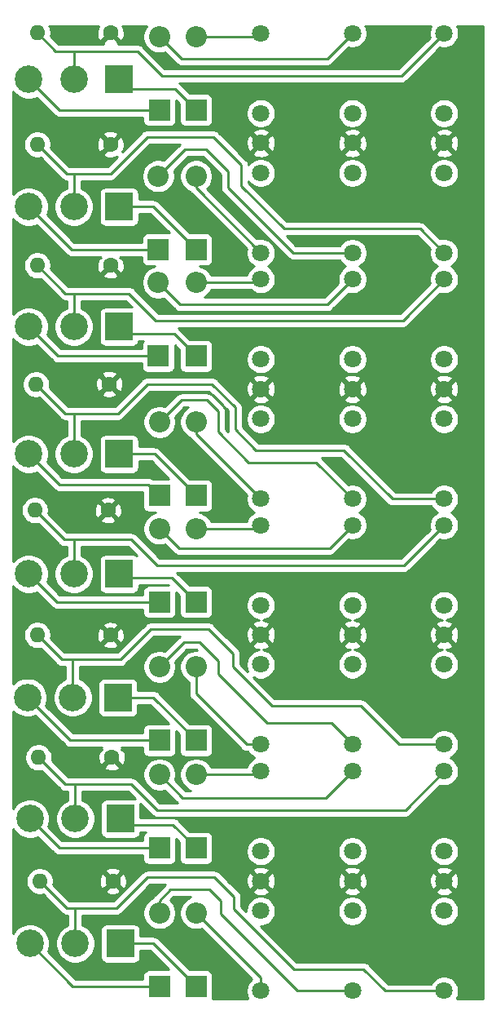
<source format=gbr>
%TF.GenerationSoftware,KiCad,Pcbnew,(5.1.6-0)*%
%TF.CreationDate,2023-01-04T15:53:52-05:00*%
%TF.ProjectId,AB MUTE,4142204d-5554-4452-9e6b-696361645f70,rev?*%
%TF.SameCoordinates,Original*%
%TF.FileFunction,Copper,L1,Top*%
%TF.FilePolarity,Positive*%
%FSLAX46Y46*%
G04 Gerber Fmt 4.6, Leading zero omitted, Abs format (unit mm)*
G04 Created by KiCad (PCBNEW (5.1.6-0)) date 2023-01-04 15:53:52*
%MOMM*%
%LPD*%
G01*
G04 APERTURE LIST*
%TA.AperFunction,ComponentPad*%
%ADD10C,2.850000*%
%TD*%
%TA.AperFunction,ComponentPad*%
%ADD11R,2.850000X2.850000*%
%TD*%
%TA.AperFunction,ComponentPad*%
%ADD12C,1.600000*%
%TD*%
%TA.AperFunction,ComponentPad*%
%ADD13O,1.600000X1.600000*%
%TD*%
%TA.AperFunction,ComponentPad*%
%ADD14C,1.800000*%
%TD*%
%TA.AperFunction,ComponentPad*%
%ADD15R,2.200000X2.200000*%
%TD*%
%TA.AperFunction,ComponentPad*%
%ADD16O,2.200000X2.200000*%
%TD*%
%TA.AperFunction,Conductor*%
%ADD17C,0.250000*%
%TD*%
%TA.AperFunction,Conductor*%
%ADD18C,0.254000*%
%TD*%
G04 APERTURE END LIST*
D10*
%TO.P,SW8,3*%
%TO.N,Net-(D16-Pad1)*%
X138302000Y-127635000D03*
%TO.P,SW8,2*%
%TO.N,Net-(J24-Pad3)*%
X143002000Y-127635000D03*
D11*
%TO.P,SW8,1*%
%TO.N,Net-(D15-Pad1)*%
X147702000Y-127635000D03*
%TD*%
D10*
%TO.P,SW7,3*%
%TO.N,Net-(D14-Pad1)*%
X138302000Y-114681000D03*
%TO.P,SW7,2*%
%TO.N,Net-(J23-Pad3)*%
X143002000Y-114681000D03*
D11*
%TO.P,SW7,1*%
%TO.N,Net-(D13-Pad1)*%
X147702000Y-114681000D03*
%TD*%
D10*
%TO.P,SW6,3*%
%TO.N,Net-(D12-Pad1)*%
X138048000Y-102108000D03*
%TO.P,SW6,2*%
%TO.N,Net-(J22-Pad3)*%
X142748000Y-102108000D03*
D11*
%TO.P,SW6,1*%
%TO.N,Net-(D11-Pad1)*%
X147448000Y-102108000D03*
%TD*%
D10*
%TO.P,SW5,3*%
%TO.N,Net-(D10-Pad1)*%
X138175000Y-51181000D03*
%TO.P,SW5,2*%
%TO.N,Net-(J15-Pad3)*%
X142875000Y-51181000D03*
D11*
%TO.P,SW5,1*%
%TO.N,Net-(D9-Pad1)*%
X147575000Y-51181000D03*
%TD*%
D10*
%TO.P,SW4,3*%
%TO.N,Net-(D8-Pad1)*%
X138175000Y-89281000D03*
%TO.P,SW4,2*%
%TO.N,Net-(J14-Pad3)*%
X142875000Y-89281000D03*
D11*
%TO.P,SW4,1*%
%TO.N,Net-(D7-Pad1)*%
X147575000Y-89281000D03*
%TD*%
D10*
%TO.P,SW3,3*%
%TO.N,Net-(D6-Pad1)*%
X138175000Y-76835000D03*
%TO.P,SW3,2*%
%TO.N,Net-(J13-Pad3)*%
X142875000Y-76835000D03*
D11*
%TO.P,SW3,1*%
%TO.N,Net-(D5-Pad1)*%
X147575000Y-76835000D03*
%TD*%
D10*
%TO.P,SW2,3*%
%TO.N,Net-(D4-Pad1)*%
X138175000Y-63627000D03*
%TO.P,SW2,2*%
%TO.N,Net-(J12-Pad3)*%
X142875000Y-63627000D03*
D11*
%TO.P,SW2,1*%
%TO.N,Net-(D3-Pad1)*%
X147575000Y-63627000D03*
%TD*%
D10*
%TO.P,SW1,3*%
%TO.N,Net-(D2-Pad1)*%
X138175000Y-37973000D03*
%TO.P,SW1,2*%
%TO.N,Net-(J3-Pad3)*%
X142875000Y-37973000D03*
D11*
%TO.P,SW1,1*%
%TO.N,Net-(D1-Pad1)*%
X147575000Y-37973000D03*
%TD*%
D12*
%TO.P,R8,1*%
%TO.N,GND*%
X146939000Y-121158000D03*
D13*
%TO.P,R8,2*%
%TO.N,Net-(J24-Pad3)*%
X139319000Y-121158000D03*
%TD*%
D12*
%TO.P,R7,1*%
%TO.N,GND*%
X146812000Y-108331000D03*
D13*
%TO.P,R7,2*%
%TO.N,Net-(J23-Pad3)*%
X139192000Y-108331000D03*
%TD*%
D12*
%TO.P,R6,1*%
%TO.N,GND*%
X146685000Y-95631000D03*
D13*
%TO.P,R6,2*%
%TO.N,Net-(J22-Pad3)*%
X139065000Y-95631000D03*
%TD*%
D12*
%TO.P,R5,1*%
%TO.N,GND*%
X146685000Y-44704000D03*
D13*
%TO.P,R5,2*%
%TO.N,Net-(J15-Pad3)*%
X139065000Y-44704000D03*
%TD*%
D12*
%TO.P,R4,1*%
%TO.N,GND*%
X146431000Y-82677000D03*
D13*
%TO.P,R4,2*%
%TO.N,Net-(J14-Pad3)*%
X138811000Y-82677000D03*
%TD*%
D12*
%TO.P,R3,1*%
%TO.N,GND*%
X146558000Y-69596000D03*
D13*
%TO.P,R3,2*%
%TO.N,Net-(J13-Pad3)*%
X138938000Y-69596000D03*
%TD*%
D12*
%TO.P,R2,1*%
%TO.N,GND*%
X146685000Y-57277000D03*
D13*
%TO.P,R2,2*%
%TO.N,Net-(J12-Pad3)*%
X139065000Y-57277000D03*
%TD*%
D12*
%TO.P,R1,1*%
%TO.N,GND*%
X146685000Y-33147000D03*
D13*
%TO.P,R1,2*%
%TO.N,Net-(J3-Pad3)*%
X139065000Y-33147000D03*
%TD*%
D14*
%TO.P,J24,3*%
%TO.N,Net-(J24-Pad3)*%
X181356000Y-132555000D03*
%TO.P,J24,1*%
%TO.N,GND*%
X181356000Y-121155000D03*
%TO.P,J24,2*%
%TO.N,Net-(J24-Pad2)*%
X181356000Y-124255000D03*
%TD*%
%TO.P,J23,3*%
%TO.N,Net-(J23-Pad3)*%
X181356000Y-109761000D03*
%TO.P,J23,1*%
%TO.N,GND*%
X181356000Y-121161000D03*
%TO.P,J23,2*%
%TO.N,Net-(J23-Pad2)*%
X181356000Y-118061000D03*
%TD*%
%TO.P,J22,3*%
%TO.N,Net-(J22-Pad3)*%
X181356000Y-106979000D03*
%TO.P,J22,1*%
%TO.N,GND*%
X181356000Y-95579000D03*
%TO.P,J22,2*%
%TO.N,Net-(J22-Pad2)*%
X181356000Y-98679000D03*
%TD*%
%TO.P,J21,3*%
%TO.N,Net-(D16-Pad2)*%
X171831000Y-132555000D03*
%TO.P,J21,1*%
%TO.N,GND*%
X171831000Y-121155000D03*
%TO.P,J21,2*%
%TO.N,Net-(J21-Pad2)*%
X171831000Y-124255000D03*
%TD*%
%TO.P,J20,3*%
%TO.N,Net-(D15-Pad2)*%
X162306000Y-132555000D03*
%TO.P,J20,1*%
%TO.N,GND*%
X162306000Y-121155000D03*
%TO.P,J20,2*%
%TO.N,Net-(J20-Pad2)*%
X162306000Y-124255000D03*
%TD*%
%TO.P,J19,3*%
%TO.N,Net-(D14-Pad2)*%
X171831000Y-109761000D03*
%TO.P,J19,1*%
%TO.N,GND*%
X171831000Y-121161000D03*
%TO.P,J19,2*%
%TO.N,Net-(J19-Pad2)*%
X171831000Y-118061000D03*
%TD*%
%TO.P,J18,3*%
%TO.N,Net-(D13-Pad2)*%
X162306000Y-109761000D03*
%TO.P,J18,1*%
%TO.N,GND*%
X162306000Y-121161000D03*
%TO.P,J18,2*%
%TO.N,Net-(J18-Pad2)*%
X162306000Y-118061000D03*
%TD*%
%TO.P,J17,3*%
%TO.N,Net-(D12-Pad2)*%
X171831000Y-106979000D03*
%TO.P,J17,1*%
%TO.N,GND*%
X171831000Y-95579000D03*
%TO.P,J17,2*%
%TO.N,Net-(J17-Pad2)*%
X171831000Y-98679000D03*
%TD*%
%TO.P,J16,3*%
%TO.N,Net-(D11-Pad2)*%
X162306000Y-106979000D03*
%TO.P,J16,1*%
%TO.N,GND*%
X162306000Y-95579000D03*
%TO.P,J16,2*%
%TO.N,Net-(J16-Pad2)*%
X162306000Y-98679000D03*
%TD*%
%TO.P,J15,3*%
%TO.N,Net-(J15-Pad3)*%
X181356000Y-55974000D03*
%TO.P,J15,1*%
%TO.N,GND*%
X181356000Y-44574000D03*
%TO.P,J15,2*%
%TO.N,Net-(J15-Pad2)*%
X181356000Y-47674000D03*
%TD*%
%TO.P,J14,3*%
%TO.N,Net-(J14-Pad3)*%
X181356000Y-84234000D03*
%TO.P,J14,1*%
%TO.N,GND*%
X181356000Y-95634000D03*
%TO.P,J14,2*%
%TO.N,Net-(J14-Pad2)*%
X181356000Y-92534000D03*
%TD*%
%TO.P,J13,3*%
%TO.N,Net-(J13-Pad3)*%
X181356000Y-81501000D03*
%TO.P,J13,1*%
%TO.N,GND*%
X181356000Y-70101000D03*
%TO.P,J13,2*%
%TO.N,Net-(J13-Pad2)*%
X181356000Y-73201000D03*
%TD*%
%TO.P,J12,3*%
%TO.N,Net-(J12-Pad3)*%
X181356000Y-58707000D03*
%TO.P,J12,1*%
%TO.N,GND*%
X181356000Y-70107000D03*
%TO.P,J12,2*%
%TO.N,Net-(J12-Pad2)*%
X181356000Y-67007000D03*
%TD*%
%TO.P,J11,3*%
%TO.N,Net-(D10-Pad2)*%
X171831000Y-55974000D03*
%TO.P,J11,1*%
%TO.N,GND*%
X171831000Y-44574000D03*
%TO.P,J11,2*%
%TO.N,Net-(J11-Pad2)*%
X171831000Y-47674000D03*
%TD*%
%TO.P,J10,3*%
%TO.N,Net-(D9-Pad2)*%
X162306000Y-55974000D03*
%TO.P,J10,1*%
%TO.N,GND*%
X162306000Y-44574000D03*
%TO.P,J10,2*%
%TO.N,Net-(J10-Pad2)*%
X162306000Y-47674000D03*
%TD*%
%TO.P,J9,3*%
%TO.N,Net-(D8-Pad2)*%
X171831000Y-84234000D03*
%TO.P,J9,1*%
%TO.N,GND*%
X171831000Y-95634000D03*
%TO.P,J9,2*%
%TO.N,Net-(J9-Pad2)*%
X171831000Y-92534000D03*
%TD*%
%TO.P,J8,3*%
%TO.N,Net-(D7-Pad2)*%
X162306000Y-84234000D03*
%TO.P,J8,1*%
%TO.N,GND*%
X162306000Y-95634000D03*
%TO.P,J8,2*%
%TO.N,Net-(J8-Pad2)*%
X162306000Y-92534000D03*
%TD*%
%TO.P,J7,3*%
%TO.N,Net-(D6-Pad2)*%
X171831000Y-81501000D03*
%TO.P,J7,1*%
%TO.N,GND*%
X171831000Y-70101000D03*
%TO.P,J7,2*%
%TO.N,Net-(J7-Pad2)*%
X171831000Y-73201000D03*
%TD*%
%TO.P,J6,3*%
%TO.N,Net-(D5-Pad2)*%
X162306000Y-81501000D03*
%TO.P,J6,1*%
%TO.N,GND*%
X162306000Y-70101000D03*
%TO.P,J6,2*%
%TO.N,Net-(J6-Pad2)*%
X162306000Y-73201000D03*
%TD*%
%TO.P,J5,3*%
%TO.N,Net-(D4-Pad2)*%
X171831000Y-58707000D03*
%TO.P,J5,1*%
%TO.N,GND*%
X171831000Y-70107000D03*
%TO.P,J5,2*%
%TO.N,Net-(J5-Pad2)*%
X171831000Y-67007000D03*
%TD*%
%TO.P,J4,3*%
%TO.N,Net-(D3-Pad2)*%
X162306000Y-58707000D03*
%TO.P,J4,1*%
%TO.N,GND*%
X162306000Y-70107000D03*
%TO.P,J4,2*%
%TO.N,Net-(J4-Pad2)*%
X162306000Y-67007000D03*
%TD*%
%TO.P,J3,3*%
%TO.N,Net-(J3-Pad3)*%
X181356000Y-33180000D03*
%TO.P,J3,1*%
%TO.N,GND*%
X181356000Y-44580000D03*
%TO.P,J3,2*%
%TO.N,Net-(J3-Pad2)*%
X181356000Y-41480000D03*
%TD*%
%TO.P,J2,3*%
%TO.N,Net-(D2-Pad2)*%
X171831000Y-33180000D03*
%TO.P,J2,1*%
%TO.N,GND*%
X171831000Y-44580000D03*
%TO.P,J2,2*%
%TO.N,Net-(J2-Pad2)*%
X171831000Y-41480000D03*
%TD*%
%TO.P,J1,3*%
%TO.N,Net-(D1-Pad2)*%
X162306000Y-33180000D03*
%TO.P,J1,1*%
%TO.N,GND*%
X162306000Y-44580000D03*
%TO.P,J1,2*%
%TO.N,Net-(J1-Pad2)*%
X162306000Y-41480000D03*
%TD*%
D15*
%TO.P,D16,1*%
%TO.N,Net-(D16-Pad1)*%
X151765000Y-132080000D03*
D16*
%TO.P,D16,2*%
%TO.N,Net-(D16-Pad2)*%
X151765000Y-124460000D03*
%TD*%
D15*
%TO.P,D15,1*%
%TO.N,Net-(D15-Pad1)*%
X155575000Y-132080000D03*
D16*
%TO.P,D15,2*%
%TO.N,Net-(D15-Pad2)*%
X155575000Y-124460000D03*
%TD*%
D15*
%TO.P,D14,1*%
%TO.N,Net-(D14-Pad1)*%
X151765000Y-117729000D03*
D16*
%TO.P,D14,2*%
%TO.N,Net-(D14-Pad2)*%
X151765000Y-110109000D03*
%TD*%
D15*
%TO.P,D13,1*%
%TO.N,Net-(D13-Pad1)*%
X155575000Y-117729000D03*
D16*
%TO.P,D13,2*%
%TO.N,Net-(D13-Pad2)*%
X155575000Y-110109000D03*
%TD*%
D15*
%TO.P,D12,1*%
%TO.N,Net-(D12-Pad1)*%
X151765000Y-106553000D03*
D16*
%TO.P,D12,2*%
%TO.N,Net-(D12-Pad2)*%
X151765000Y-98933000D03*
%TD*%
D15*
%TO.P,D11,1*%
%TO.N,Net-(D11-Pad1)*%
X155575000Y-106553000D03*
D16*
%TO.P,D11,2*%
%TO.N,Net-(D11-Pad2)*%
X155575000Y-98933000D03*
%TD*%
D15*
%TO.P,D10,1*%
%TO.N,Net-(D10-Pad1)*%
X151638000Y-55626000D03*
D16*
%TO.P,D10,2*%
%TO.N,Net-(D10-Pad2)*%
X151638000Y-48006000D03*
%TD*%
D15*
%TO.P,D9,1*%
%TO.N,Net-(D9-Pad1)*%
X155575000Y-55626000D03*
D16*
%TO.P,D9,2*%
%TO.N,Net-(D9-Pad2)*%
X155575000Y-48006000D03*
%TD*%
D15*
%TO.P,D8,1*%
%TO.N,Net-(D8-Pad1)*%
X151765000Y-92202000D03*
D16*
%TO.P,D8,2*%
%TO.N,Net-(D8-Pad2)*%
X151765000Y-84582000D03*
%TD*%
D15*
%TO.P,D7,1*%
%TO.N,Net-(D7-Pad1)*%
X155575000Y-92202000D03*
D16*
%TO.P,D7,2*%
%TO.N,Net-(D7-Pad2)*%
X155575000Y-84582000D03*
%TD*%
D15*
%TO.P,D6,1*%
%TO.N,Net-(D6-Pad1)*%
X151765000Y-81153000D03*
D16*
%TO.P,D6,2*%
%TO.N,Net-(D6-Pad2)*%
X151765000Y-73533000D03*
%TD*%
D15*
%TO.P,D5,1*%
%TO.N,Net-(D5-Pad1)*%
X155575000Y-81153000D03*
D16*
%TO.P,D5,2*%
%TO.N,Net-(D5-Pad2)*%
X155575000Y-73533000D03*
%TD*%
D15*
%TO.P,D4,1*%
%TO.N,Net-(D4-Pad1)*%
X151638000Y-66675000D03*
D16*
%TO.P,D4,2*%
%TO.N,Net-(D4-Pad2)*%
X151638000Y-59055000D03*
%TD*%
D15*
%TO.P,D3,1*%
%TO.N,Net-(D3-Pad1)*%
X155575000Y-66675000D03*
D16*
%TO.P,D3,2*%
%TO.N,Net-(D3-Pad2)*%
X155575000Y-59055000D03*
%TD*%
D15*
%TO.P,D2,1*%
%TO.N,Net-(D2-Pad1)*%
X151765000Y-41148000D03*
D16*
%TO.P,D2,2*%
%TO.N,Net-(D2-Pad2)*%
X151765000Y-33528000D03*
%TD*%
D15*
%TO.P,D1,1*%
%TO.N,Net-(D1-Pad1)*%
X155575000Y-41148000D03*
D16*
%TO.P,D1,2*%
%TO.N,Net-(D1-Pad2)*%
X155575000Y-33528000D03*
%TD*%
D17*
%TO.N,Net-(D1-Pad1)*%
X147575000Y-37973000D02*
X148590000Y-37973000D01*
X155575000Y-41148000D02*
X153416000Y-38989000D01*
X148591000Y-38989000D02*
X147575000Y-37973000D01*
X153416000Y-38989000D02*
X148591000Y-38989000D01*
%TO.N,Net-(D1-Pad2)*%
X161958000Y-33528000D02*
X162306000Y-33180000D01*
X155575000Y-33528000D02*
X161958000Y-33528000D01*
%TO.N,Net-(D2-Pad1)*%
X141350000Y-41148000D02*
X138175000Y-37973000D01*
X151765000Y-41148000D02*
X141350000Y-41148000D01*
%TO.N,Net-(D2-Pad2)*%
X151765000Y-33528000D02*
X154051000Y-35814000D01*
X169197000Y-35814000D02*
X171831000Y-33180000D01*
X154051000Y-35814000D02*
X169197000Y-35814000D01*
%TO.N,Net-(D3-Pad1)*%
X155575000Y-66675000D02*
X153289000Y-64389000D01*
X148337000Y-64389000D02*
X147575000Y-63627000D01*
X153289000Y-64389000D02*
X148337000Y-64389000D01*
%TO.N,Net-(D3-Pad2)*%
X161958000Y-59055000D02*
X162306000Y-58707000D01*
X155575000Y-59055000D02*
X161958000Y-59055000D01*
%TO.N,Net-(D4-Pad1)*%
X141223000Y-66675000D02*
X151638000Y-66675000D01*
X138175000Y-63627000D02*
X141223000Y-66675000D01*
%TO.N,Net-(D4-Pad2)*%
X169197000Y-61341000D02*
X171831000Y-58707000D01*
X153924000Y-61341000D02*
X169197000Y-61341000D01*
X151638000Y-59055000D02*
X153924000Y-61341000D01*
%TO.N,Net-(D5-Pad1)*%
X151257000Y-76835000D02*
X147575000Y-76835000D01*
X155575000Y-81153000D02*
X151257000Y-76835000D01*
%TO.N,Net-(D5-Pad2)*%
X155575000Y-74770000D02*
X155575000Y-73533000D01*
X162306000Y-81501000D02*
X155575000Y-74770000D01*
%TO.N,Net-(D6-Pad1)*%
X151765000Y-81153000D02*
X150622000Y-80010000D01*
X141350000Y-80010000D02*
X138175000Y-76835000D01*
X150622000Y-80010000D02*
X141350000Y-80010000D01*
%TO.N,Net-(D6-Pad2)*%
X161036000Y-77724000D02*
X168054000Y-77724000D01*
X157861000Y-74549000D02*
X161036000Y-77724000D01*
X157861000Y-72390000D02*
X157861000Y-74549000D01*
X154051000Y-71247000D02*
X156718000Y-71247000D01*
X168054000Y-77724000D02*
X171831000Y-81501000D01*
X156718000Y-71247000D02*
X157861000Y-72390000D01*
X151765000Y-73533000D02*
X154051000Y-71247000D01*
%TO.N,Net-(D7-Pad1)*%
X147575000Y-89281000D02*
X148082000Y-89281000D01*
X148082000Y-89281000D02*
X148463000Y-89662000D01*
X148463000Y-89662000D02*
X153035000Y-89662000D01*
X153035000Y-89662000D02*
X155575000Y-92202000D01*
%TO.N,Net-(D7-Pad2)*%
X161958000Y-84582000D02*
X162306000Y-84234000D01*
X155575000Y-84582000D02*
X161958000Y-84582000D01*
%TO.N,Net-(D8-Pad1)*%
X141096000Y-92202000D02*
X138175000Y-89281000D01*
X151765000Y-92202000D02*
X141096000Y-92202000D01*
%TO.N,Net-(D8-Pad2)*%
X151765000Y-84582000D02*
X153797000Y-86614000D01*
X169451000Y-86614000D02*
X171831000Y-84234000D01*
X153797000Y-86614000D02*
X169451000Y-86614000D01*
%TO.N,Net-(D9-Pad1)*%
X151130000Y-51181000D02*
X147575000Y-51181000D01*
X155575000Y-55626000D02*
X151130000Y-51181000D01*
%TO.N,Net-(D9-Pad2)*%
X155575000Y-49243000D02*
X155575000Y-48006000D01*
X162306000Y-55974000D02*
X155575000Y-49243000D01*
%TO.N,Net-(D10-Pad1)*%
X142620000Y-55626000D02*
X138175000Y-51181000D01*
X151638000Y-55626000D02*
X142620000Y-55626000D01*
%TO.N,Net-(D10-Pad2)*%
X165652002Y-55974000D02*
X158877000Y-49198998D01*
X171831000Y-55974000D02*
X165652002Y-55974000D01*
X158877000Y-49198998D02*
X158877000Y-47498000D01*
X158877000Y-47498000D02*
X156591000Y-45212000D01*
X154432000Y-45212000D02*
X151638000Y-48006000D01*
X156591000Y-45212000D02*
X154432000Y-45212000D01*
%TO.N,Net-(D11-Pad1)*%
X151130000Y-102108000D02*
X147448000Y-102108000D01*
X155575000Y-106553000D02*
X151130000Y-102108000D01*
%TO.N,Net-(D11-Pad2)*%
X162306000Y-106979000D02*
X160827000Y-106979000D01*
X155575000Y-101727000D02*
X155575000Y-98933000D01*
X160827000Y-106979000D02*
X155575000Y-101727000D01*
%TO.N,Net-(D12-Pad1)*%
X142493000Y-106553000D02*
X138048000Y-102108000D01*
X151765000Y-106553000D02*
X142493000Y-106553000D01*
%TO.N,Net-(D12-Pad2)*%
X154305000Y-96393000D02*
X151765000Y-98933000D01*
X155956000Y-96393000D02*
X154305000Y-96393000D01*
X171831000Y-106979000D02*
X169627000Y-104775000D01*
X157861000Y-98298000D02*
X155956000Y-96393000D01*
X162941000Y-104775000D02*
X157861000Y-99695000D01*
X157861000Y-99695000D02*
X157861000Y-98298000D01*
X169627000Y-104775000D02*
X162941000Y-104775000D01*
%TO.N,Net-(D13-Pad1)*%
X147702000Y-114681000D02*
X147702000Y-114682000D01*
X147702000Y-114682000D02*
X148336000Y-115316000D01*
X153162000Y-115316000D02*
X155575000Y-117729000D01*
X148336000Y-115316000D02*
X153162000Y-115316000D01*
%TO.N,Net-(D13-Pad2)*%
X161958000Y-110109000D02*
X162306000Y-109761000D01*
X155575000Y-110109000D02*
X161958000Y-110109000D01*
%TO.N,Net-(D14-Pad1)*%
X141350000Y-117729000D02*
X138302000Y-114681000D01*
X151765000Y-117729000D02*
X141350000Y-117729000D01*
%TO.N,Net-(D14-Pad2)*%
X151765000Y-110109000D02*
X154178000Y-112522000D01*
X169070000Y-112522000D02*
X171831000Y-109761000D01*
X154178000Y-112522000D02*
X169070000Y-112522000D01*
%TO.N,Net-(D15-Pad1)*%
X151130000Y-127635000D02*
X147702000Y-127635000D01*
X155575000Y-132080000D02*
X151130000Y-127635000D01*
%TO.N,Net-(D15-Pad2)*%
X162306000Y-131191000D02*
X155575000Y-124460000D01*
X162306000Y-132555000D02*
X162306000Y-131191000D01*
%TO.N,Net-(D16-Pad1)*%
X142747000Y-132080000D02*
X138302000Y-127635000D01*
X151765000Y-132080000D02*
X142747000Y-132080000D01*
%TO.N,Net-(D16-Pad2)*%
X171831000Y-132555000D02*
X166083000Y-132555000D01*
X166083000Y-132555000D02*
X158115000Y-124587000D01*
X158115000Y-124587000D02*
X158115000Y-123190000D01*
X158115000Y-123190000D02*
X156972000Y-122047000D01*
X156972000Y-122047000D02*
X152908000Y-122047000D01*
X151765000Y-123190000D02*
X151765000Y-124460000D01*
X152908000Y-122047000D02*
X151765000Y-123190000D01*
%TO.N,Net-(J3-Pad3)*%
X181356000Y-33180000D02*
X176944000Y-37592000D01*
X176944000Y-37592000D02*
X152019000Y-37592000D01*
X152019000Y-37592000D02*
X149479000Y-35052000D01*
X140970000Y-35052000D02*
X139065000Y-33147000D01*
X142875000Y-37973000D02*
X142875000Y-35052000D01*
X142875000Y-35052000D02*
X140970000Y-35052000D01*
X149479000Y-35052000D02*
X142875000Y-35052000D01*
%TO.N,Net-(J12-Pad3)*%
X141986000Y-60198000D02*
X139065000Y-57277000D01*
X151384000Y-62992000D02*
X148590000Y-60198000D01*
X177071000Y-62992000D02*
X151384000Y-62992000D01*
X181356000Y-58707000D02*
X177071000Y-62992000D01*
X142875000Y-63627000D02*
X142875000Y-60198000D01*
X142875000Y-60198000D02*
X141986000Y-60198000D01*
X148590000Y-60198000D02*
X142875000Y-60198000D01*
%TO.N,Net-(J13-Pad3)*%
X141986000Y-72644000D02*
X138938000Y-69596000D01*
X150495000Y-69596000D02*
X147447000Y-72644000D01*
X157226000Y-69596000D02*
X150495000Y-69596000D01*
X159639000Y-72009000D02*
X157226000Y-69596000D01*
X170942000Y-76454000D02*
X161798000Y-76454000D01*
X159639000Y-74295000D02*
X159639000Y-72009000D01*
X161798000Y-76454000D02*
X159639000Y-74295000D01*
X175989000Y-81501000D02*
X170942000Y-76454000D01*
X181356000Y-81501000D02*
X175989000Y-81501000D01*
X142875000Y-76835000D02*
X142875000Y-72644000D01*
X142875000Y-72644000D02*
X141986000Y-72644000D01*
X147447000Y-72644000D02*
X142875000Y-72644000D01*
%TO.N,Net-(J14-Pad3)*%
X181356000Y-84234000D02*
X177198000Y-88392000D01*
X177198000Y-88392000D02*
X151511000Y-88392000D01*
X151511000Y-88392000D02*
X148844000Y-85725000D01*
X141859000Y-85725000D02*
X138811000Y-82677000D01*
X142875000Y-85725000D02*
X141859000Y-85725000D01*
X142875000Y-89281000D02*
X142875000Y-85725000D01*
X148844000Y-85725000D02*
X142875000Y-85725000D01*
%TO.N,Net-(J15-Pad3)*%
X142113000Y-47752000D02*
X139065000Y-44704000D01*
X142875000Y-51181000D02*
X142875000Y-47752000D01*
X142875000Y-47752000D02*
X142113000Y-47752000D01*
X178849000Y-53467000D02*
X181356000Y-55974000D01*
X164719000Y-53467000D02*
X178849000Y-53467000D01*
X157353000Y-43942000D02*
X160274000Y-46863000D01*
X160274000Y-46863000D02*
X160274000Y-49022000D01*
X146685000Y-47752000D02*
X150495000Y-43942000D01*
X160274000Y-49022000D02*
X164719000Y-53467000D01*
X150495000Y-43942000D02*
X157353000Y-43942000D01*
X142875000Y-47752000D02*
X146685000Y-47752000D01*
%TO.N,Net-(J22-Pad3)*%
X181356000Y-106979000D02*
X176702000Y-106979000D01*
X176702000Y-106979000D02*
X172720000Y-102997000D01*
X172720000Y-102997000D02*
X163449000Y-102997000D01*
X163449000Y-102997000D02*
X159385000Y-98933000D01*
X159385000Y-98933000D02*
X159385000Y-97536000D01*
X159385000Y-97536000D02*
X156845000Y-94996000D01*
X156845000Y-94996000D02*
X150876000Y-94996000D01*
X150876000Y-94996000D02*
X147701000Y-98171000D01*
X141605000Y-98171000D02*
X139065000Y-95631000D01*
X142748000Y-98171000D02*
X141605000Y-98171000D01*
X142748000Y-102108000D02*
X142748000Y-98171000D01*
X147701000Y-98171000D02*
X142748000Y-98171000D01*
%TO.N,Net-(J23-Pad3)*%
X181356000Y-109761000D02*
X177325000Y-113792000D01*
X177325000Y-113792000D02*
X151511000Y-113792000D01*
X151511000Y-113792000D02*
X148844000Y-111125000D01*
X141986000Y-111125000D02*
X139192000Y-108331000D01*
X143002000Y-114681000D02*
X143002000Y-111125000D01*
X143002000Y-111125000D02*
X141986000Y-111125000D01*
X148844000Y-111125000D02*
X143002000Y-111125000D01*
%TO.N,Net-(J24-Pad3)*%
X181356000Y-132555000D02*
X175227000Y-132555000D01*
X175227000Y-132555000D02*
X172974000Y-130302000D01*
X172974000Y-130302000D02*
X165735000Y-130302000D01*
X165735000Y-130302000D02*
X159512000Y-124079000D01*
X159512000Y-124079000D02*
X159512000Y-122809000D01*
X159512000Y-122809000D02*
X157480000Y-120777000D01*
X157480000Y-120777000D02*
X150495000Y-120777000D01*
X150495000Y-120777000D02*
X147320000Y-123952000D01*
X142113000Y-123952000D02*
X139319000Y-121158000D01*
X143002000Y-124079000D02*
X142875000Y-123952000D01*
X143002000Y-127635000D02*
X143002000Y-124079000D01*
X142875000Y-123952000D02*
X142113000Y-123952000D01*
X147320000Y-123952000D02*
X142875000Y-123952000D01*
%TD*%
D18*
%TO.N,GND*%
G36*
X185395001Y-132047572D02*
G01*
X185395000Y-132047582D01*
X185395001Y-133325000D01*
X182687631Y-133325000D01*
X182716299Y-133282095D01*
X182832011Y-133002743D01*
X182891000Y-132706184D01*
X182891000Y-132403816D01*
X182832011Y-132107257D01*
X182716299Y-131827905D01*
X182548312Y-131576495D01*
X182334505Y-131362688D01*
X182083095Y-131194701D01*
X181803743Y-131078989D01*
X181507184Y-131020000D01*
X181204816Y-131020000D01*
X180908257Y-131078989D01*
X180628905Y-131194701D01*
X180377495Y-131362688D01*
X180163688Y-131576495D01*
X180017687Y-131795000D01*
X175541802Y-131795000D01*
X173537804Y-129791003D01*
X173514001Y-129761999D01*
X173398276Y-129667026D01*
X173266247Y-129596454D01*
X173122986Y-129552997D01*
X173011333Y-129542000D01*
X173011322Y-129542000D01*
X172974000Y-129538324D01*
X172936678Y-129542000D01*
X166049802Y-129542000D01*
X162297801Y-125790000D01*
X162457184Y-125790000D01*
X162753743Y-125731011D01*
X163033095Y-125615299D01*
X163284505Y-125447312D01*
X163498312Y-125233505D01*
X163666299Y-124982095D01*
X163782011Y-124702743D01*
X163841000Y-124406184D01*
X163841000Y-124103816D01*
X170296000Y-124103816D01*
X170296000Y-124406184D01*
X170354989Y-124702743D01*
X170470701Y-124982095D01*
X170638688Y-125233505D01*
X170852495Y-125447312D01*
X171103905Y-125615299D01*
X171383257Y-125731011D01*
X171679816Y-125790000D01*
X171982184Y-125790000D01*
X172278743Y-125731011D01*
X172558095Y-125615299D01*
X172809505Y-125447312D01*
X173023312Y-125233505D01*
X173191299Y-124982095D01*
X173307011Y-124702743D01*
X173366000Y-124406184D01*
X173366000Y-124103816D01*
X179821000Y-124103816D01*
X179821000Y-124406184D01*
X179879989Y-124702743D01*
X179995701Y-124982095D01*
X180163688Y-125233505D01*
X180377495Y-125447312D01*
X180628905Y-125615299D01*
X180908257Y-125731011D01*
X181204816Y-125790000D01*
X181507184Y-125790000D01*
X181803743Y-125731011D01*
X182083095Y-125615299D01*
X182334505Y-125447312D01*
X182548312Y-125233505D01*
X182716299Y-124982095D01*
X182832011Y-124702743D01*
X182891000Y-124406184D01*
X182891000Y-124103816D01*
X182832011Y-123807257D01*
X182716299Y-123527905D01*
X182548312Y-123276495D01*
X182334505Y-123062688D01*
X182083095Y-122894701D01*
X181803743Y-122778989D01*
X181507184Y-122720000D01*
X181204816Y-122720000D01*
X180908257Y-122778989D01*
X180628905Y-122894701D01*
X180377495Y-123062688D01*
X180163688Y-123276495D01*
X179995701Y-123527905D01*
X179879989Y-123807257D01*
X179821000Y-124103816D01*
X173366000Y-124103816D01*
X173307011Y-123807257D01*
X173191299Y-123527905D01*
X173023312Y-123276495D01*
X172809505Y-123062688D01*
X172558095Y-122894701D01*
X172278743Y-122778989D01*
X171982184Y-122720000D01*
X171679816Y-122720000D01*
X171383257Y-122778989D01*
X171103905Y-122894701D01*
X170852495Y-123062688D01*
X170638688Y-123276495D01*
X170470701Y-123527905D01*
X170354989Y-123807257D01*
X170296000Y-124103816D01*
X163841000Y-124103816D01*
X163782011Y-123807257D01*
X163666299Y-123527905D01*
X163498312Y-123276495D01*
X163284505Y-123062688D01*
X163033095Y-122894701D01*
X162753743Y-122778989D01*
X162457184Y-122720000D01*
X162154816Y-122720000D01*
X161858257Y-122778989D01*
X161578905Y-122894701D01*
X161327495Y-123062688D01*
X161113688Y-123276495D01*
X160945701Y-123527905D01*
X160829989Y-123807257D01*
X160771000Y-124103816D01*
X160771000Y-124263199D01*
X160272000Y-123764199D01*
X160272000Y-122846323D01*
X160275676Y-122809000D01*
X160272000Y-122771677D01*
X160272000Y-122771667D01*
X160261003Y-122660014D01*
X160217546Y-122516753D01*
X160193238Y-122471276D01*
X160146974Y-122384723D01*
X160075799Y-122297997D01*
X160052001Y-122268999D01*
X160023003Y-122245201D01*
X159996882Y-122219080D01*
X161421525Y-122219080D01*
X161423011Y-122223594D01*
X161421525Y-122225080D01*
X161505208Y-122479261D01*
X161777775Y-122610158D01*
X162070642Y-122685365D01*
X162372553Y-122701991D01*
X162671907Y-122659397D01*
X162957199Y-122559222D01*
X163106792Y-122479261D01*
X163190475Y-122225080D01*
X163188989Y-122223594D01*
X163190475Y-122219080D01*
X170946525Y-122219080D01*
X170948011Y-122223594D01*
X170946525Y-122225080D01*
X171030208Y-122479261D01*
X171302775Y-122610158D01*
X171595642Y-122685365D01*
X171897553Y-122701991D01*
X172196907Y-122659397D01*
X172482199Y-122559222D01*
X172631792Y-122479261D01*
X172715475Y-122225080D01*
X172713989Y-122223594D01*
X172715475Y-122219080D01*
X180471525Y-122219080D01*
X180473011Y-122223594D01*
X180471525Y-122225080D01*
X180555208Y-122479261D01*
X180827775Y-122610158D01*
X181120642Y-122685365D01*
X181422553Y-122701991D01*
X181721907Y-122659397D01*
X182007199Y-122559222D01*
X182156792Y-122479261D01*
X182240475Y-122225080D01*
X182238989Y-122223594D01*
X182240475Y-122219080D01*
X181356000Y-121334605D01*
X180471525Y-122219080D01*
X172715475Y-122219080D01*
X171831000Y-121334605D01*
X170946525Y-122219080D01*
X163190475Y-122219080D01*
X162306000Y-121334605D01*
X161421525Y-122219080D01*
X159996882Y-122219080D01*
X158999355Y-121221553D01*
X160765009Y-121221553D01*
X160765247Y-121223227D01*
X160765009Y-121227553D01*
X160807603Y-121526907D01*
X160907778Y-121812199D01*
X160987739Y-121961792D01*
X161241920Y-122045475D01*
X162126395Y-121161000D01*
X162123395Y-121158000D01*
X162126395Y-121155000D01*
X162485605Y-121155000D01*
X162488605Y-121158000D01*
X162485605Y-121161000D01*
X163370080Y-122045475D01*
X163624261Y-121961792D01*
X163755158Y-121689225D01*
X163830365Y-121396358D01*
X163839991Y-121221553D01*
X170290009Y-121221553D01*
X170290247Y-121223227D01*
X170290009Y-121227553D01*
X170332603Y-121526907D01*
X170432778Y-121812199D01*
X170512739Y-121961792D01*
X170766920Y-122045475D01*
X171651395Y-121161000D01*
X171648395Y-121158000D01*
X171651395Y-121155000D01*
X172010605Y-121155000D01*
X172013605Y-121158000D01*
X172010605Y-121161000D01*
X172895080Y-122045475D01*
X173149261Y-121961792D01*
X173280158Y-121689225D01*
X173355365Y-121396358D01*
X173364991Y-121221553D01*
X179815009Y-121221553D01*
X179815247Y-121223227D01*
X179815009Y-121227553D01*
X179857603Y-121526907D01*
X179957778Y-121812199D01*
X180037739Y-121961792D01*
X180291920Y-122045475D01*
X181176395Y-121161000D01*
X181173395Y-121158000D01*
X181176395Y-121155000D01*
X181535605Y-121155000D01*
X181538605Y-121158000D01*
X181535605Y-121161000D01*
X182420080Y-122045475D01*
X182674261Y-121961792D01*
X182805158Y-121689225D01*
X182880365Y-121396358D01*
X182896991Y-121094447D01*
X182896753Y-121092773D01*
X182896991Y-121088447D01*
X182854397Y-120789093D01*
X182754222Y-120503801D01*
X182674261Y-120354208D01*
X182420080Y-120270525D01*
X181535605Y-121155000D01*
X181176395Y-121155000D01*
X180291920Y-120270525D01*
X180037739Y-120354208D01*
X179906842Y-120626775D01*
X179831635Y-120919642D01*
X179815009Y-121221553D01*
X173364991Y-121221553D01*
X173371991Y-121094447D01*
X173371753Y-121092773D01*
X173371991Y-121088447D01*
X173329397Y-120789093D01*
X173229222Y-120503801D01*
X173149261Y-120354208D01*
X172895080Y-120270525D01*
X172010605Y-121155000D01*
X171651395Y-121155000D01*
X170766920Y-120270525D01*
X170512739Y-120354208D01*
X170381842Y-120626775D01*
X170306635Y-120919642D01*
X170290009Y-121221553D01*
X163839991Y-121221553D01*
X163846991Y-121094447D01*
X163846753Y-121092773D01*
X163846991Y-121088447D01*
X163804397Y-120789093D01*
X163704222Y-120503801D01*
X163624261Y-120354208D01*
X163370080Y-120270525D01*
X162485605Y-121155000D01*
X162126395Y-121155000D01*
X161241920Y-120270525D01*
X160987739Y-120354208D01*
X160856842Y-120626775D01*
X160781635Y-120919642D01*
X160765009Y-121221553D01*
X158999355Y-121221553D01*
X158043804Y-120266003D01*
X158020001Y-120236999D01*
X157904276Y-120142026D01*
X157808665Y-120090920D01*
X161421525Y-120090920D01*
X161423011Y-120092406D01*
X161421525Y-120096920D01*
X162306000Y-120981395D01*
X163190475Y-120096920D01*
X163188989Y-120092406D01*
X163190475Y-120090920D01*
X170946525Y-120090920D01*
X170948011Y-120092406D01*
X170946525Y-120096920D01*
X171831000Y-120981395D01*
X172715475Y-120096920D01*
X172713989Y-120092406D01*
X172715475Y-120090920D01*
X180471525Y-120090920D01*
X180473011Y-120092406D01*
X180471525Y-120096920D01*
X181356000Y-120981395D01*
X182240475Y-120096920D01*
X182238989Y-120092406D01*
X182240475Y-120090920D01*
X182156792Y-119836739D01*
X181884225Y-119705842D01*
X181591358Y-119630635D01*
X181289447Y-119614009D01*
X180990093Y-119656603D01*
X180704801Y-119756778D01*
X180555208Y-119836739D01*
X180471525Y-120090920D01*
X172715475Y-120090920D01*
X172631792Y-119836739D01*
X172359225Y-119705842D01*
X172066358Y-119630635D01*
X171764447Y-119614009D01*
X171465093Y-119656603D01*
X171179801Y-119756778D01*
X171030208Y-119836739D01*
X170946525Y-120090920D01*
X163190475Y-120090920D01*
X163106792Y-119836739D01*
X162834225Y-119705842D01*
X162541358Y-119630635D01*
X162239447Y-119614009D01*
X161940093Y-119656603D01*
X161654801Y-119756778D01*
X161505208Y-119836739D01*
X161421525Y-120090920D01*
X157808665Y-120090920D01*
X157772247Y-120071454D01*
X157628986Y-120027997D01*
X157517333Y-120017000D01*
X157517322Y-120017000D01*
X157480000Y-120013324D01*
X157442678Y-120017000D01*
X150532322Y-120017000D01*
X150494999Y-120013324D01*
X150457676Y-120017000D01*
X150457667Y-120017000D01*
X150346014Y-120027997D01*
X150202753Y-120071454D01*
X150070723Y-120142026D01*
X149987083Y-120210668D01*
X149954999Y-120236999D01*
X149931201Y-120265997D01*
X147005199Y-123192000D01*
X142912322Y-123192000D01*
X142875000Y-123188324D01*
X142837678Y-123192000D01*
X142427802Y-123192000D01*
X141386504Y-122150702D01*
X146125903Y-122150702D01*
X146197486Y-122394671D01*
X146452996Y-122515571D01*
X146727184Y-122584300D01*
X147009512Y-122598217D01*
X147289130Y-122556787D01*
X147555292Y-122461603D01*
X147680514Y-122394671D01*
X147752097Y-122150702D01*
X146939000Y-121337605D01*
X146125903Y-122150702D01*
X141386504Y-122150702D01*
X140717688Y-121481886D01*
X140754000Y-121299335D01*
X140754000Y-121228512D01*
X145498783Y-121228512D01*
X145540213Y-121508130D01*
X145635397Y-121774292D01*
X145702329Y-121899514D01*
X145946298Y-121971097D01*
X146759395Y-121158000D01*
X147118605Y-121158000D01*
X147931702Y-121971097D01*
X148175671Y-121899514D01*
X148296571Y-121644004D01*
X148365300Y-121369816D01*
X148379217Y-121087488D01*
X148337787Y-120807870D01*
X148242603Y-120541708D01*
X148175671Y-120416486D01*
X147931702Y-120344903D01*
X147118605Y-121158000D01*
X146759395Y-121158000D01*
X145946298Y-120344903D01*
X145702329Y-120416486D01*
X145581429Y-120671996D01*
X145512700Y-120946184D01*
X145498783Y-121228512D01*
X140754000Y-121228512D01*
X140754000Y-121016665D01*
X140698853Y-120739426D01*
X140590680Y-120478273D01*
X140433637Y-120243241D01*
X140355694Y-120165298D01*
X146125903Y-120165298D01*
X146939000Y-120978395D01*
X147752097Y-120165298D01*
X147680514Y-119921329D01*
X147425004Y-119800429D01*
X147150816Y-119731700D01*
X146868488Y-119717783D01*
X146588870Y-119759213D01*
X146322708Y-119854397D01*
X146197486Y-119921329D01*
X146125903Y-120165298D01*
X140355694Y-120165298D01*
X140233759Y-120043363D01*
X139998727Y-119886320D01*
X139737574Y-119778147D01*
X139460335Y-119723000D01*
X139177665Y-119723000D01*
X138900426Y-119778147D01*
X138639273Y-119886320D01*
X138404241Y-120043363D01*
X138204363Y-120243241D01*
X138047320Y-120478273D01*
X137939147Y-120739426D01*
X137884000Y-121016665D01*
X137884000Y-121299335D01*
X137939147Y-121576574D01*
X138047320Y-121837727D01*
X138204363Y-122072759D01*
X138404241Y-122272637D01*
X138639273Y-122429680D01*
X138900426Y-122537853D01*
X139177665Y-122593000D01*
X139460335Y-122593000D01*
X139642886Y-122556688D01*
X141549200Y-124463002D01*
X141572999Y-124492001D01*
X141688724Y-124586974D01*
X141820753Y-124657546D01*
X141964014Y-124701003D01*
X142075667Y-124712000D01*
X142075675Y-124712000D01*
X142113000Y-124715676D01*
X142150325Y-124712000D01*
X142242001Y-124712000D01*
X142242001Y-125720074D01*
X142026224Y-125809452D01*
X141688827Y-126034894D01*
X141401894Y-126321827D01*
X141176452Y-126659224D01*
X141021165Y-127034120D01*
X140942000Y-127432108D01*
X140942000Y-127837892D01*
X141021165Y-128235880D01*
X141176452Y-128610776D01*
X141401894Y-128948173D01*
X141688827Y-129235106D01*
X142026224Y-129460548D01*
X142401120Y-129615835D01*
X142799108Y-129695000D01*
X143204892Y-129695000D01*
X143602880Y-129615835D01*
X143977776Y-129460548D01*
X144315173Y-129235106D01*
X144602106Y-128948173D01*
X144827548Y-128610776D01*
X144982835Y-128235880D01*
X145062000Y-127837892D01*
X145062000Y-127432108D01*
X144982835Y-127034120D01*
X144827548Y-126659224D01*
X144602106Y-126321827D01*
X144315173Y-126034894D01*
X143977776Y-125809452D01*
X143762000Y-125720075D01*
X143762000Y-124712000D01*
X147282678Y-124712000D01*
X147320000Y-124715676D01*
X147357322Y-124712000D01*
X147357333Y-124712000D01*
X147468986Y-124701003D01*
X147612247Y-124657546D01*
X147744276Y-124586974D01*
X147860001Y-124492001D01*
X147883804Y-124462997D01*
X150809802Y-121537000D01*
X152343198Y-121537000D01*
X151254002Y-122626196D01*
X151224999Y-122649999D01*
X151187255Y-122695991D01*
X151130026Y-122765724D01*
X151075558Y-122867626D01*
X150943169Y-122922463D01*
X150659002Y-123112337D01*
X150417337Y-123354002D01*
X150227463Y-123638169D01*
X150096675Y-123953919D01*
X150030000Y-124289117D01*
X150030000Y-124630883D01*
X150096675Y-124966081D01*
X150227463Y-125281831D01*
X150417337Y-125565998D01*
X150659002Y-125807663D01*
X150943169Y-125997537D01*
X151258919Y-126128325D01*
X151594117Y-126195000D01*
X151935883Y-126195000D01*
X152271081Y-126128325D01*
X152586831Y-125997537D01*
X152870998Y-125807663D01*
X153112663Y-125565998D01*
X153302537Y-125281831D01*
X153433325Y-124966081D01*
X153500000Y-124630883D01*
X153500000Y-124289117D01*
X153433325Y-123953919D01*
X153302537Y-123638169D01*
X153112663Y-123354002D01*
X152894231Y-123135570D01*
X153222802Y-122807000D01*
X155031921Y-122807000D01*
X154753169Y-122922463D01*
X154469002Y-123112337D01*
X154227337Y-123354002D01*
X154037463Y-123638169D01*
X153906675Y-123953919D01*
X153840000Y-124289117D01*
X153840000Y-124630883D01*
X153906675Y-124966081D01*
X154037463Y-125281831D01*
X154227337Y-125565998D01*
X154469002Y-125807663D01*
X154753169Y-125997537D01*
X155068919Y-126128325D01*
X155404117Y-126195000D01*
X155745883Y-126195000D01*
X156081081Y-126128325D01*
X156142912Y-126102714D01*
X161372688Y-131332491D01*
X161327495Y-131362688D01*
X161113688Y-131576495D01*
X160945701Y-131827905D01*
X160829989Y-132107257D01*
X160771000Y-132403816D01*
X160771000Y-132706184D01*
X160829989Y-133002743D01*
X160945701Y-133282095D01*
X160974369Y-133325000D01*
X157294588Y-133325000D01*
X157300812Y-133304482D01*
X157313072Y-133180000D01*
X157313072Y-130980000D01*
X157300812Y-130855518D01*
X157264502Y-130735820D01*
X157205537Y-130625506D01*
X157126185Y-130528815D01*
X157029494Y-130449463D01*
X156919180Y-130390498D01*
X156799482Y-130354188D01*
X156675000Y-130341928D01*
X154911730Y-130341928D01*
X151693804Y-127124003D01*
X151670001Y-127094999D01*
X151554276Y-127000026D01*
X151422247Y-126929454D01*
X151278986Y-126885997D01*
X151167333Y-126875000D01*
X151167322Y-126875000D01*
X151130000Y-126871324D01*
X151092678Y-126875000D01*
X149765072Y-126875000D01*
X149765072Y-126210000D01*
X149752812Y-126085518D01*
X149716502Y-125965820D01*
X149657537Y-125855506D01*
X149578185Y-125758815D01*
X149481494Y-125679463D01*
X149371180Y-125620498D01*
X149251482Y-125584188D01*
X149127000Y-125571928D01*
X146277000Y-125571928D01*
X146152518Y-125584188D01*
X146032820Y-125620498D01*
X145922506Y-125679463D01*
X145825815Y-125758815D01*
X145746463Y-125855506D01*
X145687498Y-125965820D01*
X145651188Y-126085518D01*
X145638928Y-126210000D01*
X145638928Y-129060000D01*
X145651188Y-129184482D01*
X145687498Y-129304180D01*
X145746463Y-129414494D01*
X145825815Y-129511185D01*
X145922506Y-129590537D01*
X146032820Y-129649502D01*
X146152518Y-129685812D01*
X146277000Y-129698072D01*
X149127000Y-129698072D01*
X149251482Y-129685812D01*
X149371180Y-129649502D01*
X149481494Y-129590537D01*
X149578185Y-129511185D01*
X149657537Y-129414494D01*
X149716502Y-129304180D01*
X149752812Y-129184482D01*
X149765072Y-129060000D01*
X149765072Y-128395000D01*
X150815199Y-128395000D01*
X152762127Y-130341928D01*
X150665000Y-130341928D01*
X150540518Y-130354188D01*
X150420820Y-130390498D01*
X150310506Y-130449463D01*
X150213815Y-130528815D01*
X150134463Y-130625506D01*
X150075498Y-130735820D01*
X150039188Y-130855518D01*
X150026928Y-130980000D01*
X150026928Y-131320000D01*
X143061802Y-131320000D01*
X140193458Y-128451656D01*
X140282835Y-128235880D01*
X140362000Y-127837892D01*
X140362000Y-127432108D01*
X140282835Y-127034120D01*
X140127548Y-126659224D01*
X139902106Y-126321827D01*
X139615173Y-126034894D01*
X139277776Y-125809452D01*
X138902880Y-125654165D01*
X138504892Y-125575000D01*
X138099108Y-125575000D01*
X137701120Y-125654165D01*
X137326224Y-125809452D01*
X136988827Y-126034894D01*
X136701894Y-126321827D01*
X136550000Y-126549152D01*
X136550000Y-115766848D01*
X136701894Y-115994173D01*
X136988827Y-116281106D01*
X137326224Y-116506548D01*
X137701120Y-116661835D01*
X138099108Y-116741000D01*
X138504892Y-116741000D01*
X138902880Y-116661835D01*
X139118656Y-116572458D01*
X140786201Y-118240003D01*
X140809999Y-118269001D01*
X140838997Y-118292799D01*
X140925723Y-118363974D01*
X141057751Y-118434545D01*
X141057753Y-118434546D01*
X141201014Y-118478003D01*
X141312667Y-118489000D01*
X141312677Y-118489000D01*
X141350000Y-118492676D01*
X141387323Y-118489000D01*
X150026928Y-118489000D01*
X150026928Y-118829000D01*
X150039188Y-118953482D01*
X150075498Y-119073180D01*
X150134463Y-119183494D01*
X150213815Y-119280185D01*
X150310506Y-119359537D01*
X150420820Y-119418502D01*
X150540518Y-119454812D01*
X150665000Y-119467072D01*
X152865000Y-119467072D01*
X152989482Y-119454812D01*
X153109180Y-119418502D01*
X153219494Y-119359537D01*
X153316185Y-119280185D01*
X153395537Y-119183494D01*
X153454502Y-119073180D01*
X153490812Y-118953482D01*
X153503072Y-118829000D01*
X153503072Y-116731873D01*
X153836928Y-117065730D01*
X153836928Y-118829000D01*
X153849188Y-118953482D01*
X153885498Y-119073180D01*
X153944463Y-119183494D01*
X154023815Y-119280185D01*
X154120506Y-119359537D01*
X154230820Y-119418502D01*
X154350518Y-119454812D01*
X154475000Y-119467072D01*
X156675000Y-119467072D01*
X156799482Y-119454812D01*
X156919180Y-119418502D01*
X157029494Y-119359537D01*
X157126185Y-119280185D01*
X157205537Y-119183494D01*
X157264502Y-119073180D01*
X157300812Y-118953482D01*
X157313072Y-118829000D01*
X157313072Y-117909816D01*
X160771000Y-117909816D01*
X160771000Y-118212184D01*
X160829989Y-118508743D01*
X160945701Y-118788095D01*
X161113688Y-119039505D01*
X161327495Y-119253312D01*
X161578905Y-119421299D01*
X161858257Y-119537011D01*
X162154816Y-119596000D01*
X162457184Y-119596000D01*
X162753743Y-119537011D01*
X163033095Y-119421299D01*
X163284505Y-119253312D01*
X163498312Y-119039505D01*
X163666299Y-118788095D01*
X163782011Y-118508743D01*
X163841000Y-118212184D01*
X163841000Y-117909816D01*
X170296000Y-117909816D01*
X170296000Y-118212184D01*
X170354989Y-118508743D01*
X170470701Y-118788095D01*
X170638688Y-119039505D01*
X170852495Y-119253312D01*
X171103905Y-119421299D01*
X171383257Y-119537011D01*
X171679816Y-119596000D01*
X171982184Y-119596000D01*
X172278743Y-119537011D01*
X172558095Y-119421299D01*
X172809505Y-119253312D01*
X173023312Y-119039505D01*
X173191299Y-118788095D01*
X173307011Y-118508743D01*
X173366000Y-118212184D01*
X173366000Y-117909816D01*
X179821000Y-117909816D01*
X179821000Y-118212184D01*
X179879989Y-118508743D01*
X179995701Y-118788095D01*
X180163688Y-119039505D01*
X180377495Y-119253312D01*
X180628905Y-119421299D01*
X180908257Y-119537011D01*
X181204816Y-119596000D01*
X181507184Y-119596000D01*
X181803743Y-119537011D01*
X182083095Y-119421299D01*
X182334505Y-119253312D01*
X182548312Y-119039505D01*
X182716299Y-118788095D01*
X182832011Y-118508743D01*
X182891000Y-118212184D01*
X182891000Y-117909816D01*
X182832011Y-117613257D01*
X182716299Y-117333905D01*
X182548312Y-117082495D01*
X182334505Y-116868688D01*
X182083095Y-116700701D01*
X181803743Y-116584989D01*
X181507184Y-116526000D01*
X181204816Y-116526000D01*
X180908257Y-116584989D01*
X180628905Y-116700701D01*
X180377495Y-116868688D01*
X180163688Y-117082495D01*
X179995701Y-117333905D01*
X179879989Y-117613257D01*
X179821000Y-117909816D01*
X173366000Y-117909816D01*
X173307011Y-117613257D01*
X173191299Y-117333905D01*
X173023312Y-117082495D01*
X172809505Y-116868688D01*
X172558095Y-116700701D01*
X172278743Y-116584989D01*
X171982184Y-116526000D01*
X171679816Y-116526000D01*
X171383257Y-116584989D01*
X171103905Y-116700701D01*
X170852495Y-116868688D01*
X170638688Y-117082495D01*
X170470701Y-117333905D01*
X170354989Y-117613257D01*
X170296000Y-117909816D01*
X163841000Y-117909816D01*
X163782011Y-117613257D01*
X163666299Y-117333905D01*
X163498312Y-117082495D01*
X163284505Y-116868688D01*
X163033095Y-116700701D01*
X162753743Y-116584989D01*
X162457184Y-116526000D01*
X162154816Y-116526000D01*
X161858257Y-116584989D01*
X161578905Y-116700701D01*
X161327495Y-116868688D01*
X161113688Y-117082495D01*
X160945701Y-117333905D01*
X160829989Y-117613257D01*
X160771000Y-117909816D01*
X157313072Y-117909816D01*
X157313072Y-116629000D01*
X157300812Y-116504518D01*
X157264502Y-116384820D01*
X157205537Y-116274506D01*
X157126185Y-116177815D01*
X157029494Y-116098463D01*
X156919180Y-116039498D01*
X156799482Y-116003188D01*
X156675000Y-115990928D01*
X154911730Y-115990928D01*
X153725804Y-114805003D01*
X153702001Y-114775999D01*
X153586276Y-114681026D01*
X153454247Y-114610454D01*
X153310986Y-114566997D01*
X153199333Y-114556000D01*
X153199322Y-114556000D01*
X153162000Y-114552324D01*
X153124678Y-114556000D01*
X149765072Y-114556000D01*
X149765072Y-113256000D01*
X149752812Y-113131518D01*
X149742839Y-113098640D01*
X150947201Y-114303003D01*
X150970999Y-114332001D01*
X150999997Y-114355799D01*
X151086724Y-114426974D01*
X151218753Y-114497546D01*
X151362014Y-114541003D01*
X151511000Y-114555677D01*
X151548333Y-114552000D01*
X177287678Y-114552000D01*
X177325000Y-114555676D01*
X177362322Y-114552000D01*
X177362333Y-114552000D01*
X177473986Y-114541003D01*
X177617247Y-114497546D01*
X177749276Y-114426974D01*
X177865001Y-114332001D01*
X177888804Y-114302997D01*
X180947070Y-111244731D01*
X181204816Y-111296000D01*
X181507184Y-111296000D01*
X181803743Y-111237011D01*
X182083095Y-111121299D01*
X182334505Y-110953312D01*
X182548312Y-110739505D01*
X182716299Y-110488095D01*
X182832011Y-110208743D01*
X182891000Y-109912184D01*
X182891000Y-109609816D01*
X182832011Y-109313257D01*
X182716299Y-109033905D01*
X182548312Y-108782495D01*
X182334505Y-108568688D01*
X182083095Y-108400701D01*
X182008977Y-108370000D01*
X182083095Y-108339299D01*
X182334505Y-108171312D01*
X182548312Y-107957505D01*
X182716299Y-107706095D01*
X182832011Y-107426743D01*
X182891000Y-107130184D01*
X182891000Y-106827816D01*
X182832011Y-106531257D01*
X182716299Y-106251905D01*
X182548312Y-106000495D01*
X182334505Y-105786688D01*
X182083095Y-105618701D01*
X181803743Y-105502989D01*
X181507184Y-105444000D01*
X181204816Y-105444000D01*
X180908257Y-105502989D01*
X180628905Y-105618701D01*
X180377495Y-105786688D01*
X180163688Y-106000495D01*
X180017687Y-106219000D01*
X177016803Y-106219000D01*
X173283804Y-102486003D01*
X173260001Y-102456999D01*
X173144276Y-102362026D01*
X173012247Y-102291454D01*
X172868986Y-102247997D01*
X172757333Y-102237000D01*
X172757322Y-102237000D01*
X172720000Y-102233324D01*
X172682678Y-102237000D01*
X163763802Y-102237000D01*
X161540316Y-100013515D01*
X161578905Y-100039299D01*
X161858257Y-100155011D01*
X162154816Y-100214000D01*
X162457184Y-100214000D01*
X162753743Y-100155011D01*
X163033095Y-100039299D01*
X163284505Y-99871312D01*
X163498312Y-99657505D01*
X163666299Y-99406095D01*
X163782011Y-99126743D01*
X163841000Y-98830184D01*
X163841000Y-98527816D01*
X170296000Y-98527816D01*
X170296000Y-98830184D01*
X170354989Y-99126743D01*
X170470701Y-99406095D01*
X170638688Y-99657505D01*
X170852495Y-99871312D01*
X171103905Y-100039299D01*
X171383257Y-100155011D01*
X171679816Y-100214000D01*
X171982184Y-100214000D01*
X172278743Y-100155011D01*
X172558095Y-100039299D01*
X172809505Y-99871312D01*
X173023312Y-99657505D01*
X173191299Y-99406095D01*
X173307011Y-99126743D01*
X173366000Y-98830184D01*
X173366000Y-98527816D01*
X179821000Y-98527816D01*
X179821000Y-98830184D01*
X179879989Y-99126743D01*
X179995701Y-99406095D01*
X180163688Y-99657505D01*
X180377495Y-99871312D01*
X180628905Y-100039299D01*
X180908257Y-100155011D01*
X181204816Y-100214000D01*
X181507184Y-100214000D01*
X181803743Y-100155011D01*
X182083095Y-100039299D01*
X182334505Y-99871312D01*
X182548312Y-99657505D01*
X182716299Y-99406095D01*
X182832011Y-99126743D01*
X182891000Y-98830184D01*
X182891000Y-98527816D01*
X182832011Y-98231257D01*
X182716299Y-97951905D01*
X182548312Y-97700495D01*
X182334505Y-97486688D01*
X182083095Y-97318701D01*
X181803743Y-97202989D01*
X181562721Y-97155047D01*
X181721907Y-97132397D01*
X182007199Y-97032222D01*
X182156792Y-96952261D01*
X182240475Y-96698080D01*
X182226852Y-96684457D01*
X182240475Y-96643080D01*
X181356000Y-95758605D01*
X180471525Y-96643080D01*
X180485148Y-96684457D01*
X180471525Y-96698080D01*
X180555208Y-96952261D01*
X180827775Y-97083158D01*
X181120642Y-97158365D01*
X181130006Y-97158881D01*
X180908257Y-97202989D01*
X180628905Y-97318701D01*
X180377495Y-97486688D01*
X180163688Y-97700495D01*
X179995701Y-97951905D01*
X179879989Y-98231257D01*
X179821000Y-98527816D01*
X173366000Y-98527816D01*
X173307011Y-98231257D01*
X173191299Y-97951905D01*
X173023312Y-97700495D01*
X172809505Y-97486688D01*
X172558095Y-97318701D01*
X172278743Y-97202989D01*
X172037721Y-97155047D01*
X172196907Y-97132397D01*
X172482199Y-97032222D01*
X172631792Y-96952261D01*
X172715475Y-96698080D01*
X172701852Y-96684457D01*
X172715475Y-96643080D01*
X171831000Y-95758605D01*
X170946525Y-96643080D01*
X170960148Y-96684457D01*
X170946525Y-96698080D01*
X171030208Y-96952261D01*
X171302775Y-97083158D01*
X171595642Y-97158365D01*
X171605006Y-97158881D01*
X171383257Y-97202989D01*
X171103905Y-97318701D01*
X170852495Y-97486688D01*
X170638688Y-97700495D01*
X170470701Y-97951905D01*
X170354989Y-98231257D01*
X170296000Y-98527816D01*
X163841000Y-98527816D01*
X163782011Y-98231257D01*
X163666299Y-97951905D01*
X163498312Y-97700495D01*
X163284505Y-97486688D01*
X163033095Y-97318701D01*
X162753743Y-97202989D01*
X162512721Y-97155047D01*
X162671907Y-97132397D01*
X162957199Y-97032222D01*
X163106792Y-96952261D01*
X163190475Y-96698080D01*
X163176852Y-96684457D01*
X163190475Y-96643080D01*
X162306000Y-95758605D01*
X161421525Y-96643080D01*
X161435148Y-96684457D01*
X161421525Y-96698080D01*
X161505208Y-96952261D01*
X161777775Y-97083158D01*
X162070642Y-97158365D01*
X162080006Y-97158881D01*
X161858257Y-97202989D01*
X161578905Y-97318701D01*
X161327495Y-97486688D01*
X161113688Y-97700495D01*
X160945701Y-97951905D01*
X160829989Y-98231257D01*
X160771000Y-98527816D01*
X160771000Y-98830184D01*
X160829989Y-99126743D01*
X160945701Y-99406095D01*
X160971486Y-99444684D01*
X160145000Y-98618199D01*
X160145000Y-97573322D01*
X160148676Y-97535999D01*
X160145000Y-97498676D01*
X160145000Y-97498667D01*
X160134003Y-97387014D01*
X160090546Y-97243753D01*
X160019974Y-97111724D01*
X159986731Y-97071217D01*
X159948799Y-97024996D01*
X159948795Y-97024992D01*
X159925001Y-96995999D01*
X159896008Y-96972205D01*
X158569355Y-95645553D01*
X160765009Y-95645553D01*
X160767193Y-95660900D01*
X160765009Y-95700553D01*
X160807603Y-95999907D01*
X160907778Y-96285199D01*
X160987739Y-96434792D01*
X161241920Y-96518475D01*
X162126395Y-95634000D01*
X162098895Y-95606500D01*
X162126395Y-95579000D01*
X162485605Y-95579000D01*
X162513105Y-95606500D01*
X162485605Y-95634000D01*
X163370080Y-96518475D01*
X163624261Y-96434792D01*
X163755158Y-96162225D01*
X163830365Y-95869358D01*
X163842689Y-95645553D01*
X170290009Y-95645553D01*
X170292193Y-95660900D01*
X170290009Y-95700553D01*
X170332603Y-95999907D01*
X170432778Y-96285199D01*
X170512739Y-96434792D01*
X170766920Y-96518475D01*
X171651395Y-95634000D01*
X171623895Y-95606500D01*
X171651395Y-95579000D01*
X172010605Y-95579000D01*
X172038105Y-95606500D01*
X172010605Y-95634000D01*
X172895080Y-96518475D01*
X173149261Y-96434792D01*
X173280158Y-96162225D01*
X173355365Y-95869358D01*
X173367689Y-95645553D01*
X179815009Y-95645553D01*
X179817193Y-95660900D01*
X179815009Y-95700553D01*
X179857603Y-95999907D01*
X179957778Y-96285199D01*
X180037739Y-96434792D01*
X180291920Y-96518475D01*
X181176395Y-95634000D01*
X181148895Y-95606500D01*
X181176395Y-95579000D01*
X181535605Y-95579000D01*
X181563105Y-95606500D01*
X181535605Y-95634000D01*
X182420080Y-96518475D01*
X182674261Y-96434792D01*
X182805158Y-96162225D01*
X182880365Y-95869358D01*
X182896991Y-95567447D01*
X182894807Y-95552100D01*
X182896991Y-95512447D01*
X182854397Y-95213093D01*
X182754222Y-94927801D01*
X182674261Y-94778208D01*
X182420080Y-94694525D01*
X181535605Y-95579000D01*
X181176395Y-95579000D01*
X180291920Y-94694525D01*
X180037739Y-94778208D01*
X179906842Y-95050775D01*
X179831635Y-95343642D01*
X179815009Y-95645553D01*
X173367689Y-95645553D01*
X173371991Y-95567447D01*
X173369807Y-95552100D01*
X173371991Y-95512447D01*
X173329397Y-95213093D01*
X173229222Y-94927801D01*
X173149261Y-94778208D01*
X172895080Y-94694525D01*
X172010605Y-95579000D01*
X171651395Y-95579000D01*
X170766920Y-94694525D01*
X170512739Y-94778208D01*
X170381842Y-95050775D01*
X170306635Y-95343642D01*
X170290009Y-95645553D01*
X163842689Y-95645553D01*
X163846991Y-95567447D01*
X163844807Y-95552100D01*
X163846991Y-95512447D01*
X163804397Y-95213093D01*
X163704222Y-94927801D01*
X163624261Y-94778208D01*
X163370080Y-94694525D01*
X162485605Y-95579000D01*
X162126395Y-95579000D01*
X161241920Y-94694525D01*
X160987739Y-94778208D01*
X160856842Y-95050775D01*
X160781635Y-95343642D01*
X160765009Y-95645553D01*
X158569355Y-95645553D01*
X157408804Y-94485003D01*
X157385001Y-94455999D01*
X157269276Y-94361026D01*
X157137247Y-94290454D01*
X156993986Y-94246997D01*
X156882333Y-94236000D01*
X156882322Y-94236000D01*
X156845000Y-94232324D01*
X156807678Y-94236000D01*
X150913322Y-94236000D01*
X150875999Y-94232324D01*
X150838676Y-94236000D01*
X150838667Y-94236000D01*
X150727014Y-94246997D01*
X150583753Y-94290454D01*
X150451723Y-94361026D01*
X150411144Y-94394329D01*
X150335999Y-94455999D01*
X150312201Y-94484997D01*
X147386199Y-97411000D01*
X142785333Y-97411000D01*
X142748000Y-97407323D01*
X142710667Y-97411000D01*
X141919803Y-97411000D01*
X141132505Y-96623702D01*
X145871903Y-96623702D01*
X145943486Y-96867671D01*
X146198996Y-96988571D01*
X146473184Y-97057300D01*
X146755512Y-97071217D01*
X147035130Y-97029787D01*
X147301292Y-96934603D01*
X147426514Y-96867671D01*
X147498097Y-96623702D01*
X146685000Y-95810605D01*
X145871903Y-96623702D01*
X141132505Y-96623702D01*
X140463688Y-95954886D01*
X140500000Y-95772335D01*
X140500000Y-95701512D01*
X145244783Y-95701512D01*
X145286213Y-95981130D01*
X145381397Y-96247292D01*
X145448329Y-96372514D01*
X145692298Y-96444097D01*
X146505395Y-95631000D01*
X146864605Y-95631000D01*
X147677702Y-96444097D01*
X147921671Y-96372514D01*
X148042571Y-96117004D01*
X148111300Y-95842816D01*
X148125217Y-95560488D01*
X148083787Y-95280870D01*
X147988603Y-95014708D01*
X147921671Y-94889486D01*
X147677702Y-94817903D01*
X146864605Y-95631000D01*
X146505395Y-95631000D01*
X145692298Y-94817903D01*
X145448329Y-94889486D01*
X145327429Y-95144996D01*
X145258700Y-95419184D01*
X145244783Y-95701512D01*
X140500000Y-95701512D01*
X140500000Y-95489665D01*
X140444853Y-95212426D01*
X140336680Y-94951273D01*
X140179637Y-94716241D01*
X140101694Y-94638298D01*
X145871903Y-94638298D01*
X146685000Y-95451395D01*
X147498097Y-94638298D01*
X147426514Y-94394329D01*
X147171004Y-94273429D01*
X146896816Y-94204700D01*
X146614488Y-94190783D01*
X146334870Y-94232213D01*
X146068708Y-94327397D01*
X145943486Y-94394329D01*
X145871903Y-94638298D01*
X140101694Y-94638298D01*
X139979759Y-94516363D01*
X139744727Y-94359320D01*
X139483574Y-94251147D01*
X139206335Y-94196000D01*
X138923665Y-94196000D01*
X138646426Y-94251147D01*
X138385273Y-94359320D01*
X138150241Y-94516363D01*
X137950363Y-94716241D01*
X137793320Y-94951273D01*
X137685147Y-95212426D01*
X137630000Y-95489665D01*
X137630000Y-95772335D01*
X137685147Y-96049574D01*
X137793320Y-96310727D01*
X137950363Y-96545759D01*
X138150241Y-96745637D01*
X138385273Y-96902680D01*
X138646426Y-97010853D01*
X138923665Y-97066000D01*
X139206335Y-97066000D01*
X139388886Y-97029688D01*
X141041205Y-98682008D01*
X141064999Y-98711001D01*
X141093992Y-98734795D01*
X141093996Y-98734799D01*
X141127284Y-98762117D01*
X141180724Y-98805974D01*
X141312753Y-98876546D01*
X141456014Y-98920003D01*
X141567667Y-98931000D01*
X141567676Y-98931000D01*
X141604999Y-98934676D01*
X141642322Y-98931000D01*
X141988001Y-98931000D01*
X141988000Y-100193074D01*
X141772224Y-100282452D01*
X141434827Y-100507894D01*
X141147894Y-100794827D01*
X140922452Y-101132224D01*
X140767165Y-101507120D01*
X140688000Y-101905108D01*
X140688000Y-102310892D01*
X140767165Y-102708880D01*
X140922452Y-103083776D01*
X141147894Y-103421173D01*
X141434827Y-103708106D01*
X141772224Y-103933548D01*
X142147120Y-104088835D01*
X142545108Y-104168000D01*
X142950892Y-104168000D01*
X143348880Y-104088835D01*
X143723776Y-103933548D01*
X144061173Y-103708106D01*
X144348106Y-103421173D01*
X144573548Y-103083776D01*
X144728835Y-102708880D01*
X144808000Y-102310892D01*
X144808000Y-101905108D01*
X144728835Y-101507120D01*
X144573548Y-101132224D01*
X144348106Y-100794827D01*
X144061173Y-100507894D01*
X143723776Y-100282452D01*
X143508000Y-100193075D01*
X143508000Y-98931000D01*
X147663678Y-98931000D01*
X147701000Y-98934676D01*
X147738322Y-98931000D01*
X147738333Y-98931000D01*
X147849986Y-98920003D01*
X147993247Y-98876546D01*
X148125276Y-98805974D01*
X148241001Y-98711001D01*
X148264804Y-98681997D01*
X151190802Y-95756000D01*
X153884514Y-95756000D01*
X153880724Y-95758026D01*
X153864685Y-95771189D01*
X153793996Y-95829201D01*
X153793992Y-95829205D01*
X153764999Y-95852999D01*
X153741205Y-95881992D01*
X152332912Y-97290286D01*
X152271081Y-97264675D01*
X151935883Y-97198000D01*
X151594117Y-97198000D01*
X151258919Y-97264675D01*
X150943169Y-97395463D01*
X150659002Y-97585337D01*
X150417337Y-97827002D01*
X150227463Y-98111169D01*
X150096675Y-98426919D01*
X150030000Y-98762117D01*
X150030000Y-99103883D01*
X150096675Y-99439081D01*
X150227463Y-99754831D01*
X150417337Y-100038998D01*
X150659002Y-100280663D01*
X150943169Y-100470537D01*
X151258919Y-100601325D01*
X151594117Y-100668000D01*
X151935883Y-100668000D01*
X152271081Y-100601325D01*
X152586831Y-100470537D01*
X152870998Y-100280663D01*
X153112663Y-100038998D01*
X153302537Y-99754831D01*
X153433325Y-99439081D01*
X153500000Y-99103883D01*
X153500000Y-98762117D01*
X153433325Y-98426919D01*
X153407714Y-98365088D01*
X154619803Y-97153000D01*
X155641199Y-97153000D01*
X155686199Y-97198000D01*
X155404117Y-97198000D01*
X155068919Y-97264675D01*
X154753169Y-97395463D01*
X154469002Y-97585337D01*
X154227337Y-97827002D01*
X154037463Y-98111169D01*
X153906675Y-98426919D01*
X153840000Y-98762117D01*
X153840000Y-99103883D01*
X153906675Y-99439081D01*
X154037463Y-99754831D01*
X154227337Y-100038998D01*
X154469002Y-100280663D01*
X154753169Y-100470537D01*
X154815000Y-100496148D01*
X154815000Y-101689677D01*
X154811324Y-101727000D01*
X154815000Y-101764322D01*
X154815000Y-101764332D01*
X154825997Y-101875985D01*
X154869454Y-102019246D01*
X154940026Y-102151276D01*
X154979871Y-102199826D01*
X155034999Y-102267001D01*
X155064003Y-102290804D01*
X160263201Y-107490003D01*
X160286999Y-107519001D01*
X160402724Y-107613974D01*
X160534753Y-107684546D01*
X160678014Y-107728003D01*
X160789667Y-107739000D01*
X160789675Y-107739000D01*
X160827000Y-107742676D01*
X160864325Y-107739000D01*
X160967687Y-107739000D01*
X161113688Y-107957505D01*
X161327495Y-108171312D01*
X161578905Y-108339299D01*
X161653023Y-108370000D01*
X161578905Y-108400701D01*
X161327495Y-108568688D01*
X161113688Y-108782495D01*
X160945701Y-109033905D01*
X160829989Y-109313257D01*
X160822879Y-109349000D01*
X157138148Y-109349000D01*
X157112537Y-109287169D01*
X156922663Y-109003002D01*
X156680998Y-108761337D01*
X156396831Y-108571463D01*
X156081081Y-108440675D01*
X155745883Y-108374000D01*
X155404117Y-108374000D01*
X155068919Y-108440675D01*
X154753169Y-108571463D01*
X154469002Y-108761337D01*
X154227337Y-109003002D01*
X154037463Y-109287169D01*
X153906675Y-109602919D01*
X153840000Y-109938117D01*
X153840000Y-110279883D01*
X153906675Y-110615081D01*
X154037463Y-110930831D01*
X154227337Y-111214998D01*
X154469002Y-111456663D01*
X154753169Y-111646537D01*
X155031921Y-111762000D01*
X154492802Y-111762000D01*
X153407714Y-110676912D01*
X153433325Y-110615081D01*
X153500000Y-110279883D01*
X153500000Y-109938117D01*
X153433325Y-109602919D01*
X153302537Y-109287169D01*
X153112663Y-109003002D01*
X152870998Y-108761337D01*
X152586831Y-108571463D01*
X152271081Y-108440675D01*
X151935883Y-108374000D01*
X151594117Y-108374000D01*
X151258919Y-108440675D01*
X150943169Y-108571463D01*
X150659002Y-108761337D01*
X150417337Y-109003002D01*
X150227463Y-109287169D01*
X150096675Y-109602919D01*
X150030000Y-109938117D01*
X150030000Y-110279883D01*
X150096675Y-110615081D01*
X150227463Y-110930831D01*
X150417337Y-111214998D01*
X150659002Y-111456663D01*
X150943169Y-111646537D01*
X151258919Y-111777325D01*
X151594117Y-111844000D01*
X151935883Y-111844000D01*
X152271081Y-111777325D01*
X152332912Y-111751714D01*
X153613198Y-113032000D01*
X151825802Y-113032000D01*
X149407804Y-110614003D01*
X149384001Y-110584999D01*
X149268276Y-110490026D01*
X149136247Y-110419454D01*
X148992986Y-110375997D01*
X148881333Y-110365000D01*
X148881322Y-110365000D01*
X148844000Y-110361324D01*
X148806678Y-110365000D01*
X143039333Y-110365000D01*
X143002000Y-110361323D01*
X142964667Y-110365000D01*
X142300802Y-110365000D01*
X141259504Y-109323702D01*
X145998903Y-109323702D01*
X146070486Y-109567671D01*
X146325996Y-109688571D01*
X146600184Y-109757300D01*
X146882512Y-109771217D01*
X147162130Y-109729787D01*
X147428292Y-109634603D01*
X147553514Y-109567671D01*
X147625097Y-109323702D01*
X146812000Y-108510605D01*
X145998903Y-109323702D01*
X141259504Y-109323702D01*
X140590688Y-108654886D01*
X140627000Y-108472335D01*
X140627000Y-108189665D01*
X140571853Y-107912426D01*
X140463680Y-107651273D01*
X140306637Y-107416241D01*
X140106759Y-107216363D01*
X139871727Y-107059320D01*
X139610574Y-106951147D01*
X139333335Y-106896000D01*
X139050665Y-106896000D01*
X138773426Y-106951147D01*
X138512273Y-107059320D01*
X138277241Y-107216363D01*
X138077363Y-107416241D01*
X137920320Y-107651273D01*
X137812147Y-107912426D01*
X137757000Y-108189665D01*
X137757000Y-108472335D01*
X137812147Y-108749574D01*
X137920320Y-109010727D01*
X138077363Y-109245759D01*
X138277241Y-109445637D01*
X138512273Y-109602680D01*
X138773426Y-109710853D01*
X139050665Y-109766000D01*
X139333335Y-109766000D01*
X139515886Y-109729688D01*
X141422200Y-111636002D01*
X141445999Y-111665001D01*
X141561724Y-111759974D01*
X141693753Y-111830546D01*
X141837014Y-111874003D01*
X141948667Y-111885000D01*
X141948675Y-111885000D01*
X141986000Y-111888676D01*
X142023325Y-111885000D01*
X142242001Y-111885000D01*
X142242001Y-112766074D01*
X142026224Y-112855452D01*
X141688827Y-113080894D01*
X141401894Y-113367827D01*
X141176452Y-113705224D01*
X141021165Y-114080120D01*
X140942000Y-114478108D01*
X140942000Y-114883892D01*
X141021165Y-115281880D01*
X141176452Y-115656776D01*
X141401894Y-115994173D01*
X141688827Y-116281106D01*
X142026224Y-116506548D01*
X142401120Y-116661835D01*
X142799108Y-116741000D01*
X143204892Y-116741000D01*
X143602880Y-116661835D01*
X143977776Y-116506548D01*
X144315173Y-116281106D01*
X144602106Y-115994173D01*
X144827548Y-115656776D01*
X144982835Y-115281880D01*
X145062000Y-114883892D01*
X145062000Y-114478108D01*
X144982835Y-114080120D01*
X144827548Y-113705224D01*
X144602106Y-113367827D01*
X144315173Y-113080894D01*
X143977776Y-112855452D01*
X143762000Y-112766075D01*
X143762000Y-111885000D01*
X148529199Y-111885000D01*
X149284360Y-112640161D01*
X149251482Y-112630188D01*
X149127000Y-112617928D01*
X146277000Y-112617928D01*
X146152518Y-112630188D01*
X146032820Y-112666498D01*
X145922506Y-112725463D01*
X145825815Y-112804815D01*
X145746463Y-112901506D01*
X145687498Y-113011820D01*
X145651188Y-113131518D01*
X145638928Y-113256000D01*
X145638928Y-116106000D01*
X145651188Y-116230482D01*
X145687498Y-116350180D01*
X145746463Y-116460494D01*
X145825815Y-116557185D01*
X145922506Y-116636537D01*
X146032820Y-116695502D01*
X146152518Y-116731812D01*
X146277000Y-116744072D01*
X149127000Y-116744072D01*
X149251482Y-116731812D01*
X149371180Y-116695502D01*
X149481494Y-116636537D01*
X149578185Y-116557185D01*
X149657537Y-116460494D01*
X149716502Y-116350180D01*
X149752812Y-116230482D01*
X149765072Y-116106000D01*
X149765072Y-116076000D01*
X150352531Y-116076000D01*
X150310506Y-116098463D01*
X150213815Y-116177815D01*
X150134463Y-116274506D01*
X150075498Y-116384820D01*
X150039188Y-116504518D01*
X150026928Y-116629000D01*
X150026928Y-116969000D01*
X141664802Y-116969000D01*
X140193458Y-115497656D01*
X140282835Y-115281880D01*
X140362000Y-114883892D01*
X140362000Y-114478108D01*
X140282835Y-114080120D01*
X140127548Y-113705224D01*
X139902106Y-113367827D01*
X139615173Y-113080894D01*
X139277776Y-112855452D01*
X138902880Y-112700165D01*
X138504892Y-112621000D01*
X138099108Y-112621000D01*
X137701120Y-112700165D01*
X137326224Y-112855452D01*
X136988827Y-113080894D01*
X136701894Y-113367827D01*
X136550000Y-113595152D01*
X136550000Y-103523279D01*
X136734827Y-103708106D01*
X137072224Y-103933548D01*
X137447120Y-104088835D01*
X137845108Y-104168000D01*
X138250892Y-104168000D01*
X138648880Y-104088835D01*
X138864656Y-103999458D01*
X141929201Y-107064003D01*
X141952999Y-107093001D01*
X142068724Y-107187974D01*
X142200753Y-107258546D01*
X142344014Y-107302003D01*
X142455667Y-107313000D01*
X142455676Y-107313000D01*
X142492999Y-107316676D01*
X142530322Y-107313000D01*
X145791653Y-107313000D01*
X145703023Y-107401630D01*
X145819296Y-107517903D01*
X145575329Y-107589486D01*
X145454429Y-107844996D01*
X145385700Y-108119184D01*
X145371783Y-108401512D01*
X145413213Y-108681130D01*
X145508397Y-108947292D01*
X145575329Y-109072514D01*
X145819298Y-109144097D01*
X146632395Y-108331000D01*
X146618253Y-108316858D01*
X146797858Y-108137253D01*
X146812000Y-108151395D01*
X146826143Y-108137253D01*
X147005748Y-108316858D01*
X146991605Y-108331000D01*
X147804702Y-109144097D01*
X148048671Y-109072514D01*
X148169571Y-108817004D01*
X148238300Y-108542816D01*
X148252217Y-108260488D01*
X148210787Y-107980870D01*
X148115603Y-107714708D01*
X148048671Y-107589486D01*
X147804704Y-107517903D01*
X147920977Y-107401630D01*
X147832347Y-107313000D01*
X150026928Y-107313000D01*
X150026928Y-107653000D01*
X150039188Y-107777482D01*
X150075498Y-107897180D01*
X150134463Y-108007494D01*
X150213815Y-108104185D01*
X150310506Y-108183537D01*
X150420820Y-108242502D01*
X150540518Y-108278812D01*
X150665000Y-108291072D01*
X152865000Y-108291072D01*
X152989482Y-108278812D01*
X153109180Y-108242502D01*
X153219494Y-108183537D01*
X153316185Y-108104185D01*
X153395537Y-108007494D01*
X153454502Y-107897180D01*
X153490812Y-107777482D01*
X153503072Y-107653000D01*
X153503072Y-105555874D01*
X153836928Y-105889730D01*
X153836928Y-107653000D01*
X153849188Y-107777482D01*
X153885498Y-107897180D01*
X153944463Y-108007494D01*
X154023815Y-108104185D01*
X154120506Y-108183537D01*
X154230820Y-108242502D01*
X154350518Y-108278812D01*
X154475000Y-108291072D01*
X156675000Y-108291072D01*
X156799482Y-108278812D01*
X156919180Y-108242502D01*
X157029494Y-108183537D01*
X157126185Y-108104185D01*
X157205537Y-108007494D01*
X157264502Y-107897180D01*
X157300812Y-107777482D01*
X157313072Y-107653000D01*
X157313072Y-105453000D01*
X157300812Y-105328518D01*
X157264502Y-105208820D01*
X157205537Y-105098506D01*
X157126185Y-105001815D01*
X157029494Y-104922463D01*
X156919180Y-104863498D01*
X156799482Y-104827188D01*
X156675000Y-104814928D01*
X154911730Y-104814928D01*
X151693804Y-101597003D01*
X151670001Y-101567999D01*
X151554276Y-101473026D01*
X151422247Y-101402454D01*
X151278986Y-101358997D01*
X151167333Y-101348000D01*
X151167322Y-101348000D01*
X151130000Y-101344324D01*
X151092678Y-101348000D01*
X149511072Y-101348000D01*
X149511072Y-100683000D01*
X149498812Y-100558518D01*
X149462502Y-100438820D01*
X149403537Y-100328506D01*
X149324185Y-100231815D01*
X149227494Y-100152463D01*
X149117180Y-100093498D01*
X148997482Y-100057188D01*
X148873000Y-100044928D01*
X146023000Y-100044928D01*
X145898518Y-100057188D01*
X145778820Y-100093498D01*
X145668506Y-100152463D01*
X145571815Y-100231815D01*
X145492463Y-100328506D01*
X145433498Y-100438820D01*
X145397188Y-100558518D01*
X145384928Y-100683000D01*
X145384928Y-103533000D01*
X145397188Y-103657482D01*
X145433498Y-103777180D01*
X145492463Y-103887494D01*
X145571815Y-103984185D01*
X145668506Y-104063537D01*
X145778820Y-104122502D01*
X145898518Y-104158812D01*
X146023000Y-104171072D01*
X148873000Y-104171072D01*
X148997482Y-104158812D01*
X149117180Y-104122502D01*
X149227494Y-104063537D01*
X149324185Y-103984185D01*
X149403537Y-103887494D01*
X149462502Y-103777180D01*
X149498812Y-103657482D01*
X149511072Y-103533000D01*
X149511072Y-102868000D01*
X150815199Y-102868000D01*
X152762127Y-104814928D01*
X150665000Y-104814928D01*
X150540518Y-104827188D01*
X150420820Y-104863498D01*
X150310506Y-104922463D01*
X150213815Y-105001815D01*
X150134463Y-105098506D01*
X150075498Y-105208820D01*
X150039188Y-105328518D01*
X150026928Y-105453000D01*
X150026928Y-105793000D01*
X142807802Y-105793000D01*
X139939458Y-102924656D01*
X140028835Y-102708880D01*
X140108000Y-102310892D01*
X140108000Y-101905108D01*
X140028835Y-101507120D01*
X139873548Y-101132224D01*
X139648106Y-100794827D01*
X139361173Y-100507894D01*
X139023776Y-100282452D01*
X138648880Y-100127165D01*
X138250892Y-100048000D01*
X137845108Y-100048000D01*
X137447120Y-100127165D01*
X137072224Y-100282452D01*
X136734827Y-100507894D01*
X136550000Y-100692721D01*
X136550000Y-90556917D01*
X136574894Y-90594173D01*
X136861827Y-90881106D01*
X137199224Y-91106548D01*
X137574120Y-91261835D01*
X137972108Y-91341000D01*
X138377892Y-91341000D01*
X138775880Y-91261835D01*
X138991656Y-91172458D01*
X140532201Y-92713003D01*
X140555999Y-92742001D01*
X140671724Y-92836974D01*
X140803753Y-92907546D01*
X140947014Y-92951003D01*
X141058667Y-92962000D01*
X141058677Y-92962000D01*
X141096000Y-92965676D01*
X141133323Y-92962000D01*
X150026928Y-92962000D01*
X150026928Y-93302000D01*
X150039188Y-93426482D01*
X150075498Y-93546180D01*
X150134463Y-93656494D01*
X150213815Y-93753185D01*
X150310506Y-93832537D01*
X150420820Y-93891502D01*
X150540518Y-93927812D01*
X150665000Y-93940072D01*
X152865000Y-93940072D01*
X152989482Y-93927812D01*
X153109180Y-93891502D01*
X153219494Y-93832537D01*
X153316185Y-93753185D01*
X153395537Y-93656494D01*
X153454502Y-93546180D01*
X153490812Y-93426482D01*
X153503072Y-93302000D01*
X153503072Y-91204874D01*
X153836928Y-91538730D01*
X153836928Y-93302000D01*
X153849188Y-93426482D01*
X153885498Y-93546180D01*
X153944463Y-93656494D01*
X154023815Y-93753185D01*
X154120506Y-93832537D01*
X154230820Y-93891502D01*
X154350518Y-93927812D01*
X154475000Y-93940072D01*
X156675000Y-93940072D01*
X156799482Y-93927812D01*
X156919180Y-93891502D01*
X157029494Y-93832537D01*
X157126185Y-93753185D01*
X157205537Y-93656494D01*
X157264502Y-93546180D01*
X157300812Y-93426482D01*
X157313072Y-93302000D01*
X157313072Y-92382816D01*
X160771000Y-92382816D01*
X160771000Y-92685184D01*
X160829989Y-92981743D01*
X160945701Y-93261095D01*
X161113688Y-93512505D01*
X161327495Y-93726312D01*
X161578905Y-93894299D01*
X161858257Y-94010011D01*
X162099279Y-94057953D01*
X161940093Y-94080603D01*
X161654801Y-94180778D01*
X161505208Y-94260739D01*
X161421525Y-94514920D01*
X161435148Y-94528543D01*
X161421525Y-94569920D01*
X162306000Y-95454395D01*
X163190475Y-94569920D01*
X163176852Y-94528543D01*
X163190475Y-94514920D01*
X163106792Y-94260739D01*
X162834225Y-94129842D01*
X162541358Y-94054635D01*
X162531994Y-94054119D01*
X162753743Y-94010011D01*
X163033095Y-93894299D01*
X163284505Y-93726312D01*
X163498312Y-93512505D01*
X163666299Y-93261095D01*
X163782011Y-92981743D01*
X163841000Y-92685184D01*
X163841000Y-92382816D01*
X170296000Y-92382816D01*
X170296000Y-92685184D01*
X170354989Y-92981743D01*
X170470701Y-93261095D01*
X170638688Y-93512505D01*
X170852495Y-93726312D01*
X171103905Y-93894299D01*
X171383257Y-94010011D01*
X171624279Y-94057953D01*
X171465093Y-94080603D01*
X171179801Y-94180778D01*
X171030208Y-94260739D01*
X170946525Y-94514920D01*
X170960148Y-94528543D01*
X170946525Y-94569920D01*
X171831000Y-95454395D01*
X172715475Y-94569920D01*
X172701852Y-94528543D01*
X172715475Y-94514920D01*
X172631792Y-94260739D01*
X172359225Y-94129842D01*
X172066358Y-94054635D01*
X172056994Y-94054119D01*
X172278743Y-94010011D01*
X172558095Y-93894299D01*
X172809505Y-93726312D01*
X173023312Y-93512505D01*
X173191299Y-93261095D01*
X173307011Y-92981743D01*
X173366000Y-92685184D01*
X173366000Y-92382816D01*
X179821000Y-92382816D01*
X179821000Y-92685184D01*
X179879989Y-92981743D01*
X179995701Y-93261095D01*
X180163688Y-93512505D01*
X180377495Y-93726312D01*
X180628905Y-93894299D01*
X180908257Y-94010011D01*
X181149279Y-94057953D01*
X180990093Y-94080603D01*
X180704801Y-94180778D01*
X180555208Y-94260739D01*
X180471525Y-94514920D01*
X180485148Y-94528543D01*
X180471525Y-94569920D01*
X181356000Y-95454395D01*
X182240475Y-94569920D01*
X182226852Y-94528543D01*
X182240475Y-94514920D01*
X182156792Y-94260739D01*
X181884225Y-94129842D01*
X181591358Y-94054635D01*
X181581994Y-94054119D01*
X181803743Y-94010011D01*
X182083095Y-93894299D01*
X182334505Y-93726312D01*
X182548312Y-93512505D01*
X182716299Y-93261095D01*
X182832011Y-92981743D01*
X182891000Y-92685184D01*
X182891000Y-92382816D01*
X182832011Y-92086257D01*
X182716299Y-91806905D01*
X182548312Y-91555495D01*
X182334505Y-91341688D01*
X182083095Y-91173701D01*
X181803743Y-91057989D01*
X181507184Y-90999000D01*
X181204816Y-90999000D01*
X180908257Y-91057989D01*
X180628905Y-91173701D01*
X180377495Y-91341688D01*
X180163688Y-91555495D01*
X179995701Y-91806905D01*
X179879989Y-92086257D01*
X179821000Y-92382816D01*
X173366000Y-92382816D01*
X173307011Y-92086257D01*
X173191299Y-91806905D01*
X173023312Y-91555495D01*
X172809505Y-91341688D01*
X172558095Y-91173701D01*
X172278743Y-91057989D01*
X171982184Y-90999000D01*
X171679816Y-90999000D01*
X171383257Y-91057989D01*
X171103905Y-91173701D01*
X170852495Y-91341688D01*
X170638688Y-91555495D01*
X170470701Y-91806905D01*
X170354989Y-92086257D01*
X170296000Y-92382816D01*
X163841000Y-92382816D01*
X163782011Y-92086257D01*
X163666299Y-91806905D01*
X163498312Y-91555495D01*
X163284505Y-91341688D01*
X163033095Y-91173701D01*
X162753743Y-91057989D01*
X162457184Y-90999000D01*
X162154816Y-90999000D01*
X161858257Y-91057989D01*
X161578905Y-91173701D01*
X161327495Y-91341688D01*
X161113688Y-91555495D01*
X160945701Y-91806905D01*
X160829989Y-92086257D01*
X160771000Y-92382816D01*
X157313072Y-92382816D01*
X157313072Y-91102000D01*
X157300812Y-90977518D01*
X157264502Y-90857820D01*
X157205537Y-90747506D01*
X157126185Y-90650815D01*
X157029494Y-90571463D01*
X156919180Y-90512498D01*
X156799482Y-90476188D01*
X156675000Y-90463928D01*
X154911730Y-90463928D01*
X153599801Y-89152000D01*
X177160678Y-89152000D01*
X177198000Y-89155676D01*
X177235322Y-89152000D01*
X177235333Y-89152000D01*
X177346986Y-89141003D01*
X177490247Y-89097546D01*
X177622276Y-89026974D01*
X177738001Y-88932001D01*
X177761804Y-88902997D01*
X180947070Y-85717731D01*
X181204816Y-85769000D01*
X181507184Y-85769000D01*
X181803743Y-85710011D01*
X182083095Y-85594299D01*
X182334505Y-85426312D01*
X182548312Y-85212505D01*
X182716299Y-84961095D01*
X182832011Y-84681743D01*
X182891000Y-84385184D01*
X182891000Y-84082816D01*
X182832011Y-83786257D01*
X182716299Y-83506905D01*
X182548312Y-83255495D01*
X182334505Y-83041688D01*
X182083095Y-82873701D01*
X182068125Y-82867500D01*
X182083095Y-82861299D01*
X182334505Y-82693312D01*
X182548312Y-82479505D01*
X182716299Y-82228095D01*
X182832011Y-81948743D01*
X182891000Y-81652184D01*
X182891000Y-81349816D01*
X182832011Y-81053257D01*
X182716299Y-80773905D01*
X182548312Y-80522495D01*
X182334505Y-80308688D01*
X182083095Y-80140701D01*
X181803743Y-80024989D01*
X181507184Y-79966000D01*
X181204816Y-79966000D01*
X180908257Y-80024989D01*
X180628905Y-80140701D01*
X180377495Y-80308688D01*
X180163688Y-80522495D01*
X180017687Y-80741000D01*
X176303802Y-80741000D01*
X171505804Y-75943003D01*
X171482001Y-75913999D01*
X171366276Y-75819026D01*
X171234247Y-75748454D01*
X171090986Y-75704997D01*
X170979333Y-75694000D01*
X170979322Y-75694000D01*
X170942000Y-75690324D01*
X170904678Y-75694000D01*
X162112802Y-75694000D01*
X160399000Y-73980199D01*
X160399000Y-73049816D01*
X160771000Y-73049816D01*
X160771000Y-73352184D01*
X160829989Y-73648743D01*
X160945701Y-73928095D01*
X161113688Y-74179505D01*
X161327495Y-74393312D01*
X161578905Y-74561299D01*
X161858257Y-74677011D01*
X162154816Y-74736000D01*
X162457184Y-74736000D01*
X162753743Y-74677011D01*
X163033095Y-74561299D01*
X163284505Y-74393312D01*
X163498312Y-74179505D01*
X163666299Y-73928095D01*
X163782011Y-73648743D01*
X163841000Y-73352184D01*
X163841000Y-73049816D01*
X170296000Y-73049816D01*
X170296000Y-73352184D01*
X170354989Y-73648743D01*
X170470701Y-73928095D01*
X170638688Y-74179505D01*
X170852495Y-74393312D01*
X171103905Y-74561299D01*
X171383257Y-74677011D01*
X171679816Y-74736000D01*
X171982184Y-74736000D01*
X172278743Y-74677011D01*
X172558095Y-74561299D01*
X172809505Y-74393312D01*
X173023312Y-74179505D01*
X173191299Y-73928095D01*
X173307011Y-73648743D01*
X173366000Y-73352184D01*
X173366000Y-73049816D01*
X179821000Y-73049816D01*
X179821000Y-73352184D01*
X179879989Y-73648743D01*
X179995701Y-73928095D01*
X180163688Y-74179505D01*
X180377495Y-74393312D01*
X180628905Y-74561299D01*
X180908257Y-74677011D01*
X181204816Y-74736000D01*
X181507184Y-74736000D01*
X181803743Y-74677011D01*
X182083095Y-74561299D01*
X182334505Y-74393312D01*
X182548312Y-74179505D01*
X182716299Y-73928095D01*
X182832011Y-73648743D01*
X182891000Y-73352184D01*
X182891000Y-73049816D01*
X182832011Y-72753257D01*
X182716299Y-72473905D01*
X182548312Y-72222495D01*
X182334505Y-72008688D01*
X182083095Y-71840701D01*
X181803743Y-71724989D01*
X181507184Y-71666000D01*
X181204816Y-71666000D01*
X180908257Y-71724989D01*
X180628905Y-71840701D01*
X180377495Y-72008688D01*
X180163688Y-72222495D01*
X179995701Y-72473905D01*
X179879989Y-72753257D01*
X179821000Y-73049816D01*
X173366000Y-73049816D01*
X173307011Y-72753257D01*
X173191299Y-72473905D01*
X173023312Y-72222495D01*
X172809505Y-72008688D01*
X172558095Y-71840701D01*
X172278743Y-71724989D01*
X171982184Y-71666000D01*
X171679816Y-71666000D01*
X171383257Y-71724989D01*
X171103905Y-71840701D01*
X170852495Y-72008688D01*
X170638688Y-72222495D01*
X170470701Y-72473905D01*
X170354989Y-72753257D01*
X170296000Y-73049816D01*
X163841000Y-73049816D01*
X163782011Y-72753257D01*
X163666299Y-72473905D01*
X163498312Y-72222495D01*
X163284505Y-72008688D01*
X163033095Y-71840701D01*
X162753743Y-71724989D01*
X162457184Y-71666000D01*
X162154816Y-71666000D01*
X161858257Y-71724989D01*
X161578905Y-71840701D01*
X161327495Y-72008688D01*
X161113688Y-72222495D01*
X160945701Y-72473905D01*
X160829989Y-72753257D01*
X160771000Y-73049816D01*
X160399000Y-73049816D01*
X160399000Y-72046322D01*
X160402676Y-72008999D01*
X160399000Y-71971676D01*
X160399000Y-71971667D01*
X160388003Y-71860014D01*
X160344546Y-71716753D01*
X160273974Y-71584724D01*
X160179001Y-71468999D01*
X160150003Y-71445201D01*
X159869882Y-71165080D01*
X161421525Y-71165080D01*
X161423011Y-71169594D01*
X161421525Y-71171080D01*
X161505208Y-71425261D01*
X161777775Y-71556158D01*
X162070642Y-71631365D01*
X162372553Y-71647991D01*
X162671907Y-71605397D01*
X162957199Y-71505222D01*
X163106792Y-71425261D01*
X163190475Y-71171080D01*
X163188989Y-71169594D01*
X163190475Y-71165080D01*
X170946525Y-71165080D01*
X170948011Y-71169594D01*
X170946525Y-71171080D01*
X171030208Y-71425261D01*
X171302775Y-71556158D01*
X171595642Y-71631365D01*
X171897553Y-71647991D01*
X172196907Y-71605397D01*
X172482199Y-71505222D01*
X172631792Y-71425261D01*
X172715475Y-71171080D01*
X172713989Y-71169594D01*
X172715475Y-71165080D01*
X180471525Y-71165080D01*
X180473011Y-71169594D01*
X180471525Y-71171080D01*
X180555208Y-71425261D01*
X180827775Y-71556158D01*
X181120642Y-71631365D01*
X181422553Y-71647991D01*
X181721907Y-71605397D01*
X182007199Y-71505222D01*
X182156792Y-71425261D01*
X182240475Y-71171080D01*
X182238989Y-71169594D01*
X182240475Y-71165080D01*
X181356000Y-70280605D01*
X180471525Y-71165080D01*
X172715475Y-71165080D01*
X171831000Y-70280605D01*
X170946525Y-71165080D01*
X163190475Y-71165080D01*
X162306000Y-70280605D01*
X161421525Y-71165080D01*
X159869882Y-71165080D01*
X158872355Y-70167553D01*
X160765009Y-70167553D01*
X160765247Y-70169227D01*
X160765009Y-70173553D01*
X160807603Y-70472907D01*
X160907778Y-70758199D01*
X160987739Y-70907792D01*
X161241920Y-70991475D01*
X162126395Y-70107000D01*
X162123395Y-70104000D01*
X162126395Y-70101000D01*
X162485605Y-70101000D01*
X162488605Y-70104000D01*
X162485605Y-70107000D01*
X163370080Y-70991475D01*
X163624261Y-70907792D01*
X163755158Y-70635225D01*
X163830365Y-70342358D01*
X163839991Y-70167553D01*
X170290009Y-70167553D01*
X170290247Y-70169227D01*
X170290009Y-70173553D01*
X170332603Y-70472907D01*
X170432778Y-70758199D01*
X170512739Y-70907792D01*
X170766920Y-70991475D01*
X171651395Y-70107000D01*
X171648395Y-70104000D01*
X171651395Y-70101000D01*
X172010605Y-70101000D01*
X172013605Y-70104000D01*
X172010605Y-70107000D01*
X172895080Y-70991475D01*
X173149261Y-70907792D01*
X173280158Y-70635225D01*
X173355365Y-70342358D01*
X173364991Y-70167553D01*
X179815009Y-70167553D01*
X179815247Y-70169227D01*
X179815009Y-70173553D01*
X179857603Y-70472907D01*
X179957778Y-70758199D01*
X180037739Y-70907792D01*
X180291920Y-70991475D01*
X181176395Y-70107000D01*
X181173395Y-70104000D01*
X181176395Y-70101000D01*
X181535605Y-70101000D01*
X181538605Y-70104000D01*
X181535605Y-70107000D01*
X182420080Y-70991475D01*
X182674261Y-70907792D01*
X182805158Y-70635225D01*
X182880365Y-70342358D01*
X182896991Y-70040447D01*
X182896753Y-70038773D01*
X182896991Y-70034447D01*
X182854397Y-69735093D01*
X182754222Y-69449801D01*
X182674261Y-69300208D01*
X182420080Y-69216525D01*
X181535605Y-70101000D01*
X181176395Y-70101000D01*
X180291920Y-69216525D01*
X180037739Y-69300208D01*
X179906842Y-69572775D01*
X179831635Y-69865642D01*
X179815009Y-70167553D01*
X173364991Y-70167553D01*
X173371991Y-70040447D01*
X173371753Y-70038773D01*
X173371991Y-70034447D01*
X173329397Y-69735093D01*
X173229222Y-69449801D01*
X173149261Y-69300208D01*
X172895080Y-69216525D01*
X172010605Y-70101000D01*
X171651395Y-70101000D01*
X170766920Y-69216525D01*
X170512739Y-69300208D01*
X170381842Y-69572775D01*
X170306635Y-69865642D01*
X170290009Y-70167553D01*
X163839991Y-70167553D01*
X163846991Y-70040447D01*
X163846753Y-70038773D01*
X163846991Y-70034447D01*
X163804397Y-69735093D01*
X163704222Y-69449801D01*
X163624261Y-69300208D01*
X163370080Y-69216525D01*
X162485605Y-70101000D01*
X162126395Y-70101000D01*
X161241920Y-69216525D01*
X160987739Y-69300208D01*
X160856842Y-69572775D01*
X160781635Y-69865642D01*
X160765009Y-70167553D01*
X158872355Y-70167553D01*
X157789804Y-69085003D01*
X157766001Y-69055999D01*
X157742754Y-69036920D01*
X161421525Y-69036920D01*
X161423011Y-69038406D01*
X161421525Y-69042920D01*
X162306000Y-69927395D01*
X163190475Y-69042920D01*
X163188989Y-69038406D01*
X163190475Y-69036920D01*
X170946525Y-69036920D01*
X170948011Y-69038406D01*
X170946525Y-69042920D01*
X171831000Y-69927395D01*
X172715475Y-69042920D01*
X172713989Y-69038406D01*
X172715475Y-69036920D01*
X180471525Y-69036920D01*
X180473011Y-69038406D01*
X180471525Y-69042920D01*
X181356000Y-69927395D01*
X182240475Y-69042920D01*
X182238989Y-69038406D01*
X182240475Y-69036920D01*
X182156792Y-68782739D01*
X181884225Y-68651842D01*
X181591358Y-68576635D01*
X181289447Y-68560009D01*
X180990093Y-68602603D01*
X180704801Y-68702778D01*
X180555208Y-68782739D01*
X180471525Y-69036920D01*
X172715475Y-69036920D01*
X172631792Y-68782739D01*
X172359225Y-68651842D01*
X172066358Y-68576635D01*
X171764447Y-68560009D01*
X171465093Y-68602603D01*
X171179801Y-68702778D01*
X171030208Y-68782739D01*
X170946525Y-69036920D01*
X163190475Y-69036920D01*
X163106792Y-68782739D01*
X162834225Y-68651842D01*
X162541358Y-68576635D01*
X162239447Y-68560009D01*
X161940093Y-68602603D01*
X161654801Y-68702778D01*
X161505208Y-68782739D01*
X161421525Y-69036920D01*
X157742754Y-69036920D01*
X157650276Y-68961026D01*
X157518247Y-68890454D01*
X157374986Y-68846997D01*
X157263333Y-68836000D01*
X157263322Y-68836000D01*
X157226000Y-68832324D01*
X157188678Y-68836000D01*
X150532323Y-68836000D01*
X150495000Y-68832324D01*
X150457677Y-68836000D01*
X150457667Y-68836000D01*
X150346014Y-68846997D01*
X150202753Y-68890454D01*
X150070723Y-68961026D01*
X149987083Y-69029668D01*
X149954999Y-69055999D01*
X149931201Y-69084997D01*
X147132199Y-71884000D01*
X142912333Y-71884000D01*
X142875000Y-71880323D01*
X142837667Y-71884000D01*
X142300802Y-71884000D01*
X141005504Y-70588702D01*
X145744903Y-70588702D01*
X145816486Y-70832671D01*
X146071996Y-70953571D01*
X146346184Y-71022300D01*
X146628512Y-71036217D01*
X146908130Y-70994787D01*
X147174292Y-70899603D01*
X147299514Y-70832671D01*
X147371097Y-70588702D01*
X146558000Y-69775605D01*
X145744903Y-70588702D01*
X141005504Y-70588702D01*
X140336688Y-69919886D01*
X140373000Y-69737335D01*
X140373000Y-69666512D01*
X145117783Y-69666512D01*
X145159213Y-69946130D01*
X145254397Y-70212292D01*
X145321329Y-70337514D01*
X145565298Y-70409097D01*
X146378395Y-69596000D01*
X146737605Y-69596000D01*
X147550702Y-70409097D01*
X147794671Y-70337514D01*
X147915571Y-70082004D01*
X147984300Y-69807816D01*
X147998217Y-69525488D01*
X147956787Y-69245870D01*
X147861603Y-68979708D01*
X147794671Y-68854486D01*
X147550702Y-68782903D01*
X146737605Y-69596000D01*
X146378395Y-69596000D01*
X145565298Y-68782903D01*
X145321329Y-68854486D01*
X145200429Y-69109996D01*
X145131700Y-69384184D01*
X145117783Y-69666512D01*
X140373000Y-69666512D01*
X140373000Y-69454665D01*
X140317853Y-69177426D01*
X140209680Y-68916273D01*
X140052637Y-68681241D01*
X139974694Y-68603298D01*
X145744903Y-68603298D01*
X146558000Y-69416395D01*
X147371097Y-68603298D01*
X147299514Y-68359329D01*
X147044004Y-68238429D01*
X146769816Y-68169700D01*
X146487488Y-68155783D01*
X146207870Y-68197213D01*
X145941708Y-68292397D01*
X145816486Y-68359329D01*
X145744903Y-68603298D01*
X139974694Y-68603298D01*
X139852759Y-68481363D01*
X139617727Y-68324320D01*
X139356574Y-68216147D01*
X139079335Y-68161000D01*
X138796665Y-68161000D01*
X138519426Y-68216147D01*
X138258273Y-68324320D01*
X138023241Y-68481363D01*
X137823363Y-68681241D01*
X137666320Y-68916273D01*
X137558147Y-69177426D01*
X137503000Y-69454665D01*
X137503000Y-69737335D01*
X137558147Y-70014574D01*
X137666320Y-70275727D01*
X137823363Y-70510759D01*
X138023241Y-70710637D01*
X138258273Y-70867680D01*
X138519426Y-70975853D01*
X138796665Y-71031000D01*
X139079335Y-71031000D01*
X139261886Y-70994688D01*
X141422201Y-73155003D01*
X141445999Y-73184001D01*
X141474997Y-73207799D01*
X141561723Y-73278974D01*
X141693753Y-73349546D01*
X141837014Y-73393003D01*
X141948667Y-73404000D01*
X141948677Y-73404000D01*
X141986000Y-73407676D01*
X142023323Y-73404000D01*
X142115001Y-73404000D01*
X142115000Y-74920074D01*
X141899224Y-75009452D01*
X141561827Y-75234894D01*
X141274894Y-75521827D01*
X141049452Y-75859224D01*
X140894165Y-76234120D01*
X140815000Y-76632108D01*
X140815000Y-77037892D01*
X140894165Y-77435880D01*
X141049452Y-77810776D01*
X141274894Y-78148173D01*
X141561827Y-78435106D01*
X141899224Y-78660548D01*
X142274120Y-78815835D01*
X142672108Y-78895000D01*
X143077892Y-78895000D01*
X143475880Y-78815835D01*
X143850776Y-78660548D01*
X144188173Y-78435106D01*
X144475106Y-78148173D01*
X144700548Y-77810776D01*
X144855835Y-77435880D01*
X144935000Y-77037892D01*
X144935000Y-76632108D01*
X144855835Y-76234120D01*
X144700548Y-75859224D01*
X144475106Y-75521827D01*
X144188173Y-75234894D01*
X143850776Y-75009452D01*
X143635000Y-74920075D01*
X143635000Y-73404000D01*
X147409678Y-73404000D01*
X147447000Y-73407676D01*
X147484322Y-73404000D01*
X147484333Y-73404000D01*
X147595986Y-73393003D01*
X147739247Y-73349546D01*
X147871276Y-73278974D01*
X147987001Y-73184001D01*
X148010804Y-73154997D01*
X150809802Y-70356000D01*
X156911199Y-70356000D01*
X158879001Y-72323803D01*
X158879000Y-74257677D01*
X158875324Y-74295000D01*
X158879000Y-74332322D01*
X158879000Y-74332332D01*
X158889997Y-74443985D01*
X158915779Y-74528978D01*
X158621000Y-74234199D01*
X158621000Y-72427322D01*
X158624676Y-72389999D01*
X158621000Y-72352676D01*
X158621000Y-72352667D01*
X158610003Y-72241014D01*
X158566546Y-72097753D01*
X158519120Y-72009026D01*
X158495974Y-71965723D01*
X158424799Y-71878997D01*
X158401001Y-71849999D01*
X158372004Y-71826202D01*
X157281804Y-70736002D01*
X157258001Y-70706999D01*
X157142276Y-70612026D01*
X157010247Y-70541454D01*
X156866986Y-70497997D01*
X156755333Y-70487000D01*
X156755322Y-70487000D01*
X156718000Y-70483324D01*
X156680678Y-70487000D01*
X154088322Y-70487000D01*
X154050999Y-70483324D01*
X154013676Y-70487000D01*
X154013667Y-70487000D01*
X153902014Y-70497997D01*
X153758753Y-70541454D01*
X153626724Y-70612026D01*
X153510999Y-70706999D01*
X153487201Y-70735997D01*
X152332912Y-71890286D01*
X152271081Y-71864675D01*
X151935883Y-71798000D01*
X151594117Y-71798000D01*
X151258919Y-71864675D01*
X150943169Y-71995463D01*
X150659002Y-72185337D01*
X150417337Y-72427002D01*
X150227463Y-72711169D01*
X150096675Y-73026919D01*
X150030000Y-73362117D01*
X150030000Y-73703883D01*
X150096675Y-74039081D01*
X150227463Y-74354831D01*
X150417337Y-74638998D01*
X150659002Y-74880663D01*
X150943169Y-75070537D01*
X151258919Y-75201325D01*
X151594117Y-75268000D01*
X151935883Y-75268000D01*
X152271081Y-75201325D01*
X152586831Y-75070537D01*
X152870998Y-74880663D01*
X153112663Y-74638998D01*
X153302537Y-74354831D01*
X153433325Y-74039081D01*
X153500000Y-73703883D01*
X153500000Y-73362117D01*
X153433325Y-73026919D01*
X153407714Y-72965088D01*
X154365802Y-72007000D01*
X154735903Y-72007000D01*
X154469002Y-72185337D01*
X154227337Y-72427002D01*
X154037463Y-72711169D01*
X153906675Y-73026919D01*
X153840000Y-73362117D01*
X153840000Y-73703883D01*
X153906675Y-74039081D01*
X154037463Y-74354831D01*
X154227337Y-74638998D01*
X154469002Y-74880663D01*
X154753169Y-75070537D01*
X154908213Y-75134758D01*
X154940026Y-75194276D01*
X154973361Y-75234894D01*
X155034999Y-75310001D01*
X155064003Y-75333804D01*
X160822268Y-81092071D01*
X160771000Y-81349816D01*
X160771000Y-81652184D01*
X160829989Y-81948743D01*
X160945701Y-82228095D01*
X161113688Y-82479505D01*
X161327495Y-82693312D01*
X161578905Y-82861299D01*
X161593875Y-82867500D01*
X161578905Y-82873701D01*
X161327495Y-83041688D01*
X161113688Y-83255495D01*
X160945701Y-83506905D01*
X160829989Y-83786257D01*
X160822879Y-83822000D01*
X157138148Y-83822000D01*
X157112537Y-83760169D01*
X156922663Y-83476002D01*
X156680998Y-83234337D01*
X156396831Y-83044463D01*
X156081081Y-82913675D01*
X155967448Y-82891072D01*
X156675000Y-82891072D01*
X156799482Y-82878812D01*
X156919180Y-82842502D01*
X157029494Y-82783537D01*
X157126185Y-82704185D01*
X157205537Y-82607494D01*
X157264502Y-82497180D01*
X157300812Y-82377482D01*
X157313072Y-82253000D01*
X157313072Y-80053000D01*
X157300812Y-79928518D01*
X157264502Y-79808820D01*
X157205537Y-79698506D01*
X157126185Y-79601815D01*
X157029494Y-79522463D01*
X156919180Y-79463498D01*
X156799482Y-79427188D01*
X156675000Y-79414928D01*
X154911730Y-79414928D01*
X151820804Y-76324003D01*
X151797001Y-76294999D01*
X151681276Y-76200026D01*
X151549247Y-76129454D01*
X151405986Y-76085997D01*
X151294333Y-76075000D01*
X151294322Y-76075000D01*
X151257000Y-76071324D01*
X151219678Y-76075000D01*
X149638072Y-76075000D01*
X149638072Y-75410000D01*
X149625812Y-75285518D01*
X149589502Y-75165820D01*
X149530537Y-75055506D01*
X149451185Y-74958815D01*
X149354494Y-74879463D01*
X149244180Y-74820498D01*
X149124482Y-74784188D01*
X149000000Y-74771928D01*
X146150000Y-74771928D01*
X146025518Y-74784188D01*
X145905820Y-74820498D01*
X145795506Y-74879463D01*
X145698815Y-74958815D01*
X145619463Y-75055506D01*
X145560498Y-75165820D01*
X145524188Y-75285518D01*
X145511928Y-75410000D01*
X145511928Y-78260000D01*
X145524188Y-78384482D01*
X145560498Y-78504180D01*
X145619463Y-78614494D01*
X145698815Y-78711185D01*
X145795506Y-78790537D01*
X145905820Y-78849502D01*
X146025518Y-78885812D01*
X146150000Y-78898072D01*
X149000000Y-78898072D01*
X149124482Y-78885812D01*
X149244180Y-78849502D01*
X149354494Y-78790537D01*
X149451185Y-78711185D01*
X149530537Y-78614494D01*
X149589502Y-78504180D01*
X149625812Y-78384482D01*
X149638072Y-78260000D01*
X149638072Y-77595000D01*
X150942199Y-77595000D01*
X152762127Y-79414928D01*
X151094897Y-79414928D01*
X151046276Y-79375026D01*
X150914247Y-79304454D01*
X150770986Y-79260997D01*
X150659333Y-79250000D01*
X150659322Y-79250000D01*
X150622000Y-79246324D01*
X150584678Y-79250000D01*
X141664802Y-79250000D01*
X140066458Y-77651656D01*
X140155835Y-77435880D01*
X140235000Y-77037892D01*
X140235000Y-76632108D01*
X140155835Y-76234120D01*
X140000548Y-75859224D01*
X139775106Y-75521827D01*
X139488173Y-75234894D01*
X139150776Y-75009452D01*
X138775880Y-74854165D01*
X138377892Y-74775000D01*
X137972108Y-74775000D01*
X137574120Y-74854165D01*
X137199224Y-75009452D01*
X136861827Y-75234894D01*
X136574894Y-75521827D01*
X136550000Y-75559083D01*
X136550000Y-64902917D01*
X136574894Y-64940173D01*
X136861827Y-65227106D01*
X137199224Y-65452548D01*
X137574120Y-65607835D01*
X137972108Y-65687000D01*
X138377892Y-65687000D01*
X138775880Y-65607835D01*
X138991656Y-65518458D01*
X140659201Y-67186003D01*
X140682999Y-67215001D01*
X140711997Y-67238799D01*
X140798723Y-67309974D01*
X140930753Y-67380546D01*
X141074014Y-67424003D01*
X141185667Y-67435000D01*
X141185677Y-67435000D01*
X141223000Y-67438676D01*
X141260323Y-67435000D01*
X149899928Y-67435000D01*
X149899928Y-67775000D01*
X149912188Y-67899482D01*
X149948498Y-68019180D01*
X150007463Y-68129494D01*
X150086815Y-68226185D01*
X150183506Y-68305537D01*
X150293820Y-68364502D01*
X150413518Y-68400812D01*
X150538000Y-68413072D01*
X152738000Y-68413072D01*
X152862482Y-68400812D01*
X152982180Y-68364502D01*
X153092494Y-68305537D01*
X153189185Y-68226185D01*
X153268537Y-68129494D01*
X153327502Y-68019180D01*
X153363812Y-67899482D01*
X153376072Y-67775000D01*
X153376072Y-65575000D01*
X153373436Y-65548237D01*
X153836928Y-66011729D01*
X153836928Y-67775000D01*
X153849188Y-67899482D01*
X153885498Y-68019180D01*
X153944463Y-68129494D01*
X154023815Y-68226185D01*
X154120506Y-68305537D01*
X154230820Y-68364502D01*
X154350518Y-68400812D01*
X154475000Y-68413072D01*
X156675000Y-68413072D01*
X156799482Y-68400812D01*
X156919180Y-68364502D01*
X157029494Y-68305537D01*
X157126185Y-68226185D01*
X157205537Y-68129494D01*
X157264502Y-68019180D01*
X157300812Y-67899482D01*
X157313072Y-67775000D01*
X157313072Y-66855816D01*
X160771000Y-66855816D01*
X160771000Y-67158184D01*
X160829989Y-67454743D01*
X160945701Y-67734095D01*
X161113688Y-67985505D01*
X161327495Y-68199312D01*
X161578905Y-68367299D01*
X161858257Y-68483011D01*
X162154816Y-68542000D01*
X162457184Y-68542000D01*
X162753743Y-68483011D01*
X163033095Y-68367299D01*
X163284505Y-68199312D01*
X163498312Y-67985505D01*
X163666299Y-67734095D01*
X163782011Y-67454743D01*
X163841000Y-67158184D01*
X163841000Y-66855816D01*
X170296000Y-66855816D01*
X170296000Y-67158184D01*
X170354989Y-67454743D01*
X170470701Y-67734095D01*
X170638688Y-67985505D01*
X170852495Y-68199312D01*
X171103905Y-68367299D01*
X171383257Y-68483011D01*
X171679816Y-68542000D01*
X171982184Y-68542000D01*
X172278743Y-68483011D01*
X172558095Y-68367299D01*
X172809505Y-68199312D01*
X173023312Y-67985505D01*
X173191299Y-67734095D01*
X173307011Y-67454743D01*
X173366000Y-67158184D01*
X173366000Y-66855816D01*
X179821000Y-66855816D01*
X179821000Y-67158184D01*
X179879989Y-67454743D01*
X179995701Y-67734095D01*
X180163688Y-67985505D01*
X180377495Y-68199312D01*
X180628905Y-68367299D01*
X180908257Y-68483011D01*
X181204816Y-68542000D01*
X181507184Y-68542000D01*
X181803743Y-68483011D01*
X182083095Y-68367299D01*
X182334505Y-68199312D01*
X182548312Y-67985505D01*
X182716299Y-67734095D01*
X182832011Y-67454743D01*
X182891000Y-67158184D01*
X182891000Y-66855816D01*
X182832011Y-66559257D01*
X182716299Y-66279905D01*
X182548312Y-66028495D01*
X182334505Y-65814688D01*
X182083095Y-65646701D01*
X181803743Y-65530989D01*
X181507184Y-65472000D01*
X181204816Y-65472000D01*
X180908257Y-65530989D01*
X180628905Y-65646701D01*
X180377495Y-65814688D01*
X180163688Y-66028495D01*
X179995701Y-66279905D01*
X179879989Y-66559257D01*
X179821000Y-66855816D01*
X173366000Y-66855816D01*
X173307011Y-66559257D01*
X173191299Y-66279905D01*
X173023312Y-66028495D01*
X172809505Y-65814688D01*
X172558095Y-65646701D01*
X172278743Y-65530989D01*
X171982184Y-65472000D01*
X171679816Y-65472000D01*
X171383257Y-65530989D01*
X171103905Y-65646701D01*
X170852495Y-65814688D01*
X170638688Y-66028495D01*
X170470701Y-66279905D01*
X170354989Y-66559257D01*
X170296000Y-66855816D01*
X163841000Y-66855816D01*
X163782011Y-66559257D01*
X163666299Y-66279905D01*
X163498312Y-66028495D01*
X163284505Y-65814688D01*
X163033095Y-65646701D01*
X162753743Y-65530989D01*
X162457184Y-65472000D01*
X162154816Y-65472000D01*
X161858257Y-65530989D01*
X161578905Y-65646701D01*
X161327495Y-65814688D01*
X161113688Y-66028495D01*
X160945701Y-66279905D01*
X160829989Y-66559257D01*
X160771000Y-66855816D01*
X157313072Y-66855816D01*
X157313072Y-65575000D01*
X157300812Y-65450518D01*
X157264502Y-65330820D01*
X157205537Y-65220506D01*
X157126185Y-65123815D01*
X157029494Y-65044463D01*
X156919180Y-64985498D01*
X156799482Y-64949188D01*
X156675000Y-64936928D01*
X154911729Y-64936928D01*
X153852804Y-63878003D01*
X153829001Y-63848999D01*
X153713276Y-63754026D01*
X153709486Y-63752000D01*
X177033678Y-63752000D01*
X177071000Y-63755676D01*
X177108322Y-63752000D01*
X177108333Y-63752000D01*
X177219986Y-63741003D01*
X177363247Y-63697546D01*
X177495276Y-63626974D01*
X177611001Y-63532001D01*
X177634804Y-63502997D01*
X180947070Y-60190731D01*
X181204816Y-60242000D01*
X181507184Y-60242000D01*
X181803743Y-60183011D01*
X182083095Y-60067299D01*
X182334505Y-59899312D01*
X182548312Y-59685505D01*
X182716299Y-59434095D01*
X182832011Y-59154743D01*
X182891000Y-58858184D01*
X182891000Y-58555816D01*
X182832011Y-58259257D01*
X182716299Y-57979905D01*
X182548312Y-57728495D01*
X182334505Y-57514688D01*
X182083095Y-57346701D01*
X182068125Y-57340500D01*
X182083095Y-57334299D01*
X182334505Y-57166312D01*
X182548312Y-56952505D01*
X182716299Y-56701095D01*
X182832011Y-56421743D01*
X182891000Y-56125184D01*
X182891000Y-55822816D01*
X182832011Y-55526257D01*
X182716299Y-55246905D01*
X182548312Y-54995495D01*
X182334505Y-54781688D01*
X182083095Y-54613701D01*
X181803743Y-54497989D01*
X181507184Y-54439000D01*
X181204816Y-54439000D01*
X180947071Y-54490269D01*
X179412804Y-52956003D01*
X179389001Y-52926999D01*
X179273276Y-52832026D01*
X179141247Y-52761454D01*
X178997986Y-52717997D01*
X178886333Y-52707000D01*
X178886322Y-52707000D01*
X178849000Y-52703324D01*
X178811678Y-52707000D01*
X165033802Y-52707000D01*
X161034000Y-48707199D01*
X161034000Y-48533244D01*
X161113688Y-48652505D01*
X161327495Y-48866312D01*
X161578905Y-49034299D01*
X161858257Y-49150011D01*
X162154816Y-49209000D01*
X162457184Y-49209000D01*
X162753743Y-49150011D01*
X163033095Y-49034299D01*
X163284505Y-48866312D01*
X163498312Y-48652505D01*
X163666299Y-48401095D01*
X163782011Y-48121743D01*
X163841000Y-47825184D01*
X163841000Y-47522816D01*
X170296000Y-47522816D01*
X170296000Y-47825184D01*
X170354989Y-48121743D01*
X170470701Y-48401095D01*
X170638688Y-48652505D01*
X170852495Y-48866312D01*
X171103905Y-49034299D01*
X171383257Y-49150011D01*
X171679816Y-49209000D01*
X171982184Y-49209000D01*
X172278743Y-49150011D01*
X172558095Y-49034299D01*
X172809505Y-48866312D01*
X173023312Y-48652505D01*
X173191299Y-48401095D01*
X173307011Y-48121743D01*
X173366000Y-47825184D01*
X173366000Y-47522816D01*
X179821000Y-47522816D01*
X179821000Y-47825184D01*
X179879989Y-48121743D01*
X179995701Y-48401095D01*
X180163688Y-48652505D01*
X180377495Y-48866312D01*
X180628905Y-49034299D01*
X180908257Y-49150011D01*
X181204816Y-49209000D01*
X181507184Y-49209000D01*
X181803743Y-49150011D01*
X182083095Y-49034299D01*
X182334505Y-48866312D01*
X182548312Y-48652505D01*
X182716299Y-48401095D01*
X182832011Y-48121743D01*
X182891000Y-47825184D01*
X182891000Y-47522816D01*
X182832011Y-47226257D01*
X182716299Y-46946905D01*
X182548312Y-46695495D01*
X182334505Y-46481688D01*
X182083095Y-46313701D01*
X181803743Y-46197989D01*
X181507184Y-46139000D01*
X181204816Y-46139000D01*
X180908257Y-46197989D01*
X180628905Y-46313701D01*
X180377495Y-46481688D01*
X180163688Y-46695495D01*
X179995701Y-46946905D01*
X179879989Y-47226257D01*
X179821000Y-47522816D01*
X173366000Y-47522816D01*
X173307011Y-47226257D01*
X173191299Y-46946905D01*
X173023312Y-46695495D01*
X172809505Y-46481688D01*
X172558095Y-46313701D01*
X172278743Y-46197989D01*
X171982184Y-46139000D01*
X171679816Y-46139000D01*
X171383257Y-46197989D01*
X171103905Y-46313701D01*
X170852495Y-46481688D01*
X170638688Y-46695495D01*
X170470701Y-46946905D01*
X170354989Y-47226257D01*
X170296000Y-47522816D01*
X163841000Y-47522816D01*
X163782011Y-47226257D01*
X163666299Y-46946905D01*
X163498312Y-46695495D01*
X163284505Y-46481688D01*
X163033095Y-46313701D01*
X162753743Y-46197989D01*
X162457184Y-46139000D01*
X162154816Y-46139000D01*
X161858257Y-46197989D01*
X161578905Y-46313701D01*
X161327495Y-46481688D01*
X161113688Y-46695495D01*
X161033063Y-46816158D01*
X161023003Y-46714014D01*
X160979546Y-46570753D01*
X160908974Y-46438724D01*
X160814001Y-46322999D01*
X160785004Y-46299202D01*
X160123882Y-45638080D01*
X161421525Y-45638080D01*
X161423011Y-45642594D01*
X161421525Y-45644080D01*
X161505208Y-45898261D01*
X161777775Y-46029158D01*
X162070642Y-46104365D01*
X162372553Y-46120991D01*
X162671907Y-46078397D01*
X162957199Y-45978222D01*
X163106792Y-45898261D01*
X163190475Y-45644080D01*
X163188989Y-45642594D01*
X163190475Y-45638080D01*
X170946525Y-45638080D01*
X170948011Y-45642594D01*
X170946525Y-45644080D01*
X171030208Y-45898261D01*
X171302775Y-46029158D01*
X171595642Y-46104365D01*
X171897553Y-46120991D01*
X172196907Y-46078397D01*
X172482199Y-45978222D01*
X172631792Y-45898261D01*
X172715475Y-45644080D01*
X172713989Y-45642594D01*
X172715475Y-45638080D01*
X180471525Y-45638080D01*
X180473011Y-45642594D01*
X180471525Y-45644080D01*
X180555208Y-45898261D01*
X180827775Y-46029158D01*
X181120642Y-46104365D01*
X181422553Y-46120991D01*
X181721907Y-46078397D01*
X182007199Y-45978222D01*
X182156792Y-45898261D01*
X182240475Y-45644080D01*
X182238989Y-45642594D01*
X182240475Y-45638080D01*
X181356000Y-44753605D01*
X180471525Y-45638080D01*
X172715475Y-45638080D01*
X171831000Y-44753605D01*
X170946525Y-45638080D01*
X163190475Y-45638080D01*
X162306000Y-44753605D01*
X161421525Y-45638080D01*
X160123882Y-45638080D01*
X159126355Y-44640553D01*
X160765009Y-44640553D01*
X160765247Y-44642227D01*
X160765009Y-44646553D01*
X160807603Y-44945907D01*
X160907778Y-45231199D01*
X160987739Y-45380792D01*
X161241920Y-45464475D01*
X162126395Y-44580000D01*
X162123395Y-44577000D01*
X162126395Y-44574000D01*
X162485605Y-44574000D01*
X162488605Y-44577000D01*
X162485605Y-44580000D01*
X163370080Y-45464475D01*
X163624261Y-45380792D01*
X163755158Y-45108225D01*
X163830365Y-44815358D01*
X163839991Y-44640553D01*
X170290009Y-44640553D01*
X170290247Y-44642227D01*
X170290009Y-44646553D01*
X170332603Y-44945907D01*
X170432778Y-45231199D01*
X170512739Y-45380792D01*
X170766920Y-45464475D01*
X171651395Y-44580000D01*
X171648395Y-44577000D01*
X171651395Y-44574000D01*
X172010605Y-44574000D01*
X172013605Y-44577000D01*
X172010605Y-44580000D01*
X172895080Y-45464475D01*
X173149261Y-45380792D01*
X173280158Y-45108225D01*
X173355365Y-44815358D01*
X173364991Y-44640553D01*
X179815009Y-44640553D01*
X179815247Y-44642227D01*
X179815009Y-44646553D01*
X179857603Y-44945907D01*
X179957778Y-45231199D01*
X180037739Y-45380792D01*
X180291920Y-45464475D01*
X181176395Y-44580000D01*
X181173395Y-44577000D01*
X181176395Y-44574000D01*
X181535605Y-44574000D01*
X181538605Y-44577000D01*
X181535605Y-44580000D01*
X182420080Y-45464475D01*
X182674261Y-45380792D01*
X182805158Y-45108225D01*
X182880365Y-44815358D01*
X182896991Y-44513447D01*
X182896753Y-44511773D01*
X182896991Y-44507447D01*
X182854397Y-44208093D01*
X182754222Y-43922801D01*
X182674261Y-43773208D01*
X182420080Y-43689525D01*
X181535605Y-44574000D01*
X181176395Y-44574000D01*
X180291920Y-43689525D01*
X180037739Y-43773208D01*
X179906842Y-44045775D01*
X179831635Y-44338642D01*
X179815009Y-44640553D01*
X173364991Y-44640553D01*
X173371991Y-44513447D01*
X173371753Y-44511773D01*
X173371991Y-44507447D01*
X173329397Y-44208093D01*
X173229222Y-43922801D01*
X173149261Y-43773208D01*
X172895080Y-43689525D01*
X172010605Y-44574000D01*
X171651395Y-44574000D01*
X170766920Y-43689525D01*
X170512739Y-43773208D01*
X170381842Y-44045775D01*
X170306635Y-44338642D01*
X170290009Y-44640553D01*
X163839991Y-44640553D01*
X163846991Y-44513447D01*
X163846753Y-44511773D01*
X163846991Y-44507447D01*
X163804397Y-44208093D01*
X163704222Y-43922801D01*
X163624261Y-43773208D01*
X163370080Y-43689525D01*
X162485605Y-44574000D01*
X162126395Y-44574000D01*
X161241920Y-43689525D01*
X160987739Y-43773208D01*
X160856842Y-44045775D01*
X160781635Y-44338642D01*
X160765009Y-44640553D01*
X159126355Y-44640553D01*
X157995722Y-43509920D01*
X161421525Y-43509920D01*
X161423011Y-43511406D01*
X161421525Y-43515920D01*
X162306000Y-44400395D01*
X163190475Y-43515920D01*
X163188989Y-43511406D01*
X163190475Y-43509920D01*
X170946525Y-43509920D01*
X170948011Y-43511406D01*
X170946525Y-43515920D01*
X171831000Y-44400395D01*
X172715475Y-43515920D01*
X172713989Y-43511406D01*
X172715475Y-43509920D01*
X180471525Y-43509920D01*
X180473011Y-43511406D01*
X180471525Y-43515920D01*
X181356000Y-44400395D01*
X182240475Y-43515920D01*
X182238989Y-43511406D01*
X182240475Y-43509920D01*
X182156792Y-43255739D01*
X181884225Y-43124842D01*
X181591358Y-43049635D01*
X181289447Y-43033009D01*
X180990093Y-43075603D01*
X180704801Y-43175778D01*
X180555208Y-43255739D01*
X180471525Y-43509920D01*
X172715475Y-43509920D01*
X172631792Y-43255739D01*
X172359225Y-43124842D01*
X172066358Y-43049635D01*
X171764447Y-43033009D01*
X171465093Y-43075603D01*
X171179801Y-43175778D01*
X171030208Y-43255739D01*
X170946525Y-43509920D01*
X163190475Y-43509920D01*
X163106792Y-43255739D01*
X162834225Y-43124842D01*
X162541358Y-43049635D01*
X162239447Y-43033009D01*
X161940093Y-43075603D01*
X161654801Y-43175778D01*
X161505208Y-43255739D01*
X161421525Y-43509920D01*
X157995722Y-43509920D01*
X157916804Y-43431003D01*
X157893001Y-43401999D01*
X157777276Y-43307026D01*
X157645247Y-43236454D01*
X157501986Y-43192997D01*
X157390333Y-43182000D01*
X157390322Y-43182000D01*
X157353000Y-43178324D01*
X157315678Y-43182000D01*
X150532325Y-43182000D01*
X150495000Y-43178324D01*
X150457675Y-43182000D01*
X150457667Y-43182000D01*
X150346014Y-43192997D01*
X150202753Y-43236454D01*
X150070724Y-43307026D01*
X149954999Y-43401999D01*
X149931201Y-43430997D01*
X147926150Y-45436049D01*
X148042571Y-45190004D01*
X148111300Y-44915816D01*
X148125217Y-44633488D01*
X148083787Y-44353870D01*
X147988603Y-44087708D01*
X147921671Y-43962486D01*
X147677702Y-43890903D01*
X146864605Y-44704000D01*
X146878748Y-44718143D01*
X146699143Y-44897748D01*
X146685000Y-44883605D01*
X145871903Y-45696702D01*
X145943486Y-45940671D01*
X146198996Y-46061571D01*
X146473184Y-46130300D01*
X146755512Y-46144217D01*
X147035130Y-46102787D01*
X147301292Y-46007603D01*
X147415802Y-45946397D01*
X146370199Y-46992000D01*
X142912333Y-46992000D01*
X142875000Y-46988323D01*
X142837667Y-46992000D01*
X142427802Y-46992000D01*
X140463688Y-45027886D01*
X140500000Y-44845335D01*
X140500000Y-44774512D01*
X145244783Y-44774512D01*
X145286213Y-45054130D01*
X145381397Y-45320292D01*
X145448329Y-45445514D01*
X145692298Y-45517097D01*
X146505395Y-44704000D01*
X145692298Y-43890903D01*
X145448329Y-43962486D01*
X145327429Y-44217996D01*
X145258700Y-44492184D01*
X145244783Y-44774512D01*
X140500000Y-44774512D01*
X140500000Y-44562665D01*
X140444853Y-44285426D01*
X140336680Y-44024273D01*
X140179637Y-43789241D01*
X140101694Y-43711298D01*
X145871903Y-43711298D01*
X146685000Y-44524395D01*
X147498097Y-43711298D01*
X147426514Y-43467329D01*
X147171004Y-43346429D01*
X146896816Y-43277700D01*
X146614488Y-43263783D01*
X146334870Y-43305213D01*
X146068708Y-43400397D01*
X145943486Y-43467329D01*
X145871903Y-43711298D01*
X140101694Y-43711298D01*
X139979759Y-43589363D01*
X139744727Y-43432320D01*
X139483574Y-43324147D01*
X139206335Y-43269000D01*
X138923665Y-43269000D01*
X138646426Y-43324147D01*
X138385273Y-43432320D01*
X138150241Y-43589363D01*
X137950363Y-43789241D01*
X137793320Y-44024273D01*
X137685147Y-44285426D01*
X137630000Y-44562665D01*
X137630000Y-44845335D01*
X137685147Y-45122574D01*
X137793320Y-45383727D01*
X137950363Y-45618759D01*
X138150241Y-45818637D01*
X138385273Y-45975680D01*
X138646426Y-46083853D01*
X138923665Y-46139000D01*
X139206335Y-46139000D01*
X139388886Y-46102688D01*
X141549201Y-48263003D01*
X141572999Y-48292001D01*
X141601997Y-48315799D01*
X141688723Y-48386974D01*
X141769735Y-48430276D01*
X141820753Y-48457546D01*
X141964014Y-48501003D01*
X142075667Y-48512000D01*
X142075677Y-48512000D01*
X142113000Y-48515676D01*
X142115001Y-48515479D01*
X142115001Y-49266074D01*
X141899224Y-49355452D01*
X141561827Y-49580894D01*
X141274894Y-49867827D01*
X141049452Y-50205224D01*
X140894165Y-50580120D01*
X140815000Y-50978108D01*
X140815000Y-51383892D01*
X140894165Y-51781880D01*
X141049452Y-52156776D01*
X141274894Y-52494173D01*
X141561827Y-52781106D01*
X141899224Y-53006548D01*
X142274120Y-53161835D01*
X142672108Y-53241000D01*
X143077892Y-53241000D01*
X143475880Y-53161835D01*
X143850776Y-53006548D01*
X144188173Y-52781106D01*
X144475106Y-52494173D01*
X144700548Y-52156776D01*
X144855835Y-51781880D01*
X144935000Y-51383892D01*
X144935000Y-50978108D01*
X144855835Y-50580120D01*
X144700548Y-50205224D01*
X144475106Y-49867827D01*
X144188173Y-49580894D01*
X143850776Y-49355452D01*
X143635000Y-49266075D01*
X143635000Y-48512000D01*
X146647678Y-48512000D01*
X146685000Y-48515676D01*
X146722322Y-48512000D01*
X146722333Y-48512000D01*
X146833986Y-48501003D01*
X146977247Y-48457546D01*
X147109276Y-48386974D01*
X147225001Y-48292001D01*
X147248804Y-48262997D01*
X150809802Y-44702000D01*
X153867198Y-44702000D01*
X152205912Y-46363286D01*
X152144081Y-46337675D01*
X151808883Y-46271000D01*
X151467117Y-46271000D01*
X151131919Y-46337675D01*
X150816169Y-46468463D01*
X150532002Y-46658337D01*
X150290337Y-46900002D01*
X150100463Y-47184169D01*
X149969675Y-47499919D01*
X149903000Y-47835117D01*
X149903000Y-48176883D01*
X149969675Y-48512081D01*
X150100463Y-48827831D01*
X150290337Y-49111998D01*
X150532002Y-49353663D01*
X150816169Y-49543537D01*
X151131919Y-49674325D01*
X151467117Y-49741000D01*
X151808883Y-49741000D01*
X152144081Y-49674325D01*
X152459831Y-49543537D01*
X152743998Y-49353663D01*
X152985663Y-49111998D01*
X153175537Y-48827831D01*
X153306325Y-48512081D01*
X153373000Y-48176883D01*
X153373000Y-47835117D01*
X153306325Y-47499919D01*
X153280714Y-47438088D01*
X154746802Y-45972000D01*
X156276199Y-45972000D01*
X158117001Y-47812803D01*
X158117000Y-49161675D01*
X158113324Y-49198998D01*
X158117000Y-49236320D01*
X158117000Y-49236330D01*
X158127997Y-49347983D01*
X158171454Y-49491244D01*
X158242026Y-49623274D01*
X158248792Y-49631518D01*
X158336999Y-49738999D01*
X158366003Y-49762802D01*
X165088203Y-56485003D01*
X165112001Y-56514001D01*
X165227726Y-56608974D01*
X165359755Y-56679546D01*
X165503016Y-56723003D01*
X165614669Y-56734000D01*
X165614677Y-56734000D01*
X165652002Y-56737676D01*
X165689327Y-56734000D01*
X170492687Y-56734000D01*
X170638688Y-56952505D01*
X170852495Y-57166312D01*
X171103905Y-57334299D01*
X171118875Y-57340500D01*
X171103905Y-57346701D01*
X170852495Y-57514688D01*
X170638688Y-57728495D01*
X170470701Y-57979905D01*
X170354989Y-58259257D01*
X170296000Y-58555816D01*
X170296000Y-58858184D01*
X170347269Y-59115930D01*
X168882199Y-60581000D01*
X156414097Y-60581000D01*
X156680998Y-60402663D01*
X156922663Y-60160998D01*
X157112537Y-59876831D01*
X157138148Y-59815000D01*
X161243183Y-59815000D01*
X161327495Y-59899312D01*
X161578905Y-60067299D01*
X161858257Y-60183011D01*
X162154816Y-60242000D01*
X162457184Y-60242000D01*
X162753743Y-60183011D01*
X163033095Y-60067299D01*
X163284505Y-59899312D01*
X163498312Y-59685505D01*
X163666299Y-59434095D01*
X163782011Y-59154743D01*
X163841000Y-58858184D01*
X163841000Y-58555816D01*
X163782011Y-58259257D01*
X163666299Y-57979905D01*
X163498312Y-57728495D01*
X163284505Y-57514688D01*
X163033095Y-57346701D01*
X163018125Y-57340500D01*
X163033095Y-57334299D01*
X163284505Y-57166312D01*
X163498312Y-56952505D01*
X163666299Y-56701095D01*
X163782011Y-56421743D01*
X163841000Y-56125184D01*
X163841000Y-55822816D01*
X163782011Y-55526257D01*
X163666299Y-55246905D01*
X163498312Y-54995495D01*
X163284505Y-54781688D01*
X163033095Y-54613701D01*
X162753743Y-54497989D01*
X162457184Y-54439000D01*
X162154816Y-54439000D01*
X161897071Y-54490268D01*
X156720731Y-49313930D01*
X156922663Y-49111998D01*
X157112537Y-48827831D01*
X157243325Y-48512081D01*
X157310000Y-48176883D01*
X157310000Y-47835117D01*
X157243325Y-47499919D01*
X157112537Y-47184169D01*
X156922663Y-46900002D01*
X156680998Y-46658337D01*
X156396831Y-46468463D01*
X156081081Y-46337675D01*
X155745883Y-46271000D01*
X155404117Y-46271000D01*
X155068919Y-46337675D01*
X154753169Y-46468463D01*
X154469002Y-46658337D01*
X154227337Y-46900002D01*
X154037463Y-47184169D01*
X153906675Y-47499919D01*
X153840000Y-47835117D01*
X153840000Y-48176883D01*
X153906675Y-48512081D01*
X154037463Y-48827831D01*
X154227337Y-49111998D01*
X154469002Y-49353663D01*
X154753169Y-49543537D01*
X154908213Y-49607758D01*
X154940026Y-49667276D01*
X154975089Y-49710000D01*
X155034999Y-49783001D01*
X155064003Y-49806804D01*
X160822268Y-55565071D01*
X160771000Y-55822816D01*
X160771000Y-56125184D01*
X160829989Y-56421743D01*
X160945701Y-56701095D01*
X161113688Y-56952505D01*
X161327495Y-57166312D01*
X161578905Y-57334299D01*
X161593875Y-57340500D01*
X161578905Y-57346701D01*
X161327495Y-57514688D01*
X161113688Y-57728495D01*
X160945701Y-57979905D01*
X160829989Y-58259257D01*
X160822879Y-58295000D01*
X157138148Y-58295000D01*
X157112537Y-58233169D01*
X156922663Y-57949002D01*
X156680998Y-57707337D01*
X156396831Y-57517463D01*
X156081081Y-57386675D01*
X155967448Y-57364072D01*
X156675000Y-57364072D01*
X156799482Y-57351812D01*
X156919180Y-57315502D01*
X157029494Y-57256537D01*
X157126185Y-57177185D01*
X157205537Y-57080494D01*
X157264502Y-56970180D01*
X157300812Y-56850482D01*
X157313072Y-56726000D01*
X157313072Y-54526000D01*
X157300812Y-54401518D01*
X157264502Y-54281820D01*
X157205537Y-54171506D01*
X157126185Y-54074815D01*
X157029494Y-53995463D01*
X156919180Y-53936498D01*
X156799482Y-53900188D01*
X156675000Y-53887928D01*
X154911730Y-53887928D01*
X151693804Y-50670003D01*
X151670001Y-50640999D01*
X151554276Y-50546026D01*
X151422247Y-50475454D01*
X151278986Y-50431997D01*
X151167333Y-50421000D01*
X151167322Y-50421000D01*
X151130000Y-50417324D01*
X151092678Y-50421000D01*
X149638072Y-50421000D01*
X149638072Y-49756000D01*
X149625812Y-49631518D01*
X149589502Y-49511820D01*
X149530537Y-49401506D01*
X149451185Y-49304815D01*
X149354494Y-49225463D01*
X149244180Y-49166498D01*
X149124482Y-49130188D01*
X149000000Y-49117928D01*
X146150000Y-49117928D01*
X146025518Y-49130188D01*
X145905820Y-49166498D01*
X145795506Y-49225463D01*
X145698815Y-49304815D01*
X145619463Y-49401506D01*
X145560498Y-49511820D01*
X145524188Y-49631518D01*
X145511928Y-49756000D01*
X145511928Y-52606000D01*
X145524188Y-52730482D01*
X145560498Y-52850180D01*
X145619463Y-52960494D01*
X145698815Y-53057185D01*
X145795506Y-53136537D01*
X145905820Y-53195502D01*
X146025518Y-53231812D01*
X146150000Y-53244072D01*
X149000000Y-53244072D01*
X149124482Y-53231812D01*
X149244180Y-53195502D01*
X149354494Y-53136537D01*
X149451185Y-53057185D01*
X149530537Y-52960494D01*
X149589502Y-52850180D01*
X149625812Y-52730482D01*
X149638072Y-52606000D01*
X149638072Y-51941000D01*
X150815199Y-51941000D01*
X152764762Y-53890564D01*
X152738000Y-53887928D01*
X150538000Y-53887928D01*
X150413518Y-53900188D01*
X150293820Y-53936498D01*
X150183506Y-53995463D01*
X150086815Y-54074815D01*
X150007463Y-54171506D01*
X149948498Y-54281820D01*
X149912188Y-54401518D01*
X149899928Y-54526000D01*
X149899928Y-54866000D01*
X142934802Y-54866000D01*
X140066458Y-51997656D01*
X140155835Y-51781880D01*
X140235000Y-51383892D01*
X140235000Y-50978108D01*
X140155835Y-50580120D01*
X140000548Y-50205224D01*
X139775106Y-49867827D01*
X139488173Y-49580894D01*
X139150776Y-49355452D01*
X138775880Y-49200165D01*
X138377892Y-49121000D01*
X137972108Y-49121000D01*
X137574120Y-49200165D01*
X137199224Y-49355452D01*
X136861827Y-49580894D01*
X136574894Y-49867827D01*
X136550000Y-49905083D01*
X136550000Y-39248917D01*
X136574894Y-39286173D01*
X136861827Y-39573106D01*
X137199224Y-39798548D01*
X137574120Y-39953835D01*
X137972108Y-40033000D01*
X138377892Y-40033000D01*
X138775880Y-39953835D01*
X138991656Y-39864458D01*
X140786201Y-41659003D01*
X140809999Y-41688001D01*
X140838997Y-41711799D01*
X140925723Y-41782974D01*
X141057753Y-41853546D01*
X141201014Y-41897003D01*
X141312667Y-41908000D01*
X141312676Y-41908000D01*
X141349999Y-41911676D01*
X141387322Y-41908000D01*
X150026928Y-41908000D01*
X150026928Y-42248000D01*
X150039188Y-42372482D01*
X150075498Y-42492180D01*
X150134463Y-42602494D01*
X150213815Y-42699185D01*
X150310506Y-42778537D01*
X150420820Y-42837502D01*
X150540518Y-42873812D01*
X150665000Y-42886072D01*
X152865000Y-42886072D01*
X152989482Y-42873812D01*
X153109180Y-42837502D01*
X153219494Y-42778537D01*
X153316185Y-42699185D01*
X153395537Y-42602494D01*
X153454502Y-42492180D01*
X153490812Y-42372482D01*
X153503072Y-42248000D01*
X153503072Y-40150873D01*
X153836928Y-40484729D01*
X153836928Y-42248000D01*
X153849188Y-42372482D01*
X153885498Y-42492180D01*
X153944463Y-42602494D01*
X154023815Y-42699185D01*
X154120506Y-42778537D01*
X154230820Y-42837502D01*
X154350518Y-42873812D01*
X154475000Y-42886072D01*
X156675000Y-42886072D01*
X156799482Y-42873812D01*
X156919180Y-42837502D01*
X157029494Y-42778537D01*
X157126185Y-42699185D01*
X157205537Y-42602494D01*
X157264502Y-42492180D01*
X157300812Y-42372482D01*
X157313072Y-42248000D01*
X157313072Y-41328816D01*
X160771000Y-41328816D01*
X160771000Y-41631184D01*
X160829989Y-41927743D01*
X160945701Y-42207095D01*
X161113688Y-42458505D01*
X161327495Y-42672312D01*
X161578905Y-42840299D01*
X161858257Y-42956011D01*
X162154816Y-43015000D01*
X162457184Y-43015000D01*
X162753743Y-42956011D01*
X163033095Y-42840299D01*
X163284505Y-42672312D01*
X163498312Y-42458505D01*
X163666299Y-42207095D01*
X163782011Y-41927743D01*
X163841000Y-41631184D01*
X163841000Y-41328816D01*
X170296000Y-41328816D01*
X170296000Y-41631184D01*
X170354989Y-41927743D01*
X170470701Y-42207095D01*
X170638688Y-42458505D01*
X170852495Y-42672312D01*
X171103905Y-42840299D01*
X171383257Y-42956011D01*
X171679816Y-43015000D01*
X171982184Y-43015000D01*
X172278743Y-42956011D01*
X172558095Y-42840299D01*
X172809505Y-42672312D01*
X173023312Y-42458505D01*
X173191299Y-42207095D01*
X173307011Y-41927743D01*
X173366000Y-41631184D01*
X173366000Y-41328816D01*
X179821000Y-41328816D01*
X179821000Y-41631184D01*
X179879989Y-41927743D01*
X179995701Y-42207095D01*
X180163688Y-42458505D01*
X180377495Y-42672312D01*
X180628905Y-42840299D01*
X180908257Y-42956011D01*
X181204816Y-43015000D01*
X181507184Y-43015000D01*
X181803743Y-42956011D01*
X182083095Y-42840299D01*
X182334505Y-42672312D01*
X182548312Y-42458505D01*
X182716299Y-42207095D01*
X182832011Y-41927743D01*
X182891000Y-41631184D01*
X182891000Y-41328816D01*
X182832011Y-41032257D01*
X182716299Y-40752905D01*
X182548312Y-40501495D01*
X182334505Y-40287688D01*
X182083095Y-40119701D01*
X181803743Y-40003989D01*
X181507184Y-39945000D01*
X181204816Y-39945000D01*
X180908257Y-40003989D01*
X180628905Y-40119701D01*
X180377495Y-40287688D01*
X180163688Y-40501495D01*
X179995701Y-40752905D01*
X179879989Y-41032257D01*
X179821000Y-41328816D01*
X173366000Y-41328816D01*
X173307011Y-41032257D01*
X173191299Y-40752905D01*
X173023312Y-40501495D01*
X172809505Y-40287688D01*
X172558095Y-40119701D01*
X172278743Y-40003989D01*
X171982184Y-39945000D01*
X171679816Y-39945000D01*
X171383257Y-40003989D01*
X171103905Y-40119701D01*
X170852495Y-40287688D01*
X170638688Y-40501495D01*
X170470701Y-40752905D01*
X170354989Y-41032257D01*
X170296000Y-41328816D01*
X163841000Y-41328816D01*
X163782011Y-41032257D01*
X163666299Y-40752905D01*
X163498312Y-40501495D01*
X163284505Y-40287688D01*
X163033095Y-40119701D01*
X162753743Y-40003989D01*
X162457184Y-39945000D01*
X162154816Y-39945000D01*
X161858257Y-40003989D01*
X161578905Y-40119701D01*
X161327495Y-40287688D01*
X161113688Y-40501495D01*
X160945701Y-40752905D01*
X160829989Y-41032257D01*
X160771000Y-41328816D01*
X157313072Y-41328816D01*
X157313072Y-40048000D01*
X157300812Y-39923518D01*
X157264502Y-39803820D01*
X157205537Y-39693506D01*
X157126185Y-39596815D01*
X157029494Y-39517463D01*
X156919180Y-39458498D01*
X156799482Y-39422188D01*
X156675000Y-39409928D01*
X154911729Y-39409928D01*
X153979804Y-38478003D01*
X153956001Y-38448999D01*
X153840276Y-38354026D01*
X153836486Y-38352000D01*
X176906678Y-38352000D01*
X176944000Y-38355676D01*
X176981322Y-38352000D01*
X176981333Y-38352000D01*
X177092986Y-38341003D01*
X177236247Y-38297546D01*
X177368276Y-38226974D01*
X177484001Y-38132001D01*
X177507804Y-38102997D01*
X180947070Y-34663731D01*
X181204816Y-34715000D01*
X181507184Y-34715000D01*
X181803743Y-34656011D01*
X182083095Y-34540299D01*
X182334505Y-34372312D01*
X182548312Y-34158505D01*
X182716299Y-33907095D01*
X182832011Y-33627743D01*
X182891000Y-33331184D01*
X182891000Y-33028816D01*
X182832011Y-32732257D01*
X182716299Y-32452905D01*
X182687631Y-32410000D01*
X185395000Y-32410000D01*
X185395001Y-132047572D01*
G37*
X185395001Y-132047572D02*
X185395000Y-132047582D01*
X185395001Y-133325000D01*
X182687631Y-133325000D01*
X182716299Y-133282095D01*
X182832011Y-133002743D01*
X182891000Y-132706184D01*
X182891000Y-132403816D01*
X182832011Y-132107257D01*
X182716299Y-131827905D01*
X182548312Y-131576495D01*
X182334505Y-131362688D01*
X182083095Y-131194701D01*
X181803743Y-131078989D01*
X181507184Y-131020000D01*
X181204816Y-131020000D01*
X180908257Y-131078989D01*
X180628905Y-131194701D01*
X180377495Y-131362688D01*
X180163688Y-131576495D01*
X180017687Y-131795000D01*
X175541802Y-131795000D01*
X173537804Y-129791003D01*
X173514001Y-129761999D01*
X173398276Y-129667026D01*
X173266247Y-129596454D01*
X173122986Y-129552997D01*
X173011333Y-129542000D01*
X173011322Y-129542000D01*
X172974000Y-129538324D01*
X172936678Y-129542000D01*
X166049802Y-129542000D01*
X162297801Y-125790000D01*
X162457184Y-125790000D01*
X162753743Y-125731011D01*
X163033095Y-125615299D01*
X163284505Y-125447312D01*
X163498312Y-125233505D01*
X163666299Y-124982095D01*
X163782011Y-124702743D01*
X163841000Y-124406184D01*
X163841000Y-124103816D01*
X170296000Y-124103816D01*
X170296000Y-124406184D01*
X170354989Y-124702743D01*
X170470701Y-124982095D01*
X170638688Y-125233505D01*
X170852495Y-125447312D01*
X171103905Y-125615299D01*
X171383257Y-125731011D01*
X171679816Y-125790000D01*
X171982184Y-125790000D01*
X172278743Y-125731011D01*
X172558095Y-125615299D01*
X172809505Y-125447312D01*
X173023312Y-125233505D01*
X173191299Y-124982095D01*
X173307011Y-124702743D01*
X173366000Y-124406184D01*
X173366000Y-124103816D01*
X179821000Y-124103816D01*
X179821000Y-124406184D01*
X179879989Y-124702743D01*
X179995701Y-124982095D01*
X180163688Y-125233505D01*
X180377495Y-125447312D01*
X180628905Y-125615299D01*
X180908257Y-125731011D01*
X181204816Y-125790000D01*
X181507184Y-125790000D01*
X181803743Y-125731011D01*
X182083095Y-125615299D01*
X182334505Y-125447312D01*
X182548312Y-125233505D01*
X182716299Y-124982095D01*
X182832011Y-124702743D01*
X182891000Y-124406184D01*
X182891000Y-124103816D01*
X182832011Y-123807257D01*
X182716299Y-123527905D01*
X182548312Y-123276495D01*
X182334505Y-123062688D01*
X182083095Y-122894701D01*
X181803743Y-122778989D01*
X181507184Y-122720000D01*
X181204816Y-122720000D01*
X180908257Y-122778989D01*
X180628905Y-122894701D01*
X180377495Y-123062688D01*
X180163688Y-123276495D01*
X179995701Y-123527905D01*
X179879989Y-123807257D01*
X179821000Y-124103816D01*
X173366000Y-124103816D01*
X173307011Y-123807257D01*
X173191299Y-123527905D01*
X173023312Y-123276495D01*
X172809505Y-123062688D01*
X172558095Y-122894701D01*
X172278743Y-122778989D01*
X171982184Y-122720000D01*
X171679816Y-122720000D01*
X171383257Y-122778989D01*
X171103905Y-122894701D01*
X170852495Y-123062688D01*
X170638688Y-123276495D01*
X170470701Y-123527905D01*
X170354989Y-123807257D01*
X170296000Y-124103816D01*
X163841000Y-124103816D01*
X163782011Y-123807257D01*
X163666299Y-123527905D01*
X163498312Y-123276495D01*
X163284505Y-123062688D01*
X163033095Y-122894701D01*
X162753743Y-122778989D01*
X162457184Y-122720000D01*
X162154816Y-122720000D01*
X161858257Y-122778989D01*
X161578905Y-122894701D01*
X161327495Y-123062688D01*
X161113688Y-123276495D01*
X160945701Y-123527905D01*
X160829989Y-123807257D01*
X160771000Y-124103816D01*
X160771000Y-124263199D01*
X160272000Y-123764199D01*
X160272000Y-122846323D01*
X160275676Y-122809000D01*
X160272000Y-122771677D01*
X160272000Y-122771667D01*
X160261003Y-122660014D01*
X160217546Y-122516753D01*
X160193238Y-122471276D01*
X160146974Y-122384723D01*
X160075799Y-122297997D01*
X160052001Y-122268999D01*
X160023003Y-122245201D01*
X159996882Y-122219080D01*
X161421525Y-122219080D01*
X161423011Y-122223594D01*
X161421525Y-122225080D01*
X161505208Y-122479261D01*
X161777775Y-122610158D01*
X162070642Y-122685365D01*
X162372553Y-122701991D01*
X162671907Y-122659397D01*
X162957199Y-122559222D01*
X163106792Y-122479261D01*
X163190475Y-122225080D01*
X163188989Y-122223594D01*
X163190475Y-122219080D01*
X170946525Y-122219080D01*
X170948011Y-122223594D01*
X170946525Y-122225080D01*
X171030208Y-122479261D01*
X171302775Y-122610158D01*
X171595642Y-122685365D01*
X171897553Y-122701991D01*
X172196907Y-122659397D01*
X172482199Y-122559222D01*
X172631792Y-122479261D01*
X172715475Y-122225080D01*
X172713989Y-122223594D01*
X172715475Y-122219080D01*
X180471525Y-122219080D01*
X180473011Y-122223594D01*
X180471525Y-122225080D01*
X180555208Y-122479261D01*
X180827775Y-122610158D01*
X181120642Y-122685365D01*
X181422553Y-122701991D01*
X181721907Y-122659397D01*
X182007199Y-122559222D01*
X182156792Y-122479261D01*
X182240475Y-122225080D01*
X182238989Y-122223594D01*
X182240475Y-122219080D01*
X181356000Y-121334605D01*
X180471525Y-122219080D01*
X172715475Y-122219080D01*
X171831000Y-121334605D01*
X170946525Y-122219080D01*
X163190475Y-122219080D01*
X162306000Y-121334605D01*
X161421525Y-122219080D01*
X159996882Y-122219080D01*
X158999355Y-121221553D01*
X160765009Y-121221553D01*
X160765247Y-121223227D01*
X160765009Y-121227553D01*
X160807603Y-121526907D01*
X160907778Y-121812199D01*
X160987739Y-121961792D01*
X161241920Y-122045475D01*
X162126395Y-121161000D01*
X162123395Y-121158000D01*
X162126395Y-121155000D01*
X162485605Y-121155000D01*
X162488605Y-121158000D01*
X162485605Y-121161000D01*
X163370080Y-122045475D01*
X163624261Y-121961792D01*
X163755158Y-121689225D01*
X163830365Y-121396358D01*
X163839991Y-121221553D01*
X170290009Y-121221553D01*
X170290247Y-121223227D01*
X170290009Y-121227553D01*
X170332603Y-121526907D01*
X170432778Y-121812199D01*
X170512739Y-121961792D01*
X170766920Y-122045475D01*
X171651395Y-121161000D01*
X171648395Y-121158000D01*
X171651395Y-121155000D01*
X172010605Y-121155000D01*
X172013605Y-121158000D01*
X172010605Y-121161000D01*
X172895080Y-122045475D01*
X173149261Y-121961792D01*
X173280158Y-121689225D01*
X173355365Y-121396358D01*
X173364991Y-121221553D01*
X179815009Y-121221553D01*
X179815247Y-121223227D01*
X179815009Y-121227553D01*
X179857603Y-121526907D01*
X179957778Y-121812199D01*
X180037739Y-121961792D01*
X180291920Y-122045475D01*
X181176395Y-121161000D01*
X181173395Y-121158000D01*
X181176395Y-121155000D01*
X181535605Y-121155000D01*
X181538605Y-121158000D01*
X181535605Y-121161000D01*
X182420080Y-122045475D01*
X182674261Y-121961792D01*
X182805158Y-121689225D01*
X182880365Y-121396358D01*
X182896991Y-121094447D01*
X182896753Y-121092773D01*
X182896991Y-121088447D01*
X182854397Y-120789093D01*
X182754222Y-120503801D01*
X182674261Y-120354208D01*
X182420080Y-120270525D01*
X181535605Y-121155000D01*
X181176395Y-121155000D01*
X180291920Y-120270525D01*
X180037739Y-120354208D01*
X179906842Y-120626775D01*
X179831635Y-120919642D01*
X179815009Y-121221553D01*
X173364991Y-121221553D01*
X173371991Y-121094447D01*
X173371753Y-121092773D01*
X173371991Y-121088447D01*
X173329397Y-120789093D01*
X173229222Y-120503801D01*
X173149261Y-120354208D01*
X172895080Y-120270525D01*
X172010605Y-121155000D01*
X171651395Y-121155000D01*
X170766920Y-120270525D01*
X170512739Y-120354208D01*
X170381842Y-120626775D01*
X170306635Y-120919642D01*
X170290009Y-121221553D01*
X163839991Y-121221553D01*
X163846991Y-121094447D01*
X163846753Y-121092773D01*
X163846991Y-121088447D01*
X163804397Y-120789093D01*
X163704222Y-120503801D01*
X163624261Y-120354208D01*
X163370080Y-120270525D01*
X162485605Y-121155000D01*
X162126395Y-121155000D01*
X161241920Y-120270525D01*
X160987739Y-120354208D01*
X160856842Y-120626775D01*
X160781635Y-120919642D01*
X160765009Y-121221553D01*
X158999355Y-121221553D01*
X158043804Y-120266003D01*
X158020001Y-120236999D01*
X157904276Y-120142026D01*
X157808665Y-120090920D01*
X161421525Y-120090920D01*
X161423011Y-120092406D01*
X161421525Y-120096920D01*
X162306000Y-120981395D01*
X163190475Y-120096920D01*
X163188989Y-120092406D01*
X163190475Y-120090920D01*
X170946525Y-120090920D01*
X170948011Y-120092406D01*
X170946525Y-120096920D01*
X171831000Y-120981395D01*
X172715475Y-120096920D01*
X172713989Y-120092406D01*
X172715475Y-120090920D01*
X180471525Y-120090920D01*
X180473011Y-120092406D01*
X180471525Y-120096920D01*
X181356000Y-120981395D01*
X182240475Y-120096920D01*
X182238989Y-120092406D01*
X182240475Y-120090920D01*
X182156792Y-119836739D01*
X181884225Y-119705842D01*
X181591358Y-119630635D01*
X181289447Y-119614009D01*
X180990093Y-119656603D01*
X180704801Y-119756778D01*
X180555208Y-119836739D01*
X180471525Y-120090920D01*
X172715475Y-120090920D01*
X172631792Y-119836739D01*
X172359225Y-119705842D01*
X172066358Y-119630635D01*
X171764447Y-119614009D01*
X171465093Y-119656603D01*
X171179801Y-119756778D01*
X171030208Y-119836739D01*
X170946525Y-120090920D01*
X163190475Y-120090920D01*
X163106792Y-119836739D01*
X162834225Y-119705842D01*
X162541358Y-119630635D01*
X162239447Y-119614009D01*
X161940093Y-119656603D01*
X161654801Y-119756778D01*
X161505208Y-119836739D01*
X161421525Y-120090920D01*
X157808665Y-120090920D01*
X157772247Y-120071454D01*
X157628986Y-120027997D01*
X157517333Y-120017000D01*
X157517322Y-120017000D01*
X157480000Y-120013324D01*
X157442678Y-120017000D01*
X150532322Y-120017000D01*
X150494999Y-120013324D01*
X150457676Y-120017000D01*
X150457667Y-120017000D01*
X150346014Y-120027997D01*
X150202753Y-120071454D01*
X150070723Y-120142026D01*
X149987083Y-120210668D01*
X149954999Y-120236999D01*
X149931201Y-120265997D01*
X147005199Y-123192000D01*
X142912322Y-123192000D01*
X142875000Y-123188324D01*
X142837678Y-123192000D01*
X142427802Y-123192000D01*
X141386504Y-122150702D01*
X146125903Y-122150702D01*
X146197486Y-122394671D01*
X146452996Y-122515571D01*
X146727184Y-122584300D01*
X147009512Y-122598217D01*
X147289130Y-122556787D01*
X147555292Y-122461603D01*
X147680514Y-122394671D01*
X147752097Y-122150702D01*
X146939000Y-121337605D01*
X146125903Y-122150702D01*
X141386504Y-122150702D01*
X140717688Y-121481886D01*
X140754000Y-121299335D01*
X140754000Y-121228512D01*
X145498783Y-121228512D01*
X145540213Y-121508130D01*
X145635397Y-121774292D01*
X145702329Y-121899514D01*
X145946298Y-121971097D01*
X146759395Y-121158000D01*
X147118605Y-121158000D01*
X147931702Y-121971097D01*
X148175671Y-121899514D01*
X148296571Y-121644004D01*
X148365300Y-121369816D01*
X148379217Y-121087488D01*
X148337787Y-120807870D01*
X148242603Y-120541708D01*
X148175671Y-120416486D01*
X147931702Y-120344903D01*
X147118605Y-121158000D01*
X146759395Y-121158000D01*
X145946298Y-120344903D01*
X145702329Y-120416486D01*
X145581429Y-120671996D01*
X145512700Y-120946184D01*
X145498783Y-121228512D01*
X140754000Y-121228512D01*
X140754000Y-121016665D01*
X140698853Y-120739426D01*
X140590680Y-120478273D01*
X140433637Y-120243241D01*
X140355694Y-120165298D01*
X146125903Y-120165298D01*
X146939000Y-120978395D01*
X147752097Y-120165298D01*
X147680514Y-119921329D01*
X147425004Y-119800429D01*
X147150816Y-119731700D01*
X146868488Y-119717783D01*
X146588870Y-119759213D01*
X146322708Y-119854397D01*
X146197486Y-119921329D01*
X146125903Y-120165298D01*
X140355694Y-120165298D01*
X140233759Y-120043363D01*
X139998727Y-119886320D01*
X139737574Y-119778147D01*
X139460335Y-119723000D01*
X139177665Y-119723000D01*
X138900426Y-119778147D01*
X138639273Y-119886320D01*
X138404241Y-120043363D01*
X138204363Y-120243241D01*
X138047320Y-120478273D01*
X137939147Y-120739426D01*
X137884000Y-121016665D01*
X137884000Y-121299335D01*
X137939147Y-121576574D01*
X138047320Y-121837727D01*
X138204363Y-122072759D01*
X138404241Y-122272637D01*
X138639273Y-122429680D01*
X138900426Y-122537853D01*
X139177665Y-122593000D01*
X139460335Y-122593000D01*
X139642886Y-122556688D01*
X141549200Y-124463002D01*
X141572999Y-124492001D01*
X141688724Y-124586974D01*
X141820753Y-124657546D01*
X141964014Y-124701003D01*
X142075667Y-124712000D01*
X142075675Y-124712000D01*
X142113000Y-124715676D01*
X142150325Y-124712000D01*
X142242001Y-124712000D01*
X142242001Y-125720074D01*
X142026224Y-125809452D01*
X141688827Y-126034894D01*
X141401894Y-126321827D01*
X141176452Y-126659224D01*
X141021165Y-127034120D01*
X140942000Y-127432108D01*
X140942000Y-127837892D01*
X141021165Y-128235880D01*
X141176452Y-128610776D01*
X141401894Y-128948173D01*
X141688827Y-129235106D01*
X142026224Y-129460548D01*
X142401120Y-129615835D01*
X142799108Y-129695000D01*
X143204892Y-129695000D01*
X143602880Y-129615835D01*
X143977776Y-129460548D01*
X144315173Y-129235106D01*
X144602106Y-128948173D01*
X144827548Y-128610776D01*
X144982835Y-128235880D01*
X145062000Y-127837892D01*
X145062000Y-127432108D01*
X144982835Y-127034120D01*
X144827548Y-126659224D01*
X144602106Y-126321827D01*
X144315173Y-126034894D01*
X143977776Y-125809452D01*
X143762000Y-125720075D01*
X143762000Y-124712000D01*
X147282678Y-124712000D01*
X147320000Y-124715676D01*
X147357322Y-124712000D01*
X147357333Y-124712000D01*
X147468986Y-124701003D01*
X147612247Y-124657546D01*
X147744276Y-124586974D01*
X147860001Y-124492001D01*
X147883804Y-124462997D01*
X150809802Y-121537000D01*
X152343198Y-121537000D01*
X151254002Y-122626196D01*
X151224999Y-122649999D01*
X151187255Y-122695991D01*
X151130026Y-122765724D01*
X151075558Y-122867626D01*
X150943169Y-122922463D01*
X150659002Y-123112337D01*
X150417337Y-123354002D01*
X150227463Y-123638169D01*
X150096675Y-123953919D01*
X150030000Y-124289117D01*
X150030000Y-124630883D01*
X150096675Y-124966081D01*
X150227463Y-125281831D01*
X150417337Y-125565998D01*
X150659002Y-125807663D01*
X150943169Y-125997537D01*
X151258919Y-126128325D01*
X151594117Y-126195000D01*
X151935883Y-126195000D01*
X152271081Y-126128325D01*
X152586831Y-125997537D01*
X152870998Y-125807663D01*
X153112663Y-125565998D01*
X153302537Y-125281831D01*
X153433325Y-124966081D01*
X153500000Y-124630883D01*
X153500000Y-124289117D01*
X153433325Y-123953919D01*
X153302537Y-123638169D01*
X153112663Y-123354002D01*
X152894231Y-123135570D01*
X153222802Y-122807000D01*
X155031921Y-122807000D01*
X154753169Y-122922463D01*
X154469002Y-123112337D01*
X154227337Y-123354002D01*
X154037463Y-123638169D01*
X153906675Y-123953919D01*
X153840000Y-124289117D01*
X153840000Y-124630883D01*
X153906675Y-124966081D01*
X154037463Y-125281831D01*
X154227337Y-125565998D01*
X154469002Y-125807663D01*
X154753169Y-125997537D01*
X155068919Y-126128325D01*
X155404117Y-126195000D01*
X155745883Y-126195000D01*
X156081081Y-126128325D01*
X156142912Y-126102714D01*
X161372688Y-131332491D01*
X161327495Y-131362688D01*
X161113688Y-131576495D01*
X160945701Y-131827905D01*
X160829989Y-132107257D01*
X160771000Y-132403816D01*
X160771000Y-132706184D01*
X160829989Y-133002743D01*
X160945701Y-133282095D01*
X160974369Y-133325000D01*
X157294588Y-133325000D01*
X157300812Y-133304482D01*
X157313072Y-133180000D01*
X157313072Y-130980000D01*
X157300812Y-130855518D01*
X157264502Y-130735820D01*
X157205537Y-130625506D01*
X157126185Y-130528815D01*
X157029494Y-130449463D01*
X156919180Y-130390498D01*
X156799482Y-130354188D01*
X156675000Y-130341928D01*
X154911730Y-130341928D01*
X151693804Y-127124003D01*
X151670001Y-127094999D01*
X151554276Y-127000026D01*
X151422247Y-126929454D01*
X151278986Y-126885997D01*
X151167333Y-126875000D01*
X151167322Y-126875000D01*
X151130000Y-126871324D01*
X151092678Y-126875000D01*
X149765072Y-126875000D01*
X149765072Y-126210000D01*
X149752812Y-126085518D01*
X149716502Y-125965820D01*
X149657537Y-125855506D01*
X149578185Y-125758815D01*
X149481494Y-125679463D01*
X149371180Y-125620498D01*
X149251482Y-125584188D01*
X149127000Y-125571928D01*
X146277000Y-125571928D01*
X146152518Y-125584188D01*
X146032820Y-125620498D01*
X145922506Y-125679463D01*
X145825815Y-125758815D01*
X145746463Y-125855506D01*
X145687498Y-125965820D01*
X145651188Y-126085518D01*
X145638928Y-126210000D01*
X145638928Y-129060000D01*
X145651188Y-129184482D01*
X145687498Y-129304180D01*
X145746463Y-129414494D01*
X145825815Y-129511185D01*
X145922506Y-129590537D01*
X146032820Y-129649502D01*
X146152518Y-129685812D01*
X146277000Y-129698072D01*
X149127000Y-129698072D01*
X149251482Y-129685812D01*
X149371180Y-129649502D01*
X149481494Y-129590537D01*
X149578185Y-129511185D01*
X149657537Y-129414494D01*
X149716502Y-129304180D01*
X149752812Y-129184482D01*
X149765072Y-129060000D01*
X149765072Y-128395000D01*
X150815199Y-128395000D01*
X152762127Y-130341928D01*
X150665000Y-130341928D01*
X150540518Y-130354188D01*
X150420820Y-130390498D01*
X150310506Y-130449463D01*
X150213815Y-130528815D01*
X150134463Y-130625506D01*
X150075498Y-130735820D01*
X150039188Y-130855518D01*
X150026928Y-130980000D01*
X150026928Y-131320000D01*
X143061802Y-131320000D01*
X140193458Y-128451656D01*
X140282835Y-128235880D01*
X140362000Y-127837892D01*
X140362000Y-127432108D01*
X140282835Y-127034120D01*
X140127548Y-126659224D01*
X139902106Y-126321827D01*
X139615173Y-126034894D01*
X139277776Y-125809452D01*
X138902880Y-125654165D01*
X138504892Y-125575000D01*
X138099108Y-125575000D01*
X137701120Y-125654165D01*
X137326224Y-125809452D01*
X136988827Y-126034894D01*
X136701894Y-126321827D01*
X136550000Y-126549152D01*
X136550000Y-115766848D01*
X136701894Y-115994173D01*
X136988827Y-116281106D01*
X137326224Y-116506548D01*
X137701120Y-116661835D01*
X138099108Y-116741000D01*
X138504892Y-116741000D01*
X138902880Y-116661835D01*
X139118656Y-116572458D01*
X140786201Y-118240003D01*
X140809999Y-118269001D01*
X140838997Y-118292799D01*
X140925723Y-118363974D01*
X141057751Y-118434545D01*
X141057753Y-118434546D01*
X141201014Y-118478003D01*
X141312667Y-118489000D01*
X141312677Y-118489000D01*
X141350000Y-118492676D01*
X141387323Y-118489000D01*
X150026928Y-118489000D01*
X150026928Y-118829000D01*
X150039188Y-118953482D01*
X150075498Y-119073180D01*
X150134463Y-119183494D01*
X150213815Y-119280185D01*
X150310506Y-119359537D01*
X150420820Y-119418502D01*
X150540518Y-119454812D01*
X150665000Y-119467072D01*
X152865000Y-119467072D01*
X152989482Y-119454812D01*
X153109180Y-119418502D01*
X153219494Y-119359537D01*
X153316185Y-119280185D01*
X153395537Y-119183494D01*
X153454502Y-119073180D01*
X153490812Y-118953482D01*
X153503072Y-118829000D01*
X153503072Y-116731873D01*
X153836928Y-117065730D01*
X153836928Y-118829000D01*
X153849188Y-118953482D01*
X153885498Y-119073180D01*
X153944463Y-119183494D01*
X154023815Y-119280185D01*
X154120506Y-119359537D01*
X154230820Y-119418502D01*
X154350518Y-119454812D01*
X154475000Y-119467072D01*
X156675000Y-119467072D01*
X156799482Y-119454812D01*
X156919180Y-119418502D01*
X157029494Y-119359537D01*
X157126185Y-119280185D01*
X157205537Y-119183494D01*
X157264502Y-119073180D01*
X157300812Y-118953482D01*
X157313072Y-118829000D01*
X157313072Y-117909816D01*
X160771000Y-117909816D01*
X160771000Y-118212184D01*
X160829989Y-118508743D01*
X160945701Y-118788095D01*
X161113688Y-119039505D01*
X161327495Y-119253312D01*
X161578905Y-119421299D01*
X161858257Y-119537011D01*
X162154816Y-119596000D01*
X162457184Y-119596000D01*
X162753743Y-119537011D01*
X163033095Y-119421299D01*
X163284505Y-119253312D01*
X163498312Y-119039505D01*
X163666299Y-118788095D01*
X163782011Y-118508743D01*
X163841000Y-118212184D01*
X163841000Y-117909816D01*
X170296000Y-117909816D01*
X170296000Y-118212184D01*
X170354989Y-118508743D01*
X170470701Y-118788095D01*
X170638688Y-119039505D01*
X170852495Y-119253312D01*
X171103905Y-119421299D01*
X171383257Y-119537011D01*
X171679816Y-119596000D01*
X171982184Y-119596000D01*
X172278743Y-119537011D01*
X172558095Y-119421299D01*
X172809505Y-119253312D01*
X173023312Y-119039505D01*
X173191299Y-118788095D01*
X173307011Y-118508743D01*
X173366000Y-118212184D01*
X173366000Y-117909816D01*
X179821000Y-117909816D01*
X179821000Y-118212184D01*
X179879989Y-118508743D01*
X179995701Y-118788095D01*
X180163688Y-119039505D01*
X180377495Y-119253312D01*
X180628905Y-119421299D01*
X180908257Y-119537011D01*
X181204816Y-119596000D01*
X181507184Y-119596000D01*
X181803743Y-119537011D01*
X182083095Y-119421299D01*
X182334505Y-119253312D01*
X182548312Y-119039505D01*
X182716299Y-118788095D01*
X182832011Y-118508743D01*
X182891000Y-118212184D01*
X182891000Y-117909816D01*
X182832011Y-117613257D01*
X182716299Y-117333905D01*
X182548312Y-117082495D01*
X182334505Y-116868688D01*
X182083095Y-116700701D01*
X181803743Y-116584989D01*
X181507184Y-116526000D01*
X181204816Y-116526000D01*
X180908257Y-116584989D01*
X180628905Y-116700701D01*
X180377495Y-116868688D01*
X180163688Y-117082495D01*
X179995701Y-117333905D01*
X179879989Y-117613257D01*
X179821000Y-117909816D01*
X173366000Y-117909816D01*
X173307011Y-117613257D01*
X173191299Y-117333905D01*
X173023312Y-117082495D01*
X172809505Y-116868688D01*
X172558095Y-116700701D01*
X172278743Y-116584989D01*
X171982184Y-116526000D01*
X171679816Y-116526000D01*
X171383257Y-116584989D01*
X171103905Y-116700701D01*
X170852495Y-116868688D01*
X170638688Y-117082495D01*
X170470701Y-117333905D01*
X170354989Y-117613257D01*
X170296000Y-117909816D01*
X163841000Y-117909816D01*
X163782011Y-117613257D01*
X163666299Y-117333905D01*
X163498312Y-117082495D01*
X163284505Y-116868688D01*
X163033095Y-116700701D01*
X162753743Y-116584989D01*
X162457184Y-116526000D01*
X162154816Y-116526000D01*
X161858257Y-116584989D01*
X161578905Y-116700701D01*
X161327495Y-116868688D01*
X161113688Y-117082495D01*
X160945701Y-117333905D01*
X160829989Y-117613257D01*
X160771000Y-117909816D01*
X157313072Y-117909816D01*
X157313072Y-116629000D01*
X157300812Y-116504518D01*
X157264502Y-116384820D01*
X157205537Y-116274506D01*
X157126185Y-116177815D01*
X157029494Y-116098463D01*
X156919180Y-116039498D01*
X156799482Y-116003188D01*
X156675000Y-115990928D01*
X154911730Y-115990928D01*
X153725804Y-114805003D01*
X153702001Y-114775999D01*
X153586276Y-114681026D01*
X153454247Y-114610454D01*
X153310986Y-114566997D01*
X153199333Y-114556000D01*
X153199322Y-114556000D01*
X153162000Y-114552324D01*
X153124678Y-114556000D01*
X149765072Y-114556000D01*
X149765072Y-113256000D01*
X149752812Y-113131518D01*
X149742839Y-113098640D01*
X150947201Y-114303003D01*
X150970999Y-114332001D01*
X150999997Y-114355799D01*
X151086724Y-114426974D01*
X151218753Y-114497546D01*
X151362014Y-114541003D01*
X151511000Y-114555677D01*
X151548333Y-114552000D01*
X177287678Y-114552000D01*
X177325000Y-114555676D01*
X177362322Y-114552000D01*
X177362333Y-114552000D01*
X177473986Y-114541003D01*
X177617247Y-114497546D01*
X177749276Y-114426974D01*
X177865001Y-114332001D01*
X177888804Y-114302997D01*
X180947070Y-111244731D01*
X181204816Y-111296000D01*
X181507184Y-111296000D01*
X181803743Y-111237011D01*
X182083095Y-111121299D01*
X182334505Y-110953312D01*
X182548312Y-110739505D01*
X182716299Y-110488095D01*
X182832011Y-110208743D01*
X182891000Y-109912184D01*
X182891000Y-109609816D01*
X182832011Y-109313257D01*
X182716299Y-109033905D01*
X182548312Y-108782495D01*
X182334505Y-108568688D01*
X182083095Y-108400701D01*
X182008977Y-108370000D01*
X182083095Y-108339299D01*
X182334505Y-108171312D01*
X182548312Y-107957505D01*
X182716299Y-107706095D01*
X182832011Y-107426743D01*
X182891000Y-107130184D01*
X182891000Y-106827816D01*
X182832011Y-106531257D01*
X182716299Y-106251905D01*
X182548312Y-106000495D01*
X182334505Y-105786688D01*
X182083095Y-105618701D01*
X181803743Y-105502989D01*
X181507184Y-105444000D01*
X181204816Y-105444000D01*
X180908257Y-105502989D01*
X180628905Y-105618701D01*
X180377495Y-105786688D01*
X180163688Y-106000495D01*
X180017687Y-106219000D01*
X177016803Y-106219000D01*
X173283804Y-102486003D01*
X173260001Y-102456999D01*
X173144276Y-102362026D01*
X173012247Y-102291454D01*
X172868986Y-102247997D01*
X172757333Y-102237000D01*
X172757322Y-102237000D01*
X172720000Y-102233324D01*
X172682678Y-102237000D01*
X163763802Y-102237000D01*
X161540316Y-100013515D01*
X161578905Y-100039299D01*
X161858257Y-100155011D01*
X162154816Y-100214000D01*
X162457184Y-100214000D01*
X162753743Y-100155011D01*
X163033095Y-100039299D01*
X163284505Y-99871312D01*
X163498312Y-99657505D01*
X163666299Y-99406095D01*
X163782011Y-99126743D01*
X163841000Y-98830184D01*
X163841000Y-98527816D01*
X170296000Y-98527816D01*
X170296000Y-98830184D01*
X170354989Y-99126743D01*
X170470701Y-99406095D01*
X170638688Y-99657505D01*
X170852495Y-99871312D01*
X171103905Y-100039299D01*
X171383257Y-100155011D01*
X171679816Y-100214000D01*
X171982184Y-100214000D01*
X172278743Y-100155011D01*
X172558095Y-100039299D01*
X172809505Y-99871312D01*
X173023312Y-99657505D01*
X173191299Y-99406095D01*
X173307011Y-99126743D01*
X173366000Y-98830184D01*
X173366000Y-98527816D01*
X179821000Y-98527816D01*
X179821000Y-98830184D01*
X179879989Y-99126743D01*
X179995701Y-99406095D01*
X180163688Y-99657505D01*
X180377495Y-99871312D01*
X180628905Y-100039299D01*
X180908257Y-100155011D01*
X181204816Y-100214000D01*
X181507184Y-100214000D01*
X181803743Y-100155011D01*
X182083095Y-100039299D01*
X182334505Y-99871312D01*
X182548312Y-99657505D01*
X182716299Y-99406095D01*
X182832011Y-99126743D01*
X182891000Y-98830184D01*
X182891000Y-98527816D01*
X182832011Y-98231257D01*
X182716299Y-97951905D01*
X182548312Y-97700495D01*
X182334505Y-97486688D01*
X182083095Y-97318701D01*
X181803743Y-97202989D01*
X181562721Y-97155047D01*
X181721907Y-97132397D01*
X182007199Y-97032222D01*
X182156792Y-96952261D01*
X182240475Y-96698080D01*
X182226852Y-96684457D01*
X182240475Y-96643080D01*
X181356000Y-95758605D01*
X180471525Y-96643080D01*
X180485148Y-96684457D01*
X180471525Y-96698080D01*
X180555208Y-96952261D01*
X180827775Y-97083158D01*
X181120642Y-97158365D01*
X181130006Y-97158881D01*
X180908257Y-97202989D01*
X180628905Y-97318701D01*
X180377495Y-97486688D01*
X180163688Y-97700495D01*
X179995701Y-97951905D01*
X179879989Y-98231257D01*
X179821000Y-98527816D01*
X173366000Y-98527816D01*
X173307011Y-98231257D01*
X173191299Y-97951905D01*
X173023312Y-97700495D01*
X172809505Y-97486688D01*
X172558095Y-97318701D01*
X172278743Y-97202989D01*
X172037721Y-97155047D01*
X172196907Y-97132397D01*
X172482199Y-97032222D01*
X172631792Y-96952261D01*
X172715475Y-96698080D01*
X172701852Y-96684457D01*
X172715475Y-96643080D01*
X171831000Y-95758605D01*
X170946525Y-96643080D01*
X170960148Y-96684457D01*
X170946525Y-96698080D01*
X171030208Y-96952261D01*
X171302775Y-97083158D01*
X171595642Y-97158365D01*
X171605006Y-97158881D01*
X171383257Y-97202989D01*
X171103905Y-97318701D01*
X170852495Y-97486688D01*
X170638688Y-97700495D01*
X170470701Y-97951905D01*
X170354989Y-98231257D01*
X170296000Y-98527816D01*
X163841000Y-98527816D01*
X163782011Y-98231257D01*
X163666299Y-97951905D01*
X163498312Y-97700495D01*
X163284505Y-97486688D01*
X163033095Y-97318701D01*
X162753743Y-97202989D01*
X162512721Y-97155047D01*
X162671907Y-97132397D01*
X162957199Y-97032222D01*
X163106792Y-96952261D01*
X163190475Y-96698080D01*
X163176852Y-96684457D01*
X163190475Y-96643080D01*
X162306000Y-95758605D01*
X161421525Y-96643080D01*
X161435148Y-96684457D01*
X161421525Y-96698080D01*
X161505208Y-96952261D01*
X161777775Y-97083158D01*
X162070642Y-97158365D01*
X162080006Y-97158881D01*
X161858257Y-97202989D01*
X161578905Y-97318701D01*
X161327495Y-97486688D01*
X161113688Y-97700495D01*
X160945701Y-97951905D01*
X160829989Y-98231257D01*
X160771000Y-98527816D01*
X160771000Y-98830184D01*
X160829989Y-99126743D01*
X160945701Y-99406095D01*
X160971486Y-99444684D01*
X160145000Y-98618199D01*
X160145000Y-97573322D01*
X160148676Y-97535999D01*
X160145000Y-97498676D01*
X160145000Y-97498667D01*
X160134003Y-97387014D01*
X160090546Y-97243753D01*
X160019974Y-97111724D01*
X159986731Y-97071217D01*
X159948799Y-97024996D01*
X159948795Y-97024992D01*
X159925001Y-96995999D01*
X159896008Y-96972205D01*
X158569355Y-95645553D01*
X160765009Y-95645553D01*
X160767193Y-95660900D01*
X160765009Y-95700553D01*
X160807603Y-95999907D01*
X160907778Y-96285199D01*
X160987739Y-96434792D01*
X161241920Y-96518475D01*
X162126395Y-95634000D01*
X162098895Y-95606500D01*
X162126395Y-95579000D01*
X162485605Y-95579000D01*
X162513105Y-95606500D01*
X162485605Y-95634000D01*
X163370080Y-96518475D01*
X163624261Y-96434792D01*
X163755158Y-96162225D01*
X163830365Y-95869358D01*
X163842689Y-95645553D01*
X170290009Y-95645553D01*
X170292193Y-95660900D01*
X170290009Y-95700553D01*
X170332603Y-95999907D01*
X170432778Y-96285199D01*
X170512739Y-96434792D01*
X170766920Y-96518475D01*
X171651395Y-95634000D01*
X171623895Y-95606500D01*
X171651395Y-95579000D01*
X172010605Y-95579000D01*
X172038105Y-95606500D01*
X172010605Y-95634000D01*
X172895080Y-96518475D01*
X173149261Y-96434792D01*
X173280158Y-96162225D01*
X173355365Y-95869358D01*
X173367689Y-95645553D01*
X179815009Y-95645553D01*
X179817193Y-95660900D01*
X179815009Y-95700553D01*
X179857603Y-95999907D01*
X179957778Y-96285199D01*
X180037739Y-96434792D01*
X180291920Y-96518475D01*
X181176395Y-95634000D01*
X181148895Y-95606500D01*
X181176395Y-95579000D01*
X181535605Y-95579000D01*
X181563105Y-95606500D01*
X181535605Y-95634000D01*
X182420080Y-96518475D01*
X182674261Y-96434792D01*
X182805158Y-96162225D01*
X182880365Y-95869358D01*
X182896991Y-95567447D01*
X182894807Y-95552100D01*
X182896991Y-95512447D01*
X182854397Y-95213093D01*
X182754222Y-94927801D01*
X182674261Y-94778208D01*
X182420080Y-94694525D01*
X181535605Y-95579000D01*
X181176395Y-95579000D01*
X180291920Y-94694525D01*
X180037739Y-94778208D01*
X179906842Y-95050775D01*
X179831635Y-95343642D01*
X179815009Y-95645553D01*
X173367689Y-95645553D01*
X173371991Y-95567447D01*
X173369807Y-95552100D01*
X173371991Y-95512447D01*
X173329397Y-95213093D01*
X173229222Y-94927801D01*
X173149261Y-94778208D01*
X172895080Y-94694525D01*
X172010605Y-95579000D01*
X171651395Y-95579000D01*
X170766920Y-94694525D01*
X170512739Y-94778208D01*
X170381842Y-95050775D01*
X170306635Y-95343642D01*
X170290009Y-95645553D01*
X163842689Y-95645553D01*
X163846991Y-95567447D01*
X163844807Y-95552100D01*
X163846991Y-95512447D01*
X163804397Y-95213093D01*
X163704222Y-94927801D01*
X163624261Y-94778208D01*
X163370080Y-94694525D01*
X162485605Y-95579000D01*
X162126395Y-95579000D01*
X161241920Y-94694525D01*
X160987739Y-94778208D01*
X160856842Y-95050775D01*
X160781635Y-95343642D01*
X160765009Y-95645553D01*
X158569355Y-95645553D01*
X157408804Y-94485003D01*
X157385001Y-94455999D01*
X157269276Y-94361026D01*
X157137247Y-94290454D01*
X156993986Y-94246997D01*
X156882333Y-94236000D01*
X156882322Y-94236000D01*
X156845000Y-94232324D01*
X156807678Y-94236000D01*
X150913322Y-94236000D01*
X150875999Y-94232324D01*
X150838676Y-94236000D01*
X150838667Y-94236000D01*
X150727014Y-94246997D01*
X150583753Y-94290454D01*
X150451723Y-94361026D01*
X150411144Y-94394329D01*
X150335999Y-94455999D01*
X150312201Y-94484997D01*
X147386199Y-97411000D01*
X142785333Y-97411000D01*
X142748000Y-97407323D01*
X142710667Y-97411000D01*
X141919803Y-97411000D01*
X141132505Y-96623702D01*
X145871903Y-96623702D01*
X145943486Y-96867671D01*
X146198996Y-96988571D01*
X146473184Y-97057300D01*
X146755512Y-97071217D01*
X147035130Y-97029787D01*
X147301292Y-96934603D01*
X147426514Y-96867671D01*
X147498097Y-96623702D01*
X146685000Y-95810605D01*
X145871903Y-96623702D01*
X141132505Y-96623702D01*
X140463688Y-95954886D01*
X140500000Y-95772335D01*
X140500000Y-95701512D01*
X145244783Y-95701512D01*
X145286213Y-95981130D01*
X145381397Y-96247292D01*
X145448329Y-96372514D01*
X145692298Y-96444097D01*
X146505395Y-95631000D01*
X146864605Y-95631000D01*
X147677702Y-96444097D01*
X147921671Y-96372514D01*
X148042571Y-96117004D01*
X148111300Y-95842816D01*
X148125217Y-95560488D01*
X148083787Y-95280870D01*
X147988603Y-95014708D01*
X147921671Y-94889486D01*
X147677702Y-94817903D01*
X146864605Y-95631000D01*
X146505395Y-95631000D01*
X145692298Y-94817903D01*
X145448329Y-94889486D01*
X145327429Y-95144996D01*
X145258700Y-95419184D01*
X145244783Y-95701512D01*
X140500000Y-95701512D01*
X140500000Y-95489665D01*
X140444853Y-95212426D01*
X140336680Y-94951273D01*
X140179637Y-94716241D01*
X140101694Y-94638298D01*
X145871903Y-94638298D01*
X146685000Y-95451395D01*
X147498097Y-94638298D01*
X147426514Y-94394329D01*
X147171004Y-94273429D01*
X146896816Y-94204700D01*
X146614488Y-94190783D01*
X146334870Y-94232213D01*
X146068708Y-94327397D01*
X145943486Y-94394329D01*
X145871903Y-94638298D01*
X140101694Y-94638298D01*
X139979759Y-94516363D01*
X139744727Y-94359320D01*
X139483574Y-94251147D01*
X139206335Y-94196000D01*
X138923665Y-94196000D01*
X138646426Y-94251147D01*
X138385273Y-94359320D01*
X138150241Y-94516363D01*
X137950363Y-94716241D01*
X137793320Y-94951273D01*
X137685147Y-95212426D01*
X137630000Y-95489665D01*
X137630000Y-95772335D01*
X137685147Y-96049574D01*
X137793320Y-96310727D01*
X137950363Y-96545759D01*
X138150241Y-96745637D01*
X138385273Y-96902680D01*
X138646426Y-97010853D01*
X138923665Y-97066000D01*
X139206335Y-97066000D01*
X139388886Y-97029688D01*
X141041205Y-98682008D01*
X141064999Y-98711001D01*
X141093992Y-98734795D01*
X141093996Y-98734799D01*
X141127284Y-98762117D01*
X141180724Y-98805974D01*
X141312753Y-98876546D01*
X141456014Y-98920003D01*
X141567667Y-98931000D01*
X141567676Y-98931000D01*
X141604999Y-98934676D01*
X141642322Y-98931000D01*
X141988001Y-98931000D01*
X141988000Y-100193074D01*
X141772224Y-100282452D01*
X141434827Y-100507894D01*
X141147894Y-100794827D01*
X140922452Y-101132224D01*
X140767165Y-101507120D01*
X140688000Y-101905108D01*
X140688000Y-102310892D01*
X140767165Y-102708880D01*
X140922452Y-103083776D01*
X141147894Y-103421173D01*
X141434827Y-103708106D01*
X141772224Y-103933548D01*
X142147120Y-104088835D01*
X142545108Y-104168000D01*
X142950892Y-104168000D01*
X143348880Y-104088835D01*
X143723776Y-103933548D01*
X144061173Y-103708106D01*
X144348106Y-103421173D01*
X144573548Y-103083776D01*
X144728835Y-102708880D01*
X144808000Y-102310892D01*
X144808000Y-101905108D01*
X144728835Y-101507120D01*
X144573548Y-101132224D01*
X144348106Y-100794827D01*
X144061173Y-100507894D01*
X143723776Y-100282452D01*
X143508000Y-100193075D01*
X143508000Y-98931000D01*
X147663678Y-98931000D01*
X147701000Y-98934676D01*
X147738322Y-98931000D01*
X147738333Y-98931000D01*
X147849986Y-98920003D01*
X147993247Y-98876546D01*
X148125276Y-98805974D01*
X148241001Y-98711001D01*
X148264804Y-98681997D01*
X151190802Y-95756000D01*
X153884514Y-95756000D01*
X153880724Y-95758026D01*
X153864685Y-95771189D01*
X153793996Y-95829201D01*
X153793992Y-95829205D01*
X153764999Y-95852999D01*
X153741205Y-95881992D01*
X152332912Y-97290286D01*
X152271081Y-97264675D01*
X151935883Y-97198000D01*
X151594117Y-97198000D01*
X151258919Y-97264675D01*
X150943169Y-97395463D01*
X150659002Y-97585337D01*
X150417337Y-97827002D01*
X150227463Y-98111169D01*
X150096675Y-98426919D01*
X150030000Y-98762117D01*
X150030000Y-99103883D01*
X150096675Y-99439081D01*
X150227463Y-99754831D01*
X150417337Y-100038998D01*
X150659002Y-100280663D01*
X150943169Y-100470537D01*
X151258919Y-100601325D01*
X151594117Y-100668000D01*
X151935883Y-100668000D01*
X152271081Y-100601325D01*
X152586831Y-100470537D01*
X152870998Y-100280663D01*
X153112663Y-100038998D01*
X153302537Y-99754831D01*
X153433325Y-99439081D01*
X153500000Y-99103883D01*
X153500000Y-98762117D01*
X153433325Y-98426919D01*
X153407714Y-98365088D01*
X154619803Y-97153000D01*
X155641199Y-97153000D01*
X155686199Y-97198000D01*
X155404117Y-97198000D01*
X155068919Y-97264675D01*
X154753169Y-97395463D01*
X154469002Y-97585337D01*
X154227337Y-97827002D01*
X154037463Y-98111169D01*
X153906675Y-98426919D01*
X153840000Y-98762117D01*
X153840000Y-99103883D01*
X153906675Y-99439081D01*
X154037463Y-99754831D01*
X154227337Y-100038998D01*
X154469002Y-100280663D01*
X154753169Y-100470537D01*
X154815000Y-100496148D01*
X154815000Y-101689677D01*
X154811324Y-101727000D01*
X154815000Y-101764322D01*
X154815000Y-101764332D01*
X154825997Y-101875985D01*
X154869454Y-102019246D01*
X154940026Y-102151276D01*
X154979871Y-102199826D01*
X155034999Y-102267001D01*
X155064003Y-102290804D01*
X160263201Y-107490003D01*
X160286999Y-107519001D01*
X160402724Y-107613974D01*
X160534753Y-107684546D01*
X160678014Y-107728003D01*
X160789667Y-107739000D01*
X160789675Y-107739000D01*
X160827000Y-107742676D01*
X160864325Y-107739000D01*
X160967687Y-107739000D01*
X161113688Y-107957505D01*
X161327495Y-108171312D01*
X161578905Y-108339299D01*
X161653023Y-108370000D01*
X161578905Y-108400701D01*
X161327495Y-108568688D01*
X161113688Y-108782495D01*
X160945701Y-109033905D01*
X160829989Y-109313257D01*
X160822879Y-109349000D01*
X157138148Y-109349000D01*
X157112537Y-109287169D01*
X156922663Y-109003002D01*
X156680998Y-108761337D01*
X156396831Y-108571463D01*
X156081081Y-108440675D01*
X155745883Y-108374000D01*
X155404117Y-108374000D01*
X155068919Y-108440675D01*
X154753169Y-108571463D01*
X154469002Y-108761337D01*
X154227337Y-109003002D01*
X154037463Y-109287169D01*
X153906675Y-109602919D01*
X153840000Y-109938117D01*
X153840000Y-110279883D01*
X153906675Y-110615081D01*
X154037463Y-110930831D01*
X154227337Y-111214998D01*
X154469002Y-111456663D01*
X154753169Y-111646537D01*
X155031921Y-111762000D01*
X154492802Y-111762000D01*
X153407714Y-110676912D01*
X153433325Y-110615081D01*
X153500000Y-110279883D01*
X153500000Y-109938117D01*
X153433325Y-109602919D01*
X153302537Y-109287169D01*
X153112663Y-109003002D01*
X152870998Y-108761337D01*
X152586831Y-108571463D01*
X152271081Y-108440675D01*
X151935883Y-108374000D01*
X151594117Y-108374000D01*
X151258919Y-108440675D01*
X150943169Y-108571463D01*
X150659002Y-108761337D01*
X150417337Y-109003002D01*
X150227463Y-109287169D01*
X150096675Y-109602919D01*
X150030000Y-109938117D01*
X150030000Y-110279883D01*
X150096675Y-110615081D01*
X150227463Y-110930831D01*
X150417337Y-111214998D01*
X150659002Y-111456663D01*
X150943169Y-111646537D01*
X151258919Y-111777325D01*
X151594117Y-111844000D01*
X151935883Y-111844000D01*
X152271081Y-111777325D01*
X152332912Y-111751714D01*
X153613198Y-113032000D01*
X151825802Y-113032000D01*
X149407804Y-110614003D01*
X149384001Y-110584999D01*
X149268276Y-110490026D01*
X149136247Y-110419454D01*
X148992986Y-110375997D01*
X148881333Y-110365000D01*
X148881322Y-110365000D01*
X148844000Y-110361324D01*
X148806678Y-110365000D01*
X143039333Y-110365000D01*
X143002000Y-110361323D01*
X142964667Y-110365000D01*
X142300802Y-110365000D01*
X141259504Y-109323702D01*
X145998903Y-109323702D01*
X146070486Y-109567671D01*
X146325996Y-109688571D01*
X146600184Y-109757300D01*
X146882512Y-109771217D01*
X147162130Y-109729787D01*
X147428292Y-109634603D01*
X147553514Y-109567671D01*
X147625097Y-109323702D01*
X146812000Y-108510605D01*
X145998903Y-109323702D01*
X141259504Y-109323702D01*
X140590688Y-108654886D01*
X140627000Y-108472335D01*
X140627000Y-108189665D01*
X140571853Y-107912426D01*
X140463680Y-107651273D01*
X140306637Y-107416241D01*
X140106759Y-107216363D01*
X139871727Y-107059320D01*
X139610574Y-106951147D01*
X139333335Y-106896000D01*
X139050665Y-106896000D01*
X138773426Y-106951147D01*
X138512273Y-107059320D01*
X138277241Y-107216363D01*
X138077363Y-107416241D01*
X137920320Y-107651273D01*
X137812147Y-107912426D01*
X137757000Y-108189665D01*
X137757000Y-108472335D01*
X137812147Y-108749574D01*
X137920320Y-109010727D01*
X138077363Y-109245759D01*
X138277241Y-109445637D01*
X138512273Y-109602680D01*
X138773426Y-109710853D01*
X139050665Y-109766000D01*
X139333335Y-109766000D01*
X139515886Y-109729688D01*
X141422200Y-111636002D01*
X141445999Y-111665001D01*
X141561724Y-111759974D01*
X141693753Y-111830546D01*
X141837014Y-111874003D01*
X141948667Y-111885000D01*
X141948675Y-111885000D01*
X141986000Y-111888676D01*
X142023325Y-111885000D01*
X142242001Y-111885000D01*
X142242001Y-112766074D01*
X142026224Y-112855452D01*
X141688827Y-113080894D01*
X141401894Y-113367827D01*
X141176452Y-113705224D01*
X141021165Y-114080120D01*
X140942000Y-114478108D01*
X140942000Y-114883892D01*
X141021165Y-115281880D01*
X141176452Y-115656776D01*
X141401894Y-115994173D01*
X141688827Y-116281106D01*
X142026224Y-116506548D01*
X142401120Y-116661835D01*
X142799108Y-116741000D01*
X143204892Y-116741000D01*
X143602880Y-116661835D01*
X143977776Y-116506548D01*
X144315173Y-116281106D01*
X144602106Y-115994173D01*
X144827548Y-115656776D01*
X144982835Y-115281880D01*
X145062000Y-114883892D01*
X145062000Y-114478108D01*
X144982835Y-114080120D01*
X144827548Y-113705224D01*
X144602106Y-113367827D01*
X144315173Y-113080894D01*
X143977776Y-112855452D01*
X143762000Y-112766075D01*
X143762000Y-111885000D01*
X148529199Y-111885000D01*
X149284360Y-112640161D01*
X149251482Y-112630188D01*
X149127000Y-112617928D01*
X146277000Y-112617928D01*
X146152518Y-112630188D01*
X146032820Y-112666498D01*
X145922506Y-112725463D01*
X145825815Y-112804815D01*
X145746463Y-112901506D01*
X145687498Y-113011820D01*
X145651188Y-113131518D01*
X145638928Y-113256000D01*
X145638928Y-116106000D01*
X145651188Y-116230482D01*
X145687498Y-116350180D01*
X145746463Y-116460494D01*
X145825815Y-116557185D01*
X145922506Y-116636537D01*
X146032820Y-116695502D01*
X146152518Y-116731812D01*
X146277000Y-116744072D01*
X149127000Y-116744072D01*
X149251482Y-116731812D01*
X149371180Y-116695502D01*
X149481494Y-116636537D01*
X149578185Y-116557185D01*
X149657537Y-116460494D01*
X149716502Y-116350180D01*
X149752812Y-116230482D01*
X149765072Y-116106000D01*
X149765072Y-116076000D01*
X150352531Y-116076000D01*
X150310506Y-116098463D01*
X150213815Y-116177815D01*
X150134463Y-116274506D01*
X150075498Y-116384820D01*
X150039188Y-116504518D01*
X150026928Y-116629000D01*
X150026928Y-116969000D01*
X141664802Y-116969000D01*
X140193458Y-115497656D01*
X140282835Y-115281880D01*
X140362000Y-114883892D01*
X140362000Y-114478108D01*
X140282835Y-114080120D01*
X140127548Y-113705224D01*
X139902106Y-113367827D01*
X139615173Y-113080894D01*
X139277776Y-112855452D01*
X138902880Y-112700165D01*
X138504892Y-112621000D01*
X138099108Y-112621000D01*
X137701120Y-112700165D01*
X137326224Y-112855452D01*
X136988827Y-113080894D01*
X136701894Y-113367827D01*
X136550000Y-113595152D01*
X136550000Y-103523279D01*
X136734827Y-103708106D01*
X137072224Y-103933548D01*
X137447120Y-104088835D01*
X137845108Y-104168000D01*
X138250892Y-104168000D01*
X138648880Y-104088835D01*
X138864656Y-103999458D01*
X141929201Y-107064003D01*
X141952999Y-107093001D01*
X142068724Y-107187974D01*
X142200753Y-107258546D01*
X142344014Y-107302003D01*
X142455667Y-107313000D01*
X142455676Y-107313000D01*
X142492999Y-107316676D01*
X142530322Y-107313000D01*
X145791653Y-107313000D01*
X145703023Y-107401630D01*
X145819296Y-107517903D01*
X145575329Y-107589486D01*
X145454429Y-107844996D01*
X145385700Y-108119184D01*
X145371783Y-108401512D01*
X145413213Y-108681130D01*
X145508397Y-108947292D01*
X145575329Y-109072514D01*
X145819298Y-109144097D01*
X146632395Y-108331000D01*
X146618253Y-108316858D01*
X146797858Y-108137253D01*
X146812000Y-108151395D01*
X146826143Y-108137253D01*
X147005748Y-108316858D01*
X146991605Y-108331000D01*
X147804702Y-109144097D01*
X148048671Y-109072514D01*
X148169571Y-108817004D01*
X148238300Y-108542816D01*
X148252217Y-108260488D01*
X148210787Y-107980870D01*
X148115603Y-107714708D01*
X148048671Y-107589486D01*
X147804704Y-107517903D01*
X147920977Y-107401630D01*
X147832347Y-107313000D01*
X150026928Y-107313000D01*
X150026928Y-107653000D01*
X150039188Y-107777482D01*
X150075498Y-107897180D01*
X150134463Y-108007494D01*
X150213815Y-108104185D01*
X150310506Y-108183537D01*
X150420820Y-108242502D01*
X150540518Y-108278812D01*
X150665000Y-108291072D01*
X152865000Y-108291072D01*
X152989482Y-108278812D01*
X153109180Y-108242502D01*
X153219494Y-108183537D01*
X153316185Y-108104185D01*
X153395537Y-108007494D01*
X153454502Y-107897180D01*
X153490812Y-107777482D01*
X153503072Y-107653000D01*
X153503072Y-105555874D01*
X153836928Y-105889730D01*
X153836928Y-107653000D01*
X153849188Y-107777482D01*
X153885498Y-107897180D01*
X153944463Y-108007494D01*
X154023815Y-108104185D01*
X154120506Y-108183537D01*
X154230820Y-108242502D01*
X154350518Y-108278812D01*
X154475000Y-108291072D01*
X156675000Y-108291072D01*
X156799482Y-108278812D01*
X156919180Y-108242502D01*
X157029494Y-108183537D01*
X157126185Y-108104185D01*
X157205537Y-108007494D01*
X157264502Y-107897180D01*
X157300812Y-107777482D01*
X157313072Y-107653000D01*
X157313072Y-105453000D01*
X157300812Y-105328518D01*
X157264502Y-105208820D01*
X157205537Y-105098506D01*
X157126185Y-105001815D01*
X157029494Y-104922463D01*
X156919180Y-104863498D01*
X156799482Y-104827188D01*
X156675000Y-104814928D01*
X154911730Y-104814928D01*
X151693804Y-101597003D01*
X151670001Y-101567999D01*
X151554276Y-101473026D01*
X151422247Y-101402454D01*
X151278986Y-101358997D01*
X151167333Y-101348000D01*
X151167322Y-101348000D01*
X151130000Y-101344324D01*
X151092678Y-101348000D01*
X149511072Y-101348000D01*
X149511072Y-100683000D01*
X149498812Y-100558518D01*
X149462502Y-100438820D01*
X149403537Y-100328506D01*
X149324185Y-100231815D01*
X149227494Y-100152463D01*
X149117180Y-100093498D01*
X148997482Y-100057188D01*
X148873000Y-100044928D01*
X146023000Y-100044928D01*
X145898518Y-100057188D01*
X145778820Y-100093498D01*
X145668506Y-100152463D01*
X145571815Y-100231815D01*
X145492463Y-100328506D01*
X145433498Y-100438820D01*
X145397188Y-100558518D01*
X145384928Y-100683000D01*
X145384928Y-103533000D01*
X145397188Y-103657482D01*
X145433498Y-103777180D01*
X145492463Y-103887494D01*
X145571815Y-103984185D01*
X145668506Y-104063537D01*
X145778820Y-104122502D01*
X145898518Y-104158812D01*
X146023000Y-104171072D01*
X148873000Y-104171072D01*
X148997482Y-104158812D01*
X149117180Y-104122502D01*
X149227494Y-104063537D01*
X149324185Y-103984185D01*
X149403537Y-103887494D01*
X149462502Y-103777180D01*
X149498812Y-103657482D01*
X149511072Y-103533000D01*
X149511072Y-102868000D01*
X150815199Y-102868000D01*
X152762127Y-104814928D01*
X150665000Y-104814928D01*
X150540518Y-104827188D01*
X150420820Y-104863498D01*
X150310506Y-104922463D01*
X150213815Y-105001815D01*
X150134463Y-105098506D01*
X150075498Y-105208820D01*
X150039188Y-105328518D01*
X150026928Y-105453000D01*
X150026928Y-105793000D01*
X142807802Y-105793000D01*
X139939458Y-102924656D01*
X140028835Y-102708880D01*
X140108000Y-102310892D01*
X140108000Y-101905108D01*
X140028835Y-101507120D01*
X139873548Y-101132224D01*
X139648106Y-100794827D01*
X139361173Y-100507894D01*
X139023776Y-100282452D01*
X138648880Y-100127165D01*
X138250892Y-100048000D01*
X137845108Y-100048000D01*
X137447120Y-100127165D01*
X137072224Y-100282452D01*
X136734827Y-100507894D01*
X136550000Y-100692721D01*
X136550000Y-90556917D01*
X136574894Y-90594173D01*
X136861827Y-90881106D01*
X137199224Y-91106548D01*
X137574120Y-91261835D01*
X137972108Y-91341000D01*
X138377892Y-91341000D01*
X138775880Y-91261835D01*
X138991656Y-91172458D01*
X140532201Y-92713003D01*
X140555999Y-92742001D01*
X140671724Y-92836974D01*
X140803753Y-92907546D01*
X140947014Y-92951003D01*
X141058667Y-92962000D01*
X141058677Y-92962000D01*
X141096000Y-92965676D01*
X141133323Y-92962000D01*
X150026928Y-92962000D01*
X150026928Y-93302000D01*
X150039188Y-93426482D01*
X150075498Y-93546180D01*
X150134463Y-93656494D01*
X150213815Y-93753185D01*
X150310506Y-93832537D01*
X150420820Y-93891502D01*
X150540518Y-93927812D01*
X150665000Y-93940072D01*
X152865000Y-93940072D01*
X152989482Y-93927812D01*
X153109180Y-93891502D01*
X153219494Y-93832537D01*
X153316185Y-93753185D01*
X153395537Y-93656494D01*
X153454502Y-93546180D01*
X153490812Y-93426482D01*
X153503072Y-93302000D01*
X153503072Y-91204874D01*
X153836928Y-91538730D01*
X153836928Y-93302000D01*
X153849188Y-93426482D01*
X153885498Y-93546180D01*
X153944463Y-93656494D01*
X154023815Y-93753185D01*
X154120506Y-93832537D01*
X154230820Y-93891502D01*
X154350518Y-93927812D01*
X154475000Y-93940072D01*
X156675000Y-93940072D01*
X156799482Y-93927812D01*
X156919180Y-93891502D01*
X157029494Y-93832537D01*
X157126185Y-93753185D01*
X157205537Y-93656494D01*
X157264502Y-93546180D01*
X157300812Y-93426482D01*
X157313072Y-93302000D01*
X157313072Y-92382816D01*
X160771000Y-92382816D01*
X160771000Y-92685184D01*
X160829989Y-92981743D01*
X160945701Y-93261095D01*
X161113688Y-93512505D01*
X161327495Y-93726312D01*
X161578905Y-93894299D01*
X161858257Y-94010011D01*
X162099279Y-94057953D01*
X161940093Y-94080603D01*
X161654801Y-94180778D01*
X161505208Y-94260739D01*
X161421525Y-94514920D01*
X161435148Y-94528543D01*
X161421525Y-94569920D01*
X162306000Y-95454395D01*
X163190475Y-94569920D01*
X163176852Y-94528543D01*
X163190475Y-94514920D01*
X163106792Y-94260739D01*
X162834225Y-94129842D01*
X162541358Y-94054635D01*
X162531994Y-94054119D01*
X162753743Y-94010011D01*
X163033095Y-93894299D01*
X163284505Y-93726312D01*
X163498312Y-93512505D01*
X163666299Y-93261095D01*
X163782011Y-92981743D01*
X163841000Y-92685184D01*
X163841000Y-92382816D01*
X170296000Y-92382816D01*
X170296000Y-92685184D01*
X170354989Y-92981743D01*
X170470701Y-93261095D01*
X170638688Y-93512505D01*
X170852495Y-93726312D01*
X171103905Y-93894299D01*
X171383257Y-94010011D01*
X171624279Y-94057953D01*
X171465093Y-94080603D01*
X171179801Y-94180778D01*
X171030208Y-94260739D01*
X170946525Y-94514920D01*
X170960148Y-94528543D01*
X170946525Y-94569920D01*
X171831000Y-95454395D01*
X172715475Y-94569920D01*
X172701852Y-94528543D01*
X172715475Y-94514920D01*
X172631792Y-94260739D01*
X172359225Y-94129842D01*
X172066358Y-94054635D01*
X172056994Y-94054119D01*
X172278743Y-94010011D01*
X172558095Y-93894299D01*
X172809505Y-93726312D01*
X173023312Y-93512505D01*
X173191299Y-93261095D01*
X173307011Y-92981743D01*
X173366000Y-92685184D01*
X173366000Y-92382816D01*
X179821000Y-92382816D01*
X179821000Y-92685184D01*
X179879989Y-92981743D01*
X179995701Y-93261095D01*
X180163688Y-93512505D01*
X180377495Y-93726312D01*
X180628905Y-93894299D01*
X180908257Y-94010011D01*
X181149279Y-94057953D01*
X180990093Y-94080603D01*
X180704801Y-94180778D01*
X180555208Y-94260739D01*
X180471525Y-94514920D01*
X180485148Y-94528543D01*
X180471525Y-94569920D01*
X181356000Y-95454395D01*
X182240475Y-94569920D01*
X182226852Y-94528543D01*
X182240475Y-94514920D01*
X182156792Y-94260739D01*
X181884225Y-94129842D01*
X181591358Y-94054635D01*
X181581994Y-94054119D01*
X181803743Y-94010011D01*
X182083095Y-93894299D01*
X182334505Y-93726312D01*
X182548312Y-93512505D01*
X182716299Y-93261095D01*
X182832011Y-92981743D01*
X182891000Y-92685184D01*
X182891000Y-92382816D01*
X182832011Y-92086257D01*
X182716299Y-91806905D01*
X182548312Y-91555495D01*
X182334505Y-91341688D01*
X182083095Y-91173701D01*
X181803743Y-91057989D01*
X181507184Y-90999000D01*
X181204816Y-90999000D01*
X180908257Y-91057989D01*
X180628905Y-91173701D01*
X180377495Y-91341688D01*
X180163688Y-91555495D01*
X179995701Y-91806905D01*
X179879989Y-92086257D01*
X179821000Y-92382816D01*
X173366000Y-92382816D01*
X173307011Y-92086257D01*
X173191299Y-91806905D01*
X173023312Y-91555495D01*
X172809505Y-91341688D01*
X172558095Y-91173701D01*
X172278743Y-91057989D01*
X171982184Y-90999000D01*
X171679816Y-90999000D01*
X171383257Y-91057989D01*
X171103905Y-91173701D01*
X170852495Y-91341688D01*
X170638688Y-91555495D01*
X170470701Y-91806905D01*
X170354989Y-92086257D01*
X170296000Y-92382816D01*
X163841000Y-92382816D01*
X163782011Y-92086257D01*
X163666299Y-91806905D01*
X163498312Y-91555495D01*
X163284505Y-91341688D01*
X163033095Y-91173701D01*
X162753743Y-91057989D01*
X162457184Y-90999000D01*
X162154816Y-90999000D01*
X161858257Y-91057989D01*
X161578905Y-91173701D01*
X161327495Y-91341688D01*
X161113688Y-91555495D01*
X160945701Y-91806905D01*
X160829989Y-92086257D01*
X160771000Y-92382816D01*
X157313072Y-92382816D01*
X157313072Y-91102000D01*
X157300812Y-90977518D01*
X157264502Y-90857820D01*
X157205537Y-90747506D01*
X157126185Y-90650815D01*
X157029494Y-90571463D01*
X156919180Y-90512498D01*
X156799482Y-90476188D01*
X156675000Y-90463928D01*
X154911730Y-90463928D01*
X153599801Y-89152000D01*
X177160678Y-89152000D01*
X177198000Y-89155676D01*
X177235322Y-89152000D01*
X177235333Y-89152000D01*
X177346986Y-89141003D01*
X177490247Y-89097546D01*
X177622276Y-89026974D01*
X177738001Y-88932001D01*
X177761804Y-88902997D01*
X180947070Y-85717731D01*
X181204816Y-85769000D01*
X181507184Y-85769000D01*
X181803743Y-85710011D01*
X182083095Y-85594299D01*
X182334505Y-85426312D01*
X182548312Y-85212505D01*
X182716299Y-84961095D01*
X182832011Y-84681743D01*
X182891000Y-84385184D01*
X182891000Y-84082816D01*
X182832011Y-83786257D01*
X182716299Y-83506905D01*
X182548312Y-83255495D01*
X182334505Y-83041688D01*
X182083095Y-82873701D01*
X182068125Y-82867500D01*
X182083095Y-82861299D01*
X182334505Y-82693312D01*
X182548312Y-82479505D01*
X182716299Y-82228095D01*
X182832011Y-81948743D01*
X182891000Y-81652184D01*
X182891000Y-81349816D01*
X182832011Y-81053257D01*
X182716299Y-80773905D01*
X182548312Y-80522495D01*
X182334505Y-80308688D01*
X182083095Y-80140701D01*
X181803743Y-80024989D01*
X181507184Y-79966000D01*
X181204816Y-79966000D01*
X180908257Y-80024989D01*
X180628905Y-80140701D01*
X180377495Y-80308688D01*
X180163688Y-80522495D01*
X180017687Y-80741000D01*
X176303802Y-80741000D01*
X171505804Y-75943003D01*
X171482001Y-75913999D01*
X171366276Y-75819026D01*
X171234247Y-75748454D01*
X171090986Y-75704997D01*
X170979333Y-75694000D01*
X170979322Y-75694000D01*
X170942000Y-75690324D01*
X170904678Y-75694000D01*
X162112802Y-75694000D01*
X160399000Y-73980199D01*
X160399000Y-73049816D01*
X160771000Y-73049816D01*
X160771000Y-73352184D01*
X160829989Y-73648743D01*
X160945701Y-73928095D01*
X161113688Y-74179505D01*
X161327495Y-74393312D01*
X161578905Y-74561299D01*
X161858257Y-74677011D01*
X162154816Y-74736000D01*
X162457184Y-74736000D01*
X162753743Y-74677011D01*
X163033095Y-74561299D01*
X163284505Y-74393312D01*
X163498312Y-74179505D01*
X163666299Y-73928095D01*
X163782011Y-73648743D01*
X163841000Y-73352184D01*
X163841000Y-73049816D01*
X170296000Y-73049816D01*
X170296000Y-73352184D01*
X170354989Y-73648743D01*
X170470701Y-73928095D01*
X170638688Y-74179505D01*
X170852495Y-74393312D01*
X171103905Y-74561299D01*
X171383257Y-74677011D01*
X171679816Y-74736000D01*
X171982184Y-74736000D01*
X172278743Y-74677011D01*
X172558095Y-74561299D01*
X172809505Y-74393312D01*
X173023312Y-74179505D01*
X173191299Y-73928095D01*
X173307011Y-73648743D01*
X173366000Y-73352184D01*
X173366000Y-73049816D01*
X179821000Y-73049816D01*
X179821000Y-73352184D01*
X179879989Y-73648743D01*
X179995701Y-73928095D01*
X180163688Y-74179505D01*
X180377495Y-74393312D01*
X180628905Y-74561299D01*
X180908257Y-74677011D01*
X181204816Y-74736000D01*
X181507184Y-74736000D01*
X181803743Y-74677011D01*
X182083095Y-74561299D01*
X182334505Y-74393312D01*
X182548312Y-74179505D01*
X182716299Y-73928095D01*
X182832011Y-73648743D01*
X182891000Y-73352184D01*
X182891000Y-73049816D01*
X182832011Y-72753257D01*
X182716299Y-72473905D01*
X182548312Y-72222495D01*
X182334505Y-72008688D01*
X182083095Y-71840701D01*
X181803743Y-71724989D01*
X181507184Y-71666000D01*
X181204816Y-71666000D01*
X180908257Y-71724989D01*
X180628905Y-71840701D01*
X180377495Y-72008688D01*
X180163688Y-72222495D01*
X179995701Y-72473905D01*
X179879989Y-72753257D01*
X179821000Y-73049816D01*
X173366000Y-73049816D01*
X173307011Y-72753257D01*
X173191299Y-72473905D01*
X173023312Y-72222495D01*
X172809505Y-72008688D01*
X172558095Y-71840701D01*
X172278743Y-71724989D01*
X171982184Y-71666000D01*
X171679816Y-71666000D01*
X171383257Y-71724989D01*
X171103905Y-71840701D01*
X170852495Y-72008688D01*
X170638688Y-72222495D01*
X170470701Y-72473905D01*
X170354989Y-72753257D01*
X170296000Y-73049816D01*
X163841000Y-73049816D01*
X163782011Y-72753257D01*
X163666299Y-72473905D01*
X163498312Y-72222495D01*
X163284505Y-72008688D01*
X163033095Y-71840701D01*
X162753743Y-71724989D01*
X162457184Y-71666000D01*
X162154816Y-71666000D01*
X161858257Y-71724989D01*
X161578905Y-71840701D01*
X161327495Y-72008688D01*
X161113688Y-72222495D01*
X160945701Y-72473905D01*
X160829989Y-72753257D01*
X160771000Y-73049816D01*
X160399000Y-73049816D01*
X160399000Y-72046322D01*
X160402676Y-72008999D01*
X160399000Y-71971676D01*
X160399000Y-71971667D01*
X160388003Y-71860014D01*
X160344546Y-71716753D01*
X160273974Y-71584724D01*
X160179001Y-71468999D01*
X160150003Y-71445201D01*
X159869882Y-71165080D01*
X161421525Y-71165080D01*
X161423011Y-71169594D01*
X161421525Y-71171080D01*
X161505208Y-71425261D01*
X161777775Y-71556158D01*
X162070642Y-71631365D01*
X162372553Y-71647991D01*
X162671907Y-71605397D01*
X162957199Y-71505222D01*
X163106792Y-71425261D01*
X163190475Y-71171080D01*
X163188989Y-71169594D01*
X163190475Y-71165080D01*
X170946525Y-71165080D01*
X170948011Y-71169594D01*
X170946525Y-71171080D01*
X171030208Y-71425261D01*
X171302775Y-71556158D01*
X171595642Y-71631365D01*
X171897553Y-71647991D01*
X172196907Y-71605397D01*
X172482199Y-71505222D01*
X172631792Y-71425261D01*
X172715475Y-71171080D01*
X172713989Y-71169594D01*
X172715475Y-71165080D01*
X180471525Y-71165080D01*
X180473011Y-71169594D01*
X180471525Y-71171080D01*
X180555208Y-71425261D01*
X180827775Y-71556158D01*
X181120642Y-71631365D01*
X181422553Y-71647991D01*
X181721907Y-71605397D01*
X182007199Y-71505222D01*
X182156792Y-71425261D01*
X182240475Y-71171080D01*
X182238989Y-71169594D01*
X182240475Y-71165080D01*
X181356000Y-70280605D01*
X180471525Y-71165080D01*
X172715475Y-71165080D01*
X171831000Y-70280605D01*
X170946525Y-71165080D01*
X163190475Y-71165080D01*
X162306000Y-70280605D01*
X161421525Y-71165080D01*
X159869882Y-71165080D01*
X158872355Y-70167553D01*
X160765009Y-70167553D01*
X160765247Y-70169227D01*
X160765009Y-70173553D01*
X160807603Y-70472907D01*
X160907778Y-70758199D01*
X160987739Y-70907792D01*
X161241920Y-70991475D01*
X162126395Y-70107000D01*
X162123395Y-70104000D01*
X162126395Y-70101000D01*
X162485605Y-70101000D01*
X162488605Y-70104000D01*
X162485605Y-70107000D01*
X163370080Y-70991475D01*
X163624261Y-70907792D01*
X163755158Y-70635225D01*
X163830365Y-70342358D01*
X163839991Y-70167553D01*
X170290009Y-70167553D01*
X170290247Y-70169227D01*
X170290009Y-70173553D01*
X170332603Y-70472907D01*
X170432778Y-70758199D01*
X170512739Y-70907792D01*
X170766920Y-70991475D01*
X171651395Y-70107000D01*
X171648395Y-70104000D01*
X171651395Y-70101000D01*
X172010605Y-70101000D01*
X172013605Y-70104000D01*
X172010605Y-70107000D01*
X172895080Y-70991475D01*
X173149261Y-70907792D01*
X173280158Y-70635225D01*
X173355365Y-70342358D01*
X173364991Y-70167553D01*
X179815009Y-70167553D01*
X179815247Y-70169227D01*
X179815009Y-70173553D01*
X179857603Y-70472907D01*
X179957778Y-70758199D01*
X180037739Y-70907792D01*
X180291920Y-70991475D01*
X181176395Y-70107000D01*
X181173395Y-70104000D01*
X181176395Y-70101000D01*
X181535605Y-70101000D01*
X181538605Y-70104000D01*
X181535605Y-70107000D01*
X182420080Y-70991475D01*
X182674261Y-70907792D01*
X182805158Y-70635225D01*
X182880365Y-70342358D01*
X182896991Y-70040447D01*
X182896753Y-70038773D01*
X182896991Y-70034447D01*
X182854397Y-69735093D01*
X182754222Y-69449801D01*
X182674261Y-69300208D01*
X182420080Y-69216525D01*
X181535605Y-70101000D01*
X181176395Y-70101000D01*
X180291920Y-69216525D01*
X180037739Y-69300208D01*
X179906842Y-69572775D01*
X179831635Y-69865642D01*
X179815009Y-70167553D01*
X173364991Y-70167553D01*
X173371991Y-70040447D01*
X173371753Y-70038773D01*
X173371991Y-70034447D01*
X173329397Y-69735093D01*
X173229222Y-69449801D01*
X173149261Y-69300208D01*
X172895080Y-69216525D01*
X172010605Y-70101000D01*
X171651395Y-70101000D01*
X170766920Y-69216525D01*
X170512739Y-69300208D01*
X170381842Y-69572775D01*
X170306635Y-69865642D01*
X170290009Y-70167553D01*
X163839991Y-70167553D01*
X163846991Y-70040447D01*
X163846753Y-70038773D01*
X163846991Y-70034447D01*
X163804397Y-69735093D01*
X163704222Y-69449801D01*
X163624261Y-69300208D01*
X163370080Y-69216525D01*
X162485605Y-70101000D01*
X162126395Y-70101000D01*
X161241920Y-69216525D01*
X160987739Y-69300208D01*
X160856842Y-69572775D01*
X160781635Y-69865642D01*
X160765009Y-70167553D01*
X158872355Y-70167553D01*
X157789804Y-69085003D01*
X157766001Y-69055999D01*
X157742754Y-69036920D01*
X161421525Y-69036920D01*
X161423011Y-69038406D01*
X161421525Y-69042920D01*
X162306000Y-69927395D01*
X163190475Y-69042920D01*
X163188989Y-69038406D01*
X163190475Y-69036920D01*
X170946525Y-69036920D01*
X170948011Y-69038406D01*
X170946525Y-69042920D01*
X171831000Y-69927395D01*
X172715475Y-69042920D01*
X172713989Y-69038406D01*
X172715475Y-69036920D01*
X180471525Y-69036920D01*
X180473011Y-69038406D01*
X180471525Y-69042920D01*
X181356000Y-69927395D01*
X182240475Y-69042920D01*
X182238989Y-69038406D01*
X182240475Y-69036920D01*
X182156792Y-68782739D01*
X181884225Y-68651842D01*
X181591358Y-68576635D01*
X181289447Y-68560009D01*
X180990093Y-68602603D01*
X180704801Y-68702778D01*
X180555208Y-68782739D01*
X180471525Y-69036920D01*
X172715475Y-69036920D01*
X172631792Y-68782739D01*
X172359225Y-68651842D01*
X172066358Y-68576635D01*
X171764447Y-68560009D01*
X171465093Y-68602603D01*
X171179801Y-68702778D01*
X171030208Y-68782739D01*
X170946525Y-69036920D01*
X163190475Y-69036920D01*
X163106792Y-68782739D01*
X162834225Y-68651842D01*
X162541358Y-68576635D01*
X162239447Y-68560009D01*
X161940093Y-68602603D01*
X161654801Y-68702778D01*
X161505208Y-68782739D01*
X161421525Y-69036920D01*
X157742754Y-69036920D01*
X157650276Y-68961026D01*
X157518247Y-68890454D01*
X157374986Y-68846997D01*
X157263333Y-68836000D01*
X157263322Y-68836000D01*
X157226000Y-68832324D01*
X157188678Y-68836000D01*
X150532323Y-68836000D01*
X150495000Y-68832324D01*
X150457677Y-68836000D01*
X150457667Y-68836000D01*
X150346014Y-68846997D01*
X150202753Y-68890454D01*
X150070723Y-68961026D01*
X149987083Y-69029668D01*
X149954999Y-69055999D01*
X149931201Y-69084997D01*
X147132199Y-71884000D01*
X142912333Y-71884000D01*
X142875000Y-71880323D01*
X142837667Y-71884000D01*
X142300802Y-71884000D01*
X141005504Y-70588702D01*
X145744903Y-70588702D01*
X145816486Y-70832671D01*
X146071996Y-70953571D01*
X146346184Y-71022300D01*
X146628512Y-71036217D01*
X146908130Y-70994787D01*
X147174292Y-70899603D01*
X147299514Y-70832671D01*
X147371097Y-70588702D01*
X146558000Y-69775605D01*
X145744903Y-70588702D01*
X141005504Y-70588702D01*
X140336688Y-69919886D01*
X140373000Y-69737335D01*
X140373000Y-69666512D01*
X145117783Y-69666512D01*
X145159213Y-69946130D01*
X145254397Y-70212292D01*
X145321329Y-70337514D01*
X145565298Y-70409097D01*
X146378395Y-69596000D01*
X146737605Y-69596000D01*
X147550702Y-70409097D01*
X147794671Y-70337514D01*
X147915571Y-70082004D01*
X147984300Y-69807816D01*
X147998217Y-69525488D01*
X147956787Y-69245870D01*
X147861603Y-68979708D01*
X147794671Y-68854486D01*
X147550702Y-68782903D01*
X146737605Y-69596000D01*
X146378395Y-69596000D01*
X145565298Y-68782903D01*
X145321329Y-68854486D01*
X145200429Y-69109996D01*
X145131700Y-69384184D01*
X145117783Y-69666512D01*
X140373000Y-69666512D01*
X140373000Y-69454665D01*
X140317853Y-69177426D01*
X140209680Y-68916273D01*
X140052637Y-68681241D01*
X139974694Y-68603298D01*
X145744903Y-68603298D01*
X146558000Y-69416395D01*
X147371097Y-68603298D01*
X147299514Y-68359329D01*
X147044004Y-68238429D01*
X146769816Y-68169700D01*
X146487488Y-68155783D01*
X146207870Y-68197213D01*
X145941708Y-68292397D01*
X145816486Y-68359329D01*
X145744903Y-68603298D01*
X139974694Y-68603298D01*
X139852759Y-68481363D01*
X139617727Y-68324320D01*
X139356574Y-68216147D01*
X139079335Y-68161000D01*
X138796665Y-68161000D01*
X138519426Y-68216147D01*
X138258273Y-68324320D01*
X138023241Y-68481363D01*
X137823363Y-68681241D01*
X137666320Y-68916273D01*
X137558147Y-69177426D01*
X137503000Y-69454665D01*
X137503000Y-69737335D01*
X137558147Y-70014574D01*
X137666320Y-70275727D01*
X137823363Y-70510759D01*
X138023241Y-70710637D01*
X138258273Y-70867680D01*
X138519426Y-70975853D01*
X138796665Y-71031000D01*
X139079335Y-71031000D01*
X139261886Y-70994688D01*
X141422201Y-73155003D01*
X141445999Y-73184001D01*
X141474997Y-73207799D01*
X141561723Y-73278974D01*
X141693753Y-73349546D01*
X141837014Y-73393003D01*
X141948667Y-73404000D01*
X141948677Y-73404000D01*
X141986000Y-73407676D01*
X142023323Y-73404000D01*
X142115001Y-73404000D01*
X142115000Y-74920074D01*
X141899224Y-75009452D01*
X141561827Y-75234894D01*
X141274894Y-75521827D01*
X141049452Y-75859224D01*
X140894165Y-76234120D01*
X140815000Y-76632108D01*
X140815000Y-77037892D01*
X140894165Y-77435880D01*
X141049452Y-77810776D01*
X141274894Y-78148173D01*
X141561827Y-78435106D01*
X141899224Y-78660548D01*
X142274120Y-78815835D01*
X142672108Y-78895000D01*
X143077892Y-78895000D01*
X143475880Y-78815835D01*
X143850776Y-78660548D01*
X144188173Y-78435106D01*
X144475106Y-78148173D01*
X144700548Y-77810776D01*
X144855835Y-77435880D01*
X144935000Y-77037892D01*
X144935000Y-76632108D01*
X144855835Y-76234120D01*
X144700548Y-75859224D01*
X144475106Y-75521827D01*
X144188173Y-75234894D01*
X143850776Y-75009452D01*
X143635000Y-74920075D01*
X143635000Y-73404000D01*
X147409678Y-73404000D01*
X147447000Y-73407676D01*
X147484322Y-73404000D01*
X147484333Y-73404000D01*
X147595986Y-73393003D01*
X147739247Y-73349546D01*
X147871276Y-73278974D01*
X147987001Y-73184001D01*
X148010804Y-73154997D01*
X150809802Y-70356000D01*
X156911199Y-70356000D01*
X158879001Y-72323803D01*
X158879000Y-74257677D01*
X158875324Y-74295000D01*
X158879000Y-74332322D01*
X158879000Y-74332332D01*
X158889997Y-74443985D01*
X158915779Y-74528978D01*
X158621000Y-74234199D01*
X158621000Y-72427322D01*
X158624676Y-72389999D01*
X158621000Y-72352676D01*
X158621000Y-72352667D01*
X158610003Y-72241014D01*
X158566546Y-72097753D01*
X158519120Y-72009026D01*
X158495974Y-71965723D01*
X158424799Y-71878997D01*
X158401001Y-71849999D01*
X158372004Y-71826202D01*
X157281804Y-70736002D01*
X157258001Y-70706999D01*
X157142276Y-70612026D01*
X157010247Y-70541454D01*
X156866986Y-70497997D01*
X156755333Y-70487000D01*
X156755322Y-70487000D01*
X156718000Y-70483324D01*
X156680678Y-70487000D01*
X154088322Y-70487000D01*
X154050999Y-70483324D01*
X154013676Y-70487000D01*
X154013667Y-70487000D01*
X153902014Y-70497997D01*
X153758753Y-70541454D01*
X153626724Y-70612026D01*
X153510999Y-70706999D01*
X153487201Y-70735997D01*
X152332912Y-71890286D01*
X152271081Y-71864675D01*
X151935883Y-71798000D01*
X151594117Y-71798000D01*
X151258919Y-71864675D01*
X150943169Y-71995463D01*
X150659002Y-72185337D01*
X150417337Y-72427002D01*
X150227463Y-72711169D01*
X150096675Y-73026919D01*
X150030000Y-73362117D01*
X150030000Y-73703883D01*
X150096675Y-74039081D01*
X150227463Y-74354831D01*
X150417337Y-74638998D01*
X150659002Y-74880663D01*
X150943169Y-75070537D01*
X151258919Y-75201325D01*
X151594117Y-75268000D01*
X151935883Y-75268000D01*
X152271081Y-75201325D01*
X152586831Y-75070537D01*
X152870998Y-74880663D01*
X153112663Y-74638998D01*
X153302537Y-74354831D01*
X153433325Y-74039081D01*
X153500000Y-73703883D01*
X153500000Y-73362117D01*
X153433325Y-73026919D01*
X153407714Y-72965088D01*
X154365802Y-72007000D01*
X154735903Y-72007000D01*
X154469002Y-72185337D01*
X154227337Y-72427002D01*
X154037463Y-72711169D01*
X153906675Y-73026919D01*
X153840000Y-73362117D01*
X153840000Y-73703883D01*
X153906675Y-74039081D01*
X154037463Y-74354831D01*
X154227337Y-74638998D01*
X154469002Y-74880663D01*
X154753169Y-75070537D01*
X154908213Y-75134758D01*
X154940026Y-75194276D01*
X154973361Y-75234894D01*
X155034999Y-75310001D01*
X155064003Y-75333804D01*
X160822268Y-81092071D01*
X160771000Y-81349816D01*
X160771000Y-81652184D01*
X160829989Y-81948743D01*
X160945701Y-82228095D01*
X161113688Y-82479505D01*
X161327495Y-82693312D01*
X161578905Y-82861299D01*
X161593875Y-82867500D01*
X161578905Y-82873701D01*
X161327495Y-83041688D01*
X161113688Y-83255495D01*
X160945701Y-83506905D01*
X160829989Y-83786257D01*
X160822879Y-83822000D01*
X157138148Y-83822000D01*
X157112537Y-83760169D01*
X156922663Y-83476002D01*
X156680998Y-83234337D01*
X156396831Y-83044463D01*
X156081081Y-82913675D01*
X155967448Y-82891072D01*
X156675000Y-82891072D01*
X156799482Y-82878812D01*
X156919180Y-82842502D01*
X157029494Y-82783537D01*
X157126185Y-82704185D01*
X157205537Y-82607494D01*
X157264502Y-82497180D01*
X157300812Y-82377482D01*
X157313072Y-82253000D01*
X157313072Y-80053000D01*
X157300812Y-79928518D01*
X157264502Y-79808820D01*
X157205537Y-79698506D01*
X157126185Y-79601815D01*
X157029494Y-79522463D01*
X156919180Y-79463498D01*
X156799482Y-79427188D01*
X156675000Y-79414928D01*
X154911730Y-79414928D01*
X151820804Y-76324003D01*
X151797001Y-76294999D01*
X151681276Y-76200026D01*
X151549247Y-76129454D01*
X151405986Y-76085997D01*
X151294333Y-76075000D01*
X151294322Y-76075000D01*
X151257000Y-76071324D01*
X151219678Y-76075000D01*
X149638072Y-76075000D01*
X149638072Y-75410000D01*
X149625812Y-75285518D01*
X149589502Y-75165820D01*
X149530537Y-75055506D01*
X149451185Y-74958815D01*
X149354494Y-74879463D01*
X149244180Y-74820498D01*
X149124482Y-74784188D01*
X149000000Y-74771928D01*
X146150000Y-74771928D01*
X146025518Y-74784188D01*
X145905820Y-74820498D01*
X145795506Y-74879463D01*
X145698815Y-74958815D01*
X145619463Y-75055506D01*
X145560498Y-75165820D01*
X145524188Y-75285518D01*
X145511928Y-75410000D01*
X145511928Y-78260000D01*
X145524188Y-78384482D01*
X145560498Y-78504180D01*
X145619463Y-78614494D01*
X145698815Y-78711185D01*
X145795506Y-78790537D01*
X145905820Y-78849502D01*
X146025518Y-78885812D01*
X146150000Y-78898072D01*
X149000000Y-78898072D01*
X149124482Y-78885812D01*
X149244180Y-78849502D01*
X149354494Y-78790537D01*
X149451185Y-78711185D01*
X149530537Y-78614494D01*
X149589502Y-78504180D01*
X149625812Y-78384482D01*
X149638072Y-78260000D01*
X149638072Y-77595000D01*
X150942199Y-77595000D01*
X152762127Y-79414928D01*
X151094897Y-79414928D01*
X151046276Y-79375026D01*
X150914247Y-79304454D01*
X150770986Y-79260997D01*
X150659333Y-79250000D01*
X150659322Y-79250000D01*
X150622000Y-79246324D01*
X150584678Y-79250000D01*
X141664802Y-79250000D01*
X140066458Y-77651656D01*
X140155835Y-77435880D01*
X140235000Y-77037892D01*
X140235000Y-76632108D01*
X140155835Y-76234120D01*
X140000548Y-75859224D01*
X139775106Y-75521827D01*
X139488173Y-75234894D01*
X139150776Y-75009452D01*
X138775880Y-74854165D01*
X138377892Y-74775000D01*
X137972108Y-74775000D01*
X137574120Y-74854165D01*
X137199224Y-75009452D01*
X136861827Y-75234894D01*
X136574894Y-75521827D01*
X136550000Y-75559083D01*
X136550000Y-64902917D01*
X136574894Y-64940173D01*
X136861827Y-65227106D01*
X137199224Y-65452548D01*
X137574120Y-65607835D01*
X137972108Y-65687000D01*
X138377892Y-65687000D01*
X138775880Y-65607835D01*
X138991656Y-65518458D01*
X140659201Y-67186003D01*
X140682999Y-67215001D01*
X140711997Y-67238799D01*
X140798723Y-67309974D01*
X140930753Y-67380546D01*
X141074014Y-67424003D01*
X141185667Y-67435000D01*
X141185677Y-67435000D01*
X141223000Y-67438676D01*
X141260323Y-67435000D01*
X149899928Y-67435000D01*
X149899928Y-67775000D01*
X149912188Y-67899482D01*
X149948498Y-68019180D01*
X150007463Y-68129494D01*
X150086815Y-68226185D01*
X150183506Y-68305537D01*
X150293820Y-68364502D01*
X150413518Y-68400812D01*
X150538000Y-68413072D01*
X152738000Y-68413072D01*
X152862482Y-68400812D01*
X152982180Y-68364502D01*
X153092494Y-68305537D01*
X153189185Y-68226185D01*
X153268537Y-68129494D01*
X153327502Y-68019180D01*
X153363812Y-67899482D01*
X153376072Y-67775000D01*
X153376072Y-65575000D01*
X153373436Y-65548237D01*
X153836928Y-66011729D01*
X153836928Y-67775000D01*
X153849188Y-67899482D01*
X153885498Y-68019180D01*
X153944463Y-68129494D01*
X154023815Y-68226185D01*
X154120506Y-68305537D01*
X154230820Y-68364502D01*
X154350518Y-68400812D01*
X154475000Y-68413072D01*
X156675000Y-68413072D01*
X156799482Y-68400812D01*
X156919180Y-68364502D01*
X157029494Y-68305537D01*
X157126185Y-68226185D01*
X157205537Y-68129494D01*
X157264502Y-68019180D01*
X157300812Y-67899482D01*
X157313072Y-67775000D01*
X157313072Y-66855816D01*
X160771000Y-66855816D01*
X160771000Y-67158184D01*
X160829989Y-67454743D01*
X160945701Y-67734095D01*
X161113688Y-67985505D01*
X161327495Y-68199312D01*
X161578905Y-68367299D01*
X161858257Y-68483011D01*
X162154816Y-68542000D01*
X162457184Y-68542000D01*
X162753743Y-68483011D01*
X163033095Y-68367299D01*
X163284505Y-68199312D01*
X163498312Y-67985505D01*
X163666299Y-67734095D01*
X163782011Y-67454743D01*
X163841000Y-67158184D01*
X163841000Y-66855816D01*
X170296000Y-66855816D01*
X170296000Y-67158184D01*
X170354989Y-67454743D01*
X170470701Y-67734095D01*
X170638688Y-67985505D01*
X170852495Y-68199312D01*
X171103905Y-68367299D01*
X171383257Y-68483011D01*
X171679816Y-68542000D01*
X171982184Y-68542000D01*
X172278743Y-68483011D01*
X172558095Y-68367299D01*
X172809505Y-68199312D01*
X173023312Y-67985505D01*
X173191299Y-67734095D01*
X173307011Y-67454743D01*
X173366000Y-67158184D01*
X173366000Y-66855816D01*
X179821000Y-66855816D01*
X179821000Y-67158184D01*
X179879989Y-67454743D01*
X179995701Y-67734095D01*
X180163688Y-67985505D01*
X180377495Y-68199312D01*
X180628905Y-68367299D01*
X180908257Y-68483011D01*
X181204816Y-68542000D01*
X181507184Y-68542000D01*
X181803743Y-68483011D01*
X182083095Y-68367299D01*
X182334505Y-68199312D01*
X182548312Y-67985505D01*
X182716299Y-67734095D01*
X182832011Y-67454743D01*
X182891000Y-67158184D01*
X182891000Y-66855816D01*
X182832011Y-66559257D01*
X182716299Y-66279905D01*
X182548312Y-66028495D01*
X182334505Y-65814688D01*
X182083095Y-65646701D01*
X181803743Y-65530989D01*
X181507184Y-65472000D01*
X181204816Y-65472000D01*
X180908257Y-65530989D01*
X180628905Y-65646701D01*
X180377495Y-65814688D01*
X180163688Y-66028495D01*
X179995701Y-66279905D01*
X179879989Y-66559257D01*
X179821000Y-66855816D01*
X173366000Y-66855816D01*
X173307011Y-66559257D01*
X173191299Y-66279905D01*
X173023312Y-66028495D01*
X172809505Y-65814688D01*
X172558095Y-65646701D01*
X172278743Y-65530989D01*
X171982184Y-65472000D01*
X171679816Y-65472000D01*
X171383257Y-65530989D01*
X171103905Y-65646701D01*
X170852495Y-65814688D01*
X170638688Y-66028495D01*
X170470701Y-66279905D01*
X170354989Y-66559257D01*
X170296000Y-66855816D01*
X163841000Y-66855816D01*
X163782011Y-66559257D01*
X163666299Y-66279905D01*
X163498312Y-66028495D01*
X163284505Y-65814688D01*
X163033095Y-65646701D01*
X162753743Y-65530989D01*
X162457184Y-65472000D01*
X162154816Y-65472000D01*
X161858257Y-65530989D01*
X161578905Y-65646701D01*
X161327495Y-65814688D01*
X161113688Y-66028495D01*
X160945701Y-66279905D01*
X160829989Y-66559257D01*
X160771000Y-66855816D01*
X157313072Y-66855816D01*
X157313072Y-65575000D01*
X157300812Y-65450518D01*
X157264502Y-65330820D01*
X157205537Y-65220506D01*
X157126185Y-65123815D01*
X157029494Y-65044463D01*
X156919180Y-64985498D01*
X156799482Y-64949188D01*
X156675000Y-64936928D01*
X154911729Y-64936928D01*
X153852804Y-63878003D01*
X153829001Y-63848999D01*
X153713276Y-63754026D01*
X153709486Y-63752000D01*
X177033678Y-63752000D01*
X177071000Y-63755676D01*
X177108322Y-63752000D01*
X177108333Y-63752000D01*
X177219986Y-63741003D01*
X177363247Y-63697546D01*
X177495276Y-63626974D01*
X177611001Y-63532001D01*
X177634804Y-63502997D01*
X180947070Y-60190731D01*
X181204816Y-60242000D01*
X181507184Y-60242000D01*
X181803743Y-60183011D01*
X182083095Y-60067299D01*
X182334505Y-59899312D01*
X182548312Y-59685505D01*
X182716299Y-59434095D01*
X182832011Y-59154743D01*
X182891000Y-58858184D01*
X182891000Y-58555816D01*
X182832011Y-58259257D01*
X182716299Y-57979905D01*
X182548312Y-57728495D01*
X182334505Y-57514688D01*
X182083095Y-57346701D01*
X182068125Y-57340500D01*
X182083095Y-57334299D01*
X182334505Y-57166312D01*
X182548312Y-56952505D01*
X182716299Y-56701095D01*
X182832011Y-56421743D01*
X182891000Y-56125184D01*
X182891000Y-55822816D01*
X182832011Y-55526257D01*
X182716299Y-55246905D01*
X182548312Y-54995495D01*
X182334505Y-54781688D01*
X182083095Y-54613701D01*
X181803743Y-54497989D01*
X181507184Y-54439000D01*
X181204816Y-54439000D01*
X180947071Y-54490269D01*
X179412804Y-52956003D01*
X179389001Y-52926999D01*
X179273276Y-52832026D01*
X179141247Y-52761454D01*
X178997986Y-52717997D01*
X178886333Y-52707000D01*
X178886322Y-52707000D01*
X178849000Y-52703324D01*
X178811678Y-52707000D01*
X165033802Y-52707000D01*
X161034000Y-48707199D01*
X161034000Y-48533244D01*
X161113688Y-48652505D01*
X161327495Y-48866312D01*
X161578905Y-49034299D01*
X161858257Y-49150011D01*
X162154816Y-49209000D01*
X162457184Y-49209000D01*
X162753743Y-49150011D01*
X163033095Y-49034299D01*
X163284505Y-48866312D01*
X163498312Y-48652505D01*
X163666299Y-48401095D01*
X163782011Y-48121743D01*
X163841000Y-47825184D01*
X163841000Y-47522816D01*
X170296000Y-47522816D01*
X170296000Y-47825184D01*
X170354989Y-48121743D01*
X170470701Y-48401095D01*
X170638688Y-48652505D01*
X170852495Y-48866312D01*
X171103905Y-49034299D01*
X171383257Y-49150011D01*
X171679816Y-49209000D01*
X171982184Y-49209000D01*
X172278743Y-49150011D01*
X172558095Y-49034299D01*
X172809505Y-48866312D01*
X173023312Y-48652505D01*
X173191299Y-48401095D01*
X173307011Y-48121743D01*
X173366000Y-47825184D01*
X173366000Y-47522816D01*
X179821000Y-47522816D01*
X179821000Y-47825184D01*
X179879989Y-48121743D01*
X179995701Y-48401095D01*
X180163688Y-48652505D01*
X180377495Y-48866312D01*
X180628905Y-49034299D01*
X180908257Y-49150011D01*
X181204816Y-49209000D01*
X181507184Y-49209000D01*
X181803743Y-49150011D01*
X182083095Y-49034299D01*
X182334505Y-48866312D01*
X182548312Y-48652505D01*
X182716299Y-48401095D01*
X182832011Y-48121743D01*
X182891000Y-47825184D01*
X182891000Y-47522816D01*
X182832011Y-47226257D01*
X182716299Y-46946905D01*
X182548312Y-46695495D01*
X182334505Y-46481688D01*
X182083095Y-46313701D01*
X181803743Y-46197989D01*
X181507184Y-46139000D01*
X181204816Y-46139000D01*
X180908257Y-46197989D01*
X180628905Y-46313701D01*
X180377495Y-46481688D01*
X180163688Y-46695495D01*
X179995701Y-46946905D01*
X179879989Y-47226257D01*
X179821000Y-47522816D01*
X173366000Y-47522816D01*
X173307011Y-47226257D01*
X173191299Y-46946905D01*
X173023312Y-46695495D01*
X172809505Y-46481688D01*
X172558095Y-46313701D01*
X172278743Y-46197989D01*
X171982184Y-46139000D01*
X171679816Y-46139000D01*
X171383257Y-46197989D01*
X171103905Y-46313701D01*
X170852495Y-46481688D01*
X170638688Y-46695495D01*
X170470701Y-46946905D01*
X170354989Y-47226257D01*
X170296000Y-47522816D01*
X163841000Y-47522816D01*
X163782011Y-47226257D01*
X163666299Y-46946905D01*
X163498312Y-46695495D01*
X163284505Y-46481688D01*
X163033095Y-46313701D01*
X162753743Y-46197989D01*
X162457184Y-46139000D01*
X162154816Y-46139000D01*
X161858257Y-46197989D01*
X161578905Y-46313701D01*
X161327495Y-46481688D01*
X161113688Y-46695495D01*
X161033063Y-46816158D01*
X161023003Y-46714014D01*
X160979546Y-46570753D01*
X160908974Y-46438724D01*
X160814001Y-46322999D01*
X160785004Y-46299202D01*
X160123882Y-45638080D01*
X161421525Y-45638080D01*
X161423011Y-45642594D01*
X161421525Y-45644080D01*
X161505208Y-45898261D01*
X161777775Y-46029158D01*
X162070642Y-46104365D01*
X162372553Y-46120991D01*
X162671907Y-46078397D01*
X162957199Y-45978222D01*
X163106792Y-45898261D01*
X163190475Y-45644080D01*
X163188989Y-45642594D01*
X163190475Y-45638080D01*
X170946525Y-45638080D01*
X170948011Y-45642594D01*
X170946525Y-45644080D01*
X171030208Y-45898261D01*
X171302775Y-46029158D01*
X171595642Y-46104365D01*
X171897553Y-46120991D01*
X172196907Y-46078397D01*
X172482199Y-45978222D01*
X172631792Y-45898261D01*
X172715475Y-45644080D01*
X172713989Y-45642594D01*
X172715475Y-45638080D01*
X180471525Y-45638080D01*
X180473011Y-45642594D01*
X180471525Y-45644080D01*
X180555208Y-45898261D01*
X180827775Y-46029158D01*
X181120642Y-46104365D01*
X181422553Y-46120991D01*
X181721907Y-46078397D01*
X182007199Y-45978222D01*
X182156792Y-45898261D01*
X182240475Y-45644080D01*
X182238989Y-45642594D01*
X182240475Y-45638080D01*
X181356000Y-44753605D01*
X180471525Y-45638080D01*
X172715475Y-45638080D01*
X171831000Y-44753605D01*
X170946525Y-45638080D01*
X163190475Y-45638080D01*
X162306000Y-44753605D01*
X161421525Y-45638080D01*
X160123882Y-45638080D01*
X159126355Y-44640553D01*
X160765009Y-44640553D01*
X160765247Y-44642227D01*
X160765009Y-44646553D01*
X160807603Y-44945907D01*
X160907778Y-45231199D01*
X160987739Y-45380792D01*
X161241920Y-45464475D01*
X162126395Y-44580000D01*
X162123395Y-44577000D01*
X162126395Y-44574000D01*
X162485605Y-44574000D01*
X162488605Y-44577000D01*
X162485605Y-44580000D01*
X163370080Y-45464475D01*
X163624261Y-45380792D01*
X163755158Y-45108225D01*
X163830365Y-44815358D01*
X163839991Y-44640553D01*
X170290009Y-44640553D01*
X170290247Y-44642227D01*
X170290009Y-44646553D01*
X170332603Y-44945907D01*
X170432778Y-45231199D01*
X170512739Y-45380792D01*
X170766920Y-45464475D01*
X171651395Y-44580000D01*
X171648395Y-44577000D01*
X171651395Y-44574000D01*
X172010605Y-44574000D01*
X172013605Y-44577000D01*
X172010605Y-44580000D01*
X172895080Y-45464475D01*
X173149261Y-45380792D01*
X173280158Y-45108225D01*
X173355365Y-44815358D01*
X173364991Y-44640553D01*
X179815009Y-44640553D01*
X179815247Y-44642227D01*
X179815009Y-44646553D01*
X179857603Y-44945907D01*
X179957778Y-45231199D01*
X180037739Y-45380792D01*
X180291920Y-45464475D01*
X181176395Y-44580000D01*
X181173395Y-44577000D01*
X181176395Y-44574000D01*
X181535605Y-44574000D01*
X181538605Y-44577000D01*
X181535605Y-44580000D01*
X182420080Y-45464475D01*
X182674261Y-45380792D01*
X182805158Y-45108225D01*
X182880365Y-44815358D01*
X182896991Y-44513447D01*
X182896753Y-44511773D01*
X182896991Y-44507447D01*
X182854397Y-44208093D01*
X182754222Y-43922801D01*
X182674261Y-43773208D01*
X182420080Y-43689525D01*
X181535605Y-44574000D01*
X181176395Y-44574000D01*
X180291920Y-43689525D01*
X180037739Y-43773208D01*
X179906842Y-44045775D01*
X179831635Y-44338642D01*
X179815009Y-44640553D01*
X173364991Y-44640553D01*
X173371991Y-44513447D01*
X173371753Y-44511773D01*
X173371991Y-44507447D01*
X173329397Y-44208093D01*
X173229222Y-43922801D01*
X173149261Y-43773208D01*
X172895080Y-43689525D01*
X172010605Y-44574000D01*
X171651395Y-44574000D01*
X170766920Y-43689525D01*
X170512739Y-43773208D01*
X170381842Y-44045775D01*
X170306635Y-44338642D01*
X170290009Y-44640553D01*
X163839991Y-44640553D01*
X163846991Y-44513447D01*
X163846753Y-44511773D01*
X163846991Y-44507447D01*
X163804397Y-44208093D01*
X163704222Y-43922801D01*
X163624261Y-43773208D01*
X163370080Y-43689525D01*
X162485605Y-44574000D01*
X162126395Y-44574000D01*
X161241920Y-43689525D01*
X160987739Y-43773208D01*
X160856842Y-44045775D01*
X160781635Y-44338642D01*
X160765009Y-44640553D01*
X159126355Y-44640553D01*
X157995722Y-43509920D01*
X161421525Y-43509920D01*
X161423011Y-43511406D01*
X161421525Y-43515920D01*
X162306000Y-44400395D01*
X163190475Y-43515920D01*
X163188989Y-43511406D01*
X163190475Y-43509920D01*
X170946525Y-43509920D01*
X170948011Y-43511406D01*
X170946525Y-43515920D01*
X171831000Y-44400395D01*
X172715475Y-43515920D01*
X172713989Y-43511406D01*
X172715475Y-43509920D01*
X180471525Y-43509920D01*
X180473011Y-43511406D01*
X180471525Y-43515920D01*
X181356000Y-44400395D01*
X182240475Y-43515920D01*
X182238989Y-43511406D01*
X182240475Y-43509920D01*
X182156792Y-43255739D01*
X181884225Y-43124842D01*
X181591358Y-43049635D01*
X181289447Y-43033009D01*
X180990093Y-43075603D01*
X180704801Y-43175778D01*
X180555208Y-43255739D01*
X180471525Y-43509920D01*
X172715475Y-43509920D01*
X172631792Y-43255739D01*
X172359225Y-43124842D01*
X172066358Y-43049635D01*
X171764447Y-43033009D01*
X171465093Y-43075603D01*
X171179801Y-43175778D01*
X171030208Y-43255739D01*
X170946525Y-43509920D01*
X163190475Y-43509920D01*
X163106792Y-43255739D01*
X162834225Y-43124842D01*
X162541358Y-43049635D01*
X162239447Y-43033009D01*
X161940093Y-43075603D01*
X161654801Y-43175778D01*
X161505208Y-43255739D01*
X161421525Y-43509920D01*
X157995722Y-43509920D01*
X157916804Y-43431003D01*
X157893001Y-43401999D01*
X157777276Y-43307026D01*
X157645247Y-43236454D01*
X157501986Y-43192997D01*
X157390333Y-43182000D01*
X157390322Y-43182000D01*
X157353000Y-43178324D01*
X157315678Y-43182000D01*
X150532325Y-43182000D01*
X150495000Y-43178324D01*
X150457675Y-43182000D01*
X150457667Y-43182000D01*
X150346014Y-43192997D01*
X150202753Y-43236454D01*
X150070724Y-43307026D01*
X149954999Y-43401999D01*
X149931201Y-43430997D01*
X147926150Y-45436049D01*
X148042571Y-45190004D01*
X148111300Y-44915816D01*
X148125217Y-44633488D01*
X148083787Y-44353870D01*
X147988603Y-44087708D01*
X147921671Y-43962486D01*
X147677702Y-43890903D01*
X146864605Y-44704000D01*
X146878748Y-44718143D01*
X146699143Y-44897748D01*
X146685000Y-44883605D01*
X145871903Y-45696702D01*
X145943486Y-45940671D01*
X146198996Y-46061571D01*
X146473184Y-46130300D01*
X146755512Y-46144217D01*
X147035130Y-46102787D01*
X147301292Y-46007603D01*
X147415802Y-45946397D01*
X146370199Y-46992000D01*
X142912333Y-46992000D01*
X142875000Y-46988323D01*
X142837667Y-469920
... [50714 chars truncated]
</source>
